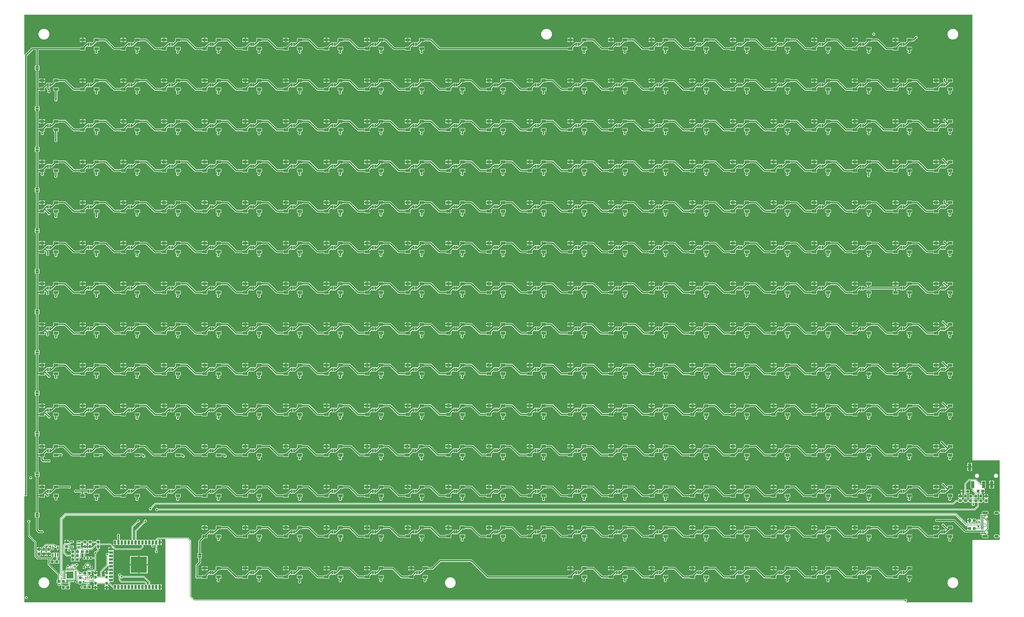
<source format=gtl>
G04 EAGLE Gerber RS-274X export*
G75*
%MOMM*%
%FSLAX34Y34*%
%LPD*%
%INTop Copper*%
%IPPOS*%
%AMOC8*
5,1,8,0,0,1.08239X$1,22.5*%
G01*
%ADD10R,1.000000X1.100000*%
%ADD11C,0.635000*%
%ADD12R,0.300000X0.660000*%
%ADD13R,1.100000X1.000000*%
%ADD14R,0.900000X1.000000*%
%ADD15R,0.900000X1.500000*%
%ADD16R,1.500000X0.900000*%
%ADD17R,6.000000X6.000000*%
%ADD18R,0.550000X1.200000*%
%ADD19R,0.300000X0.850000*%
%ADD20R,0.850000X0.300000*%
%ADD21R,2.550000X2.550000*%
%ADD22R,1.016000X0.300000*%
%ADD23R,1.016000X0.600000*%
%ADD24R,1.016000X0.550000*%
%ADD25C,1.000000*%
%ADD26R,1.200000X2.500000*%
%ADD27C,0.300000*%
%ADD28C,0.700000*%
%ADD29C,0.900000*%
%ADD30R,1.200000X0.550000*%
%ADD31R,1.651000X1.000000*%
%ADD32R,0.635000X1.270000*%
%ADD33R,1.270000X0.635000*%
%ADD34C,0.736600*%
%ADD35C,0.203200*%
%ADD36C,0.177800*%
%ADD37C,0.304800*%
%ADD38C,0.550000*%
%ADD39C,0.508000*%

G36*
X521878Y2803D02*
X521878Y2803D01*
X521936Y2801D01*
X522018Y2823D01*
X522102Y2835D01*
X522155Y2858D01*
X522211Y2873D01*
X522284Y2916D01*
X522361Y2951D01*
X522406Y2989D01*
X522456Y3018D01*
X522514Y3080D01*
X522578Y3134D01*
X522610Y3183D01*
X522650Y3226D01*
X522689Y3301D01*
X522736Y3371D01*
X522753Y3427D01*
X522780Y3479D01*
X522791Y3547D01*
X522821Y3642D01*
X522824Y3742D01*
X522835Y3810D01*
X522835Y234358D01*
X522950Y234472D01*
X522967Y234496D01*
X522990Y234515D01*
X523052Y234609D01*
X523121Y234699D01*
X523131Y234727D01*
X523147Y234751D01*
X523182Y234859D01*
X523222Y234965D01*
X523224Y234994D01*
X523233Y235022D01*
X523236Y235135D01*
X523245Y235248D01*
X523240Y235277D01*
X523240Y235306D01*
X523212Y235416D01*
X523190Y235527D01*
X523176Y235553D01*
X523169Y235581D01*
X523111Y235679D01*
X523059Y235779D01*
X523038Y235801D01*
X523023Y235826D01*
X522941Y235903D01*
X522863Y235985D01*
X522838Y236000D01*
X522816Y236020D01*
X522715Y236072D01*
X522618Y236129D01*
X522589Y236136D01*
X522563Y236150D01*
X522486Y236163D01*
X522342Y236199D01*
X522280Y236197D01*
X522232Y236205D01*
X496078Y236205D01*
X495992Y236193D01*
X495904Y236190D01*
X495851Y236173D01*
X495797Y236165D01*
X495717Y236130D01*
X495634Y236103D01*
X495594Y236075D01*
X495537Y236049D01*
X495424Y235953D01*
X495360Y235908D01*
X494444Y234992D01*
X494427Y234968D01*
X494404Y234949D01*
X494341Y234855D01*
X494273Y234765D01*
X494263Y234737D01*
X494247Y234713D01*
X494212Y234605D01*
X494172Y234499D01*
X494170Y234470D01*
X494161Y234442D01*
X494158Y234328D01*
X494149Y234216D01*
X494154Y234187D01*
X494154Y234158D01*
X494182Y234048D01*
X494204Y233937D01*
X494218Y233911D01*
X494225Y233883D01*
X494283Y233785D01*
X494335Y233685D01*
X494356Y233663D01*
X494371Y233638D01*
X494453Y233561D01*
X494531Y233479D01*
X494556Y233464D01*
X494578Y233444D01*
X494679Y233392D01*
X494763Y233343D01*
X494780Y233325D01*
X494853Y233282D01*
X494920Y233231D01*
X494975Y233210D01*
X495026Y233181D01*
X495107Y233160D01*
X495186Y233130D01*
X495244Y233125D01*
X495301Y233111D01*
X495385Y233113D01*
X495469Y233106D01*
X495527Y233118D01*
X495585Y233120D01*
X495666Y233146D01*
X495748Y233162D01*
X495800Y233189D01*
X495856Y233207D01*
X495912Y233247D01*
X496000Y233293D01*
X496073Y233362D01*
X496129Y233402D01*
X496240Y233513D01*
X496819Y233848D01*
X497466Y234021D01*
X500269Y234021D01*
X500269Y224996D01*
X500277Y224938D01*
X500275Y224880D01*
X500297Y224798D01*
X500309Y224715D01*
X500333Y224661D01*
X500347Y224605D01*
X500390Y224532D01*
X500425Y224455D01*
X500463Y224411D01*
X500493Y224360D01*
X500554Y224303D01*
X500609Y224238D01*
X500657Y224206D01*
X500700Y224166D01*
X500775Y224127D01*
X500845Y224081D01*
X500901Y224063D01*
X500953Y224036D01*
X501021Y224025D01*
X501116Y223995D01*
X501216Y223992D01*
X501284Y223981D01*
X502301Y223981D01*
X502301Y223979D01*
X501284Y223979D01*
X501226Y223971D01*
X501168Y223972D01*
X501086Y223951D01*
X501003Y223939D01*
X500949Y223915D01*
X500893Y223901D01*
X500820Y223858D01*
X500743Y223823D01*
X500698Y223785D01*
X500648Y223755D01*
X500590Y223694D01*
X500526Y223639D01*
X500494Y223591D01*
X500454Y223548D01*
X500415Y223473D01*
X500369Y223403D01*
X500351Y223347D01*
X500324Y223295D01*
X500313Y223227D01*
X500283Y223132D01*
X500280Y223032D01*
X500269Y222964D01*
X500269Y213939D01*
X497466Y213939D01*
X496819Y214112D01*
X496240Y214447D01*
X496129Y214558D01*
X496082Y214593D01*
X496042Y214635D01*
X495969Y214678D01*
X495902Y214729D01*
X495847Y214749D01*
X495797Y214779D01*
X495715Y214800D01*
X495636Y214830D01*
X495578Y214835D01*
X495521Y214849D01*
X495437Y214847D01*
X495353Y214854D01*
X495296Y214842D01*
X495237Y214840D01*
X495157Y214814D01*
X495074Y214798D01*
X495022Y214771D01*
X494967Y214753D01*
X494910Y214713D01*
X494889Y214701D01*
X493410Y214701D01*
X493352Y214693D01*
X493294Y214695D01*
X493212Y214673D01*
X493128Y214661D01*
X493075Y214638D01*
X493019Y214623D01*
X492946Y214580D01*
X492869Y214545D01*
X492824Y214507D01*
X492774Y214478D01*
X492716Y214416D01*
X492652Y214362D01*
X492620Y214313D01*
X492580Y214270D01*
X492541Y214195D01*
X492494Y214125D01*
X492477Y214069D01*
X492450Y214017D01*
X492439Y213949D01*
X492409Y213854D01*
X492406Y213754D01*
X492395Y213686D01*
X492395Y195598D01*
X492395Y195597D01*
X492395Y195595D01*
X492415Y195452D01*
X492435Y195317D01*
X492435Y195315D01*
X492435Y195314D01*
X492493Y195186D01*
X492551Y195057D01*
X492552Y195056D01*
X492553Y195055D01*
X492644Y194947D01*
X492734Y194840D01*
X492736Y194839D01*
X492737Y194838D01*
X492750Y194830D01*
X492971Y194683D01*
X493000Y194673D01*
X493021Y194660D01*
X493094Y194630D01*
X494630Y193094D01*
X495462Y191086D01*
X495462Y188914D01*
X494630Y186906D01*
X493094Y185370D01*
X491086Y184538D01*
X488914Y184538D01*
X486906Y185370D01*
X485370Y186906D01*
X484538Y188914D01*
X484538Y191086D01*
X485370Y193094D01*
X486508Y194232D01*
X486560Y194302D01*
X486620Y194366D01*
X486646Y194415D01*
X486679Y194459D01*
X486710Y194541D01*
X486750Y194619D01*
X486758Y194666D01*
X486780Y194725D01*
X486792Y194873D01*
X486805Y194950D01*
X486805Y213686D01*
X486797Y213744D01*
X486799Y213802D01*
X486777Y213884D01*
X486765Y213968D01*
X486742Y214021D01*
X486727Y214077D01*
X486684Y214150D01*
X486649Y214227D01*
X486611Y214272D01*
X486582Y214322D01*
X486520Y214380D01*
X486466Y214444D01*
X486417Y214476D01*
X486374Y214516D01*
X486299Y214555D01*
X486229Y214602D01*
X486173Y214619D01*
X486121Y214646D01*
X486053Y214657D01*
X485958Y214687D01*
X485858Y214690D01*
X485790Y214701D01*
X484363Y214701D01*
X483968Y215097D01*
X483921Y215132D01*
X483881Y215174D01*
X483808Y215217D01*
X483741Y215267D01*
X483686Y215288D01*
X483636Y215318D01*
X483554Y215339D01*
X483475Y215369D01*
X483417Y215374D01*
X483360Y215388D01*
X483276Y215385D01*
X483192Y215392D01*
X483134Y215381D01*
X483076Y215379D01*
X482996Y215353D01*
X482913Y215336D01*
X482861Y215309D01*
X482806Y215291D01*
X482749Y215251D01*
X482661Y215205D01*
X482588Y215137D01*
X482532Y215097D01*
X482136Y214701D01*
X482100Y214653D01*
X482057Y214612D01*
X482015Y214540D01*
X481965Y214474D01*
X481944Y214418D01*
X481914Y214366D01*
X481894Y214286D01*
X481864Y214208D01*
X481859Y214148D01*
X481845Y214091D01*
X481847Y214008D01*
X481840Y213925D01*
X481852Y213866D01*
X481854Y213806D01*
X481880Y213727D01*
X481896Y213646D01*
X481920Y213600D01*
X481923Y213587D01*
X481935Y213557D01*
X481942Y213536D01*
X481947Y213530D01*
X482832Y211393D01*
X482832Y209221D01*
X482000Y207213D01*
X480464Y205677D01*
X478456Y204845D01*
X476284Y204845D01*
X474276Y205677D01*
X472740Y207213D01*
X471908Y209221D01*
X471908Y211393D01*
X472697Y213297D01*
X472726Y213409D01*
X472760Y213518D01*
X472761Y213546D01*
X472768Y213573D01*
X472765Y213687D01*
X472768Y213802D01*
X472761Y213829D01*
X472760Y213857D01*
X472725Y213966D01*
X472696Y214077D01*
X472682Y214101D01*
X472673Y214128D01*
X472609Y214223D01*
X472551Y214322D01*
X472530Y214341D01*
X472515Y214364D01*
X472427Y214438D01*
X472343Y214516D01*
X472318Y214529D01*
X472297Y214547D01*
X472192Y214593D01*
X472090Y214646D01*
X472065Y214650D01*
X472037Y214662D01*
X471774Y214699D01*
X471759Y214701D01*
X471663Y214701D01*
X471268Y215097D01*
X471221Y215132D01*
X471181Y215174D01*
X471108Y215217D01*
X471041Y215267D01*
X470986Y215288D01*
X470936Y215318D01*
X470854Y215339D01*
X470775Y215369D01*
X470717Y215374D01*
X470660Y215388D01*
X470576Y215385D01*
X470492Y215392D01*
X470434Y215381D01*
X470376Y215379D01*
X470296Y215353D01*
X470213Y215336D01*
X470161Y215309D01*
X470105Y215291D01*
X470049Y215251D01*
X469961Y215205D01*
X469888Y215137D01*
X469832Y215097D01*
X469437Y214701D01*
X458963Y214701D01*
X458568Y215097D01*
X458521Y215132D01*
X458481Y215174D01*
X458408Y215217D01*
X458341Y215267D01*
X458286Y215288D01*
X458236Y215318D01*
X458154Y215339D01*
X458075Y215369D01*
X458017Y215374D01*
X457960Y215388D01*
X457876Y215385D01*
X457792Y215392D01*
X457734Y215381D01*
X457676Y215379D01*
X457596Y215353D01*
X457513Y215336D01*
X457461Y215309D01*
X457405Y215291D01*
X457349Y215251D01*
X457261Y215205D01*
X457188Y215137D01*
X457132Y215097D01*
X456737Y214701D01*
X446263Y214701D01*
X445868Y215097D01*
X445821Y215132D01*
X445781Y215174D01*
X445708Y215217D01*
X445641Y215267D01*
X445586Y215288D01*
X445536Y215318D01*
X445454Y215339D01*
X445375Y215369D01*
X445317Y215374D01*
X445260Y215388D01*
X445176Y215385D01*
X445092Y215392D01*
X445034Y215381D01*
X444976Y215379D01*
X444896Y215353D01*
X444813Y215336D01*
X444761Y215309D01*
X444705Y215291D01*
X444649Y215251D01*
X444561Y215205D01*
X444488Y215137D01*
X444432Y215097D01*
X444037Y214701D01*
X442610Y214701D01*
X442552Y214693D01*
X442494Y214695D01*
X442412Y214673D01*
X442328Y214661D01*
X442275Y214638D01*
X442219Y214623D01*
X442146Y214580D01*
X442069Y214545D01*
X442024Y214507D01*
X441974Y214478D01*
X441916Y214416D01*
X441852Y214362D01*
X441820Y214313D01*
X441780Y214270D01*
X441741Y214195D01*
X441694Y214125D01*
X441677Y214069D01*
X441650Y214017D01*
X441639Y213949D01*
X441609Y213854D01*
X441606Y213754D01*
X441595Y213686D01*
X441595Y205642D01*
X432158Y196205D01*
X338842Y196205D01*
X336908Y198140D01*
X334074Y200974D01*
X334050Y200991D01*
X334031Y201014D01*
X333937Y201077D01*
X333847Y201145D01*
X333819Y201155D01*
X333795Y201171D01*
X333687Y201206D01*
X333581Y201246D01*
X333552Y201248D01*
X333524Y201257D01*
X333410Y201260D01*
X333298Y201269D01*
X333269Y201264D01*
X333240Y201264D01*
X333130Y201236D01*
X333019Y201214D01*
X332993Y201200D01*
X332965Y201193D01*
X332867Y201135D01*
X332767Y201083D01*
X332745Y201062D01*
X332720Y201047D01*
X332643Y200965D01*
X332561Y200887D01*
X332546Y200861D01*
X332526Y200840D01*
X332496Y200781D01*
X324331Y200781D01*
X324331Y205791D01*
X326806Y205791D01*
X326835Y205795D01*
X326864Y205792D01*
X326975Y205815D01*
X327087Y205831D01*
X327114Y205843D01*
X327143Y205848D01*
X327243Y205900D01*
X327347Y205947D01*
X327369Y205966D01*
X327395Y205979D01*
X327477Y206057D01*
X327564Y206130D01*
X327580Y206155D01*
X327601Y206175D01*
X327659Y206273D01*
X327721Y206367D01*
X327730Y206395D01*
X327745Y206420D01*
X327773Y206530D01*
X327807Y206638D01*
X327808Y206668D01*
X327815Y206696D01*
X327812Y206809D01*
X327814Y206922D01*
X327807Y206951D01*
X327806Y206980D01*
X327771Y207088D01*
X327743Y207197D01*
X327728Y207223D01*
X327719Y207251D01*
X327673Y207314D01*
X327597Y207442D01*
X327552Y207485D01*
X327524Y207524D01*
X321346Y213702D01*
X321276Y213754D01*
X321212Y213814D01*
X321163Y213840D01*
X321119Y213873D01*
X321037Y213904D01*
X320959Y213944D01*
X320911Y213952D01*
X320853Y213974D01*
X320705Y213986D01*
X320628Y213999D01*
X282794Y213999D01*
X282736Y213991D01*
X282678Y213993D01*
X282596Y213971D01*
X282512Y213959D01*
X282459Y213936D01*
X282403Y213921D01*
X282330Y213878D01*
X282253Y213843D01*
X282208Y213805D01*
X282158Y213776D01*
X282100Y213714D01*
X282036Y213660D01*
X282004Y213611D01*
X281964Y213568D01*
X281925Y213493D01*
X281878Y213423D01*
X281861Y213367D01*
X281834Y213315D01*
X281823Y213247D01*
X281793Y213152D01*
X281790Y213052D01*
X281779Y212984D01*
X281779Y202263D01*
X280737Y201221D01*
X278810Y201221D01*
X278752Y201213D01*
X278694Y201215D01*
X278612Y201193D01*
X278528Y201181D01*
X278475Y201158D01*
X278419Y201143D01*
X278346Y201100D01*
X278269Y201065D01*
X278224Y201027D01*
X278174Y200998D01*
X278116Y200936D01*
X278052Y200882D01*
X278020Y200833D01*
X277980Y200790D01*
X277941Y200715D01*
X277894Y200645D01*
X277877Y200589D01*
X277850Y200537D01*
X277839Y200469D01*
X277809Y200374D01*
X277806Y200274D01*
X277795Y200206D01*
X277795Y193842D01*
X270759Y186807D01*
X270707Y186737D01*
X270647Y186673D01*
X270621Y186624D01*
X270588Y186580D01*
X270557Y186498D01*
X270517Y186420D01*
X270509Y186372D01*
X270487Y186314D01*
X270475Y186166D01*
X270462Y186089D01*
X270462Y183914D01*
X269630Y181906D01*
X268092Y180368D01*
X268040Y180298D01*
X267980Y180234D01*
X267954Y180185D01*
X267921Y180141D01*
X267890Y180059D01*
X267850Y179981D01*
X267842Y179934D01*
X267820Y179875D01*
X267808Y179727D01*
X267795Y179650D01*
X267795Y123842D01*
X263366Y119414D01*
X263314Y119344D01*
X263254Y119280D01*
X263228Y119231D01*
X263195Y119187D01*
X263164Y119105D01*
X263124Y119027D01*
X263116Y118979D01*
X263094Y118921D01*
X263082Y118773D01*
X263069Y118696D01*
X263069Y113531D01*
X258059Y113531D01*
X258059Y116690D01*
X258051Y116748D01*
X258053Y116806D01*
X258031Y116888D01*
X258019Y116972D01*
X257996Y117025D01*
X257981Y117081D01*
X257938Y117154D01*
X257903Y117231D01*
X257865Y117276D01*
X257836Y117326D01*
X257774Y117384D01*
X257720Y117448D01*
X257671Y117480D01*
X257628Y117520D01*
X257553Y117559D01*
X257483Y117606D01*
X257427Y117623D01*
X257375Y117650D01*
X257307Y117661D01*
X257212Y117691D01*
X257112Y117694D01*
X257044Y117705D01*
X250911Y117705D01*
X250882Y117701D01*
X250853Y117704D01*
X250742Y117681D01*
X250630Y117665D01*
X250603Y117653D01*
X250574Y117648D01*
X250474Y117595D01*
X250370Y117549D01*
X250348Y117530D01*
X250322Y117517D01*
X250240Y117439D01*
X250153Y117366D01*
X250137Y117341D01*
X250116Y117321D01*
X250059Y117223D01*
X249996Y117129D01*
X249987Y117101D01*
X249972Y117076D01*
X249944Y116966D01*
X249910Y116858D01*
X249909Y116828D01*
X249902Y116800D01*
X249906Y116687D01*
X249903Y116574D01*
X249910Y116545D01*
X249911Y116516D01*
X249946Y116408D01*
X249975Y116299D01*
X249989Y116273D01*
X249999Y116245D01*
X250044Y116181D01*
X250120Y116054D01*
X250165Y116011D01*
X250193Y115972D01*
X250579Y115587D01*
X250579Y104113D01*
X249537Y103071D01*
X245894Y103071D01*
X245808Y103059D01*
X245720Y103056D01*
X245667Y103039D01*
X245613Y103031D01*
X245533Y102996D01*
X245450Y102969D01*
X245410Y102941D01*
X245353Y102915D01*
X245240Y102819D01*
X245176Y102774D01*
X242864Y100462D01*
X242847Y100438D01*
X242824Y100419D01*
X242761Y100325D01*
X242693Y100235D01*
X242683Y100207D01*
X242667Y100183D01*
X242632Y100075D01*
X242592Y99969D01*
X242590Y99940D01*
X242581Y99912D01*
X242578Y99798D01*
X242569Y99686D01*
X242574Y99657D01*
X242574Y99628D01*
X242602Y99518D01*
X242624Y99407D01*
X242638Y99381D01*
X242645Y99353D01*
X242703Y99255D01*
X242755Y99155D01*
X242776Y99133D01*
X242791Y99108D01*
X242873Y99031D01*
X242951Y98949D01*
X242977Y98934D01*
X242998Y98914D01*
X243099Y98862D01*
X243196Y98805D01*
X243225Y98798D01*
X243251Y98784D01*
X243328Y98771D01*
X243472Y98735D01*
X243529Y98737D01*
X244579Y97687D01*
X244579Y97490D01*
X244583Y97461D01*
X244580Y97432D01*
X244603Y97321D01*
X244619Y97208D01*
X244631Y97182D01*
X244636Y97153D01*
X244689Y97052D01*
X244735Y96949D01*
X244754Y96927D01*
X244767Y96901D01*
X244845Y96818D01*
X244918Y96732D01*
X244943Y96716D01*
X244963Y96695D01*
X245061Y96637D01*
X245155Y96574D01*
X245183Y96566D01*
X245208Y96551D01*
X245318Y96523D01*
X245426Y96489D01*
X245456Y96488D01*
X245484Y96481D01*
X245597Y96484D01*
X245710Y96481D01*
X245739Y96489D01*
X245768Y96490D01*
X245876Y96525D01*
X245985Y96553D01*
X246011Y96568D01*
X246039Y96577D01*
X246103Y96623D01*
X246230Y96698D01*
X246273Y96744D01*
X246312Y96772D01*
X247228Y97688D01*
X249236Y98520D01*
X251408Y98520D01*
X253416Y97688D01*
X254952Y96152D01*
X255784Y94144D01*
X255784Y92587D01*
X255788Y92558D01*
X255785Y92529D01*
X255808Y92418D01*
X255823Y92306D01*
X255835Y92279D01*
X255841Y92250D01*
X255893Y92149D01*
X255940Y92046D01*
X255959Y92024D01*
X255972Y91998D01*
X256050Y91916D01*
X256123Y91829D01*
X256148Y91813D01*
X256168Y91792D01*
X256266Y91734D01*
X256360Y91672D01*
X256388Y91663D01*
X256413Y91648D01*
X256523Y91620D01*
X256631Y91586D01*
X256660Y91585D01*
X256689Y91578D01*
X256802Y91581D01*
X256915Y91578D01*
X256944Y91586D01*
X256973Y91587D01*
X257081Y91622D01*
X257190Y91650D01*
X257215Y91665D01*
X257243Y91674D01*
X257307Y91720D01*
X257435Y91796D01*
X257478Y91841D01*
X257517Y91869D01*
X258524Y92876D01*
X258576Y92946D01*
X258636Y93010D01*
X258662Y93059D01*
X258695Y93103D01*
X258726Y93185D01*
X258766Y93263D01*
X258774Y93311D01*
X258796Y93369D01*
X258808Y93517D01*
X258821Y93594D01*
X258821Y101237D01*
X260030Y102446D01*
X260054Y102477D01*
X260083Y102503D01*
X260139Y102590D01*
X260201Y102673D01*
X260215Y102710D01*
X260236Y102743D01*
X260266Y102842D01*
X260302Y102939D01*
X260306Y102978D01*
X260317Y103015D01*
X260317Y103119D01*
X260326Y103222D01*
X260318Y103260D01*
X260318Y103300D01*
X260290Y103399D01*
X260270Y103501D01*
X260252Y103535D01*
X260241Y103573D01*
X260187Y103661D01*
X260139Y103753D01*
X260112Y103781D01*
X260091Y103815D01*
X260015Y103884D01*
X259943Y103959D01*
X259909Y103979D01*
X259880Y104005D01*
X259810Y104037D01*
X259698Y104103D01*
X259649Y104115D01*
X259040Y104467D01*
X258567Y104940D01*
X258232Y105519D01*
X258059Y106166D01*
X258059Y109469D01*
X264084Y109469D01*
X264142Y109477D01*
X264200Y109475D01*
X264282Y109497D01*
X264365Y109509D01*
X264419Y109533D01*
X264475Y109547D01*
X264548Y109590D01*
X264625Y109625D01*
X264669Y109663D01*
X264720Y109693D01*
X264777Y109754D01*
X264842Y109809D01*
X264874Y109857D01*
X264914Y109900D01*
X264953Y109975D01*
X264999Y110045D01*
X265017Y110101D01*
X265044Y110153D01*
X265055Y110221D01*
X265085Y110316D01*
X265088Y110416D01*
X265099Y110484D01*
X265099Y111501D01*
X265101Y111501D01*
X265101Y110484D01*
X265109Y110426D01*
X265108Y110368D01*
X265129Y110286D01*
X265141Y110203D01*
X265165Y110149D01*
X265179Y110093D01*
X265222Y110020D01*
X265257Y109943D01*
X265295Y109898D01*
X265325Y109848D01*
X265386Y109790D01*
X265441Y109726D01*
X265489Y109694D01*
X265532Y109654D01*
X265607Y109615D01*
X265677Y109569D01*
X265733Y109551D01*
X265785Y109524D01*
X265853Y109513D01*
X265948Y109483D01*
X266048Y109480D01*
X266116Y109469D01*
X272141Y109469D01*
X272141Y106166D01*
X271968Y105519D01*
X271633Y104940D01*
X271160Y104467D01*
X270567Y104125D01*
X270551Y104121D01*
X270459Y104074D01*
X270364Y104033D01*
X270333Y104008D01*
X270298Y103990D01*
X270223Y103919D01*
X270143Y103854D01*
X270121Y103822D01*
X270092Y103795D01*
X270040Y103705D01*
X269981Y103620D01*
X269968Y103583D01*
X269949Y103549D01*
X269923Y103449D01*
X269890Y103351D01*
X269888Y103312D01*
X269878Y103274D01*
X269882Y103170D01*
X269877Y103067D01*
X269886Y103029D01*
X269887Y102990D01*
X269919Y102891D01*
X269943Y102791D01*
X269963Y102756D01*
X269975Y102719D01*
X270020Y102656D01*
X270084Y102543D01*
X270137Y102491D01*
X270170Y102446D01*
X271379Y101237D01*
X271379Y99310D01*
X271387Y99252D01*
X271385Y99194D01*
X271407Y99112D01*
X271419Y99028D01*
X271442Y98975D01*
X271457Y98919D01*
X271500Y98846D01*
X271535Y98769D01*
X271573Y98724D01*
X271602Y98674D01*
X271664Y98616D01*
X271718Y98552D01*
X271767Y98520D01*
X271810Y98480D01*
X271885Y98441D01*
X271955Y98394D01*
X272011Y98377D01*
X272063Y98350D01*
X272131Y98339D01*
X272226Y98309D01*
X272326Y98306D01*
X272394Y98295D01*
X281790Y98295D01*
X281848Y98303D01*
X281906Y98301D01*
X281988Y98323D01*
X282072Y98335D01*
X282125Y98358D01*
X282181Y98373D01*
X282254Y98416D01*
X282331Y98451D01*
X282376Y98489D01*
X282426Y98518D01*
X282484Y98580D01*
X282548Y98634D01*
X282580Y98683D01*
X282620Y98726D01*
X282659Y98801D01*
X282706Y98871D01*
X282723Y98927D01*
X282750Y98979D01*
X282761Y99047D01*
X282791Y99142D01*
X282794Y99242D01*
X282805Y99310D01*
X282805Y117358D01*
X305208Y139760D01*
X305260Y139830D01*
X305320Y139894D01*
X305346Y139943D01*
X305379Y139987D01*
X305410Y140069D01*
X305450Y140147D01*
X305458Y140195D01*
X305480Y140253D01*
X305492Y140401D01*
X305505Y140478D01*
X305505Y174223D01*
X305493Y174310D01*
X305490Y174397D01*
X305473Y174450D01*
X305465Y174505D01*
X305430Y174584D01*
X305403Y174668D01*
X305375Y174707D01*
X305349Y174764D01*
X305253Y174877D01*
X305208Y174941D01*
X303670Y176479D01*
X302838Y178487D01*
X302838Y180659D01*
X303670Y182667D01*
X305206Y184203D01*
X307214Y185035D01*
X309386Y185035D01*
X311471Y184171D01*
X311515Y184138D01*
X311543Y184128D01*
X311567Y184111D01*
X311675Y184077D01*
X311781Y184037D01*
X311810Y184034D01*
X311838Y184026D01*
X311951Y184023D01*
X312064Y184013D01*
X312093Y184019D01*
X312122Y184018D01*
X312232Y184047D01*
X312343Y184069D01*
X312369Y184083D01*
X312397Y184090D01*
X312495Y184148D01*
X312595Y184200D01*
X312616Y184220D01*
X312642Y184235D01*
X312719Y184318D01*
X312801Y184396D01*
X312816Y184421D01*
X312836Y184443D01*
X312888Y184543D01*
X312945Y184641D01*
X312952Y184669D01*
X312966Y184696D01*
X312979Y184773D01*
X313015Y184916D01*
X313013Y184979D01*
X313021Y185027D01*
X313021Y191334D01*
X313049Y191370D01*
X313070Y191425D01*
X313099Y191476D01*
X313120Y191557D01*
X313150Y191636D01*
X313155Y191694D01*
X313169Y191751D01*
X313167Y191835D01*
X313174Y191919D01*
X313162Y191977D01*
X313160Y192035D01*
X313134Y192116D01*
X313118Y192198D01*
X313091Y192250D01*
X313073Y192306D01*
X313033Y192362D01*
X312987Y192450D01*
X312918Y192523D01*
X312878Y192579D01*
X312767Y192690D01*
X312432Y193269D01*
X312259Y193916D01*
X312259Y196719D01*
X321284Y196719D01*
X321342Y196727D01*
X321400Y196725D01*
X321482Y196747D01*
X321565Y196759D01*
X321619Y196783D01*
X321675Y196797D01*
X321748Y196840D01*
X321825Y196875D01*
X321869Y196913D01*
X321920Y196943D01*
X321977Y197004D01*
X322042Y197059D01*
X322074Y197107D01*
X322114Y197150D01*
X322153Y197225D01*
X322199Y197295D01*
X322217Y197351D01*
X322244Y197403D01*
X322255Y197471D01*
X322285Y197566D01*
X322288Y197666D01*
X322299Y197734D01*
X322299Y198751D01*
X322301Y198751D01*
X322301Y197734D01*
X322309Y197676D01*
X322308Y197618D01*
X322329Y197536D01*
X322341Y197453D01*
X322365Y197399D01*
X322379Y197343D01*
X322422Y197270D01*
X322457Y197193D01*
X322495Y197148D01*
X322525Y197098D01*
X322586Y197040D01*
X322641Y196976D01*
X322689Y196944D01*
X322732Y196904D01*
X322807Y196865D01*
X322877Y196819D01*
X322933Y196801D01*
X322985Y196774D01*
X323053Y196763D01*
X323148Y196733D01*
X323248Y196730D01*
X323316Y196719D01*
X332341Y196719D01*
X332341Y193916D01*
X332168Y193269D01*
X331833Y192690D01*
X331722Y192579D01*
X331687Y192532D01*
X331645Y192492D01*
X331602Y192419D01*
X331551Y192352D01*
X331531Y192297D01*
X331501Y192247D01*
X331480Y192165D01*
X331450Y192086D01*
X331445Y192028D01*
X331431Y191971D01*
X331433Y191887D01*
X331426Y191803D01*
X331438Y191746D01*
X331440Y191687D01*
X331466Y191607D01*
X331482Y191524D01*
X331509Y191472D01*
X331527Y191417D01*
X331567Y191360D01*
X331579Y191339D01*
X331579Y180813D01*
X331183Y180418D01*
X331148Y180371D01*
X331106Y180331D01*
X331063Y180258D01*
X331013Y180191D01*
X330992Y180136D01*
X330962Y180086D01*
X330941Y180004D01*
X330911Y179925D01*
X330906Y179867D01*
X330892Y179810D01*
X330895Y179726D01*
X330888Y179642D01*
X330899Y179584D01*
X330901Y179526D01*
X330927Y179446D01*
X330944Y179363D01*
X330971Y179311D01*
X330989Y179255D01*
X331029Y179199D01*
X331075Y179111D01*
X331143Y179038D01*
X331183Y178982D01*
X331579Y178587D01*
X331579Y168113D01*
X331183Y167718D01*
X331148Y167671D01*
X331106Y167631D01*
X331063Y167558D01*
X331013Y167491D01*
X330992Y167436D01*
X330962Y167386D01*
X330941Y167304D01*
X330911Y167225D01*
X330906Y167167D01*
X330892Y167110D01*
X330895Y167026D01*
X330888Y166942D01*
X330899Y166884D01*
X330901Y166826D01*
X330927Y166746D01*
X330944Y166663D01*
X330971Y166611D01*
X330989Y166555D01*
X331029Y166499D01*
X331075Y166411D01*
X331143Y166338D01*
X331183Y166282D01*
X331579Y165887D01*
X331579Y155413D01*
X331183Y155018D01*
X331148Y154971D01*
X331106Y154931D01*
X331063Y154858D01*
X331013Y154791D01*
X330992Y154736D01*
X330962Y154686D01*
X330941Y154604D01*
X330911Y154525D01*
X330906Y154467D01*
X330892Y154410D01*
X330895Y154326D01*
X330888Y154242D01*
X330899Y154184D01*
X330901Y154126D01*
X330927Y154046D01*
X330944Y153963D01*
X330971Y153911D01*
X330989Y153855D01*
X331029Y153799D01*
X331075Y153711D01*
X331143Y153638D01*
X331183Y153582D01*
X331579Y153187D01*
X331579Y142713D01*
X331183Y142318D01*
X331148Y142271D01*
X331106Y142231D01*
X331063Y142158D01*
X331013Y142091D01*
X330992Y142036D01*
X330962Y141986D01*
X330941Y141904D01*
X330911Y141825D01*
X330906Y141767D01*
X330892Y141710D01*
X330895Y141626D01*
X330888Y141542D01*
X330899Y141484D01*
X330901Y141426D01*
X330927Y141346D01*
X330944Y141263D01*
X330971Y141211D01*
X330989Y141155D01*
X331029Y141099D01*
X331075Y141011D01*
X331143Y140938D01*
X331183Y140882D01*
X331579Y140487D01*
X331579Y130013D01*
X331183Y129618D01*
X331148Y129571D01*
X331106Y129531D01*
X331063Y129458D01*
X331013Y129391D01*
X330992Y129336D01*
X330962Y129286D01*
X330941Y129204D01*
X330911Y129125D01*
X330906Y129067D01*
X330892Y129010D01*
X330895Y128926D01*
X330888Y128842D01*
X330899Y128784D01*
X330901Y128726D01*
X330927Y128646D01*
X330944Y128563D01*
X330971Y128511D01*
X330989Y128455D01*
X331029Y128399D01*
X331075Y128311D01*
X331143Y128238D01*
X331183Y128182D01*
X331579Y127787D01*
X331579Y117313D01*
X331183Y116918D01*
X331148Y116871D01*
X331106Y116831D01*
X331063Y116758D01*
X331013Y116691D01*
X330992Y116636D01*
X330962Y116586D01*
X330941Y116504D01*
X330911Y116425D01*
X330906Y116367D01*
X330892Y116310D01*
X330895Y116226D01*
X330888Y116142D01*
X330899Y116084D01*
X330901Y116026D01*
X330927Y115946D01*
X330944Y115863D01*
X330971Y115811D01*
X330989Y115755D01*
X331029Y115699D01*
X331075Y115611D01*
X331143Y115538D01*
X331183Y115482D01*
X331579Y115087D01*
X331579Y104613D01*
X331183Y104218D01*
X331148Y104171D01*
X331106Y104131D01*
X331063Y104058D01*
X331013Y103991D01*
X330992Y103936D01*
X330962Y103886D01*
X330941Y103804D01*
X330911Y103725D01*
X330906Y103667D01*
X330892Y103610D01*
X330895Y103526D01*
X330888Y103442D01*
X330899Y103384D01*
X330901Y103326D01*
X330927Y103246D01*
X330944Y103163D01*
X330971Y103111D01*
X330989Y103055D01*
X331029Y102999D01*
X331075Y102911D01*
X331143Y102838D01*
X331183Y102782D01*
X331579Y102387D01*
X331579Y91913D01*
X331183Y91518D01*
X331148Y91471D01*
X331106Y91431D01*
X331063Y91358D01*
X331013Y91291D01*
X330992Y91236D01*
X330962Y91186D01*
X330941Y91104D01*
X330911Y91025D01*
X330906Y90967D01*
X330892Y90910D01*
X330895Y90826D01*
X330888Y90742D01*
X330899Y90684D01*
X330901Y90626D01*
X330927Y90546D01*
X330944Y90463D01*
X330971Y90411D01*
X330989Y90355D01*
X331029Y90299D01*
X331075Y90211D01*
X331143Y90138D01*
X331183Y90082D01*
X331579Y89687D01*
X331579Y79213D01*
X330537Y78171D01*
X317332Y78171D01*
X317303Y78167D01*
X317274Y78170D01*
X317163Y78147D01*
X317051Y78131D01*
X317024Y78119D01*
X316995Y78114D01*
X316895Y78062D01*
X316791Y78015D01*
X316769Y77996D01*
X316743Y77983D01*
X316661Y77905D01*
X316574Y77832D01*
X316558Y77807D01*
X316537Y77787D01*
X316479Y77689D01*
X316417Y77595D01*
X316408Y77567D01*
X316393Y77542D01*
X316365Y77432D01*
X316331Y77324D01*
X316330Y77294D01*
X316323Y77266D01*
X316326Y77153D01*
X316324Y77040D01*
X316331Y77011D01*
X316332Y76982D01*
X316367Y76874D01*
X316395Y76765D01*
X316410Y76739D01*
X316419Y76711D01*
X316465Y76648D01*
X316541Y76520D01*
X316586Y76477D01*
X316614Y76438D01*
X329188Y63864D01*
X329212Y63847D01*
X329231Y63824D01*
X329325Y63761D01*
X329415Y63693D01*
X329443Y63683D01*
X329467Y63667D01*
X329575Y63632D01*
X329681Y63592D01*
X329710Y63590D01*
X329738Y63581D01*
X329852Y63578D01*
X329964Y63569D01*
X329993Y63574D01*
X330022Y63574D01*
X330132Y63602D01*
X330243Y63624D01*
X330269Y63638D01*
X330297Y63645D01*
X330395Y63703D01*
X330495Y63755D01*
X330517Y63776D01*
X330542Y63791D01*
X330619Y63873D01*
X330701Y63951D01*
X330716Y63977D01*
X330736Y63998D01*
X330788Y64099D01*
X330845Y64196D01*
X330852Y64225D01*
X330866Y64251D01*
X330879Y64328D01*
X330915Y64472D01*
X330913Y64534D01*
X330921Y64582D01*
X330921Y67457D01*
X331963Y68499D01*
X342437Y68499D01*
X342832Y68103D01*
X342879Y68068D01*
X342919Y68026D01*
X342992Y67983D01*
X343059Y67933D01*
X343114Y67912D01*
X343164Y67882D01*
X343246Y67861D01*
X343325Y67831D01*
X343383Y67826D01*
X343440Y67812D01*
X343524Y67815D01*
X343608Y67808D01*
X343666Y67819D01*
X343724Y67821D01*
X343804Y67847D01*
X343887Y67864D01*
X343939Y67891D01*
X343995Y67909D01*
X344051Y67949D01*
X344139Y67995D01*
X344212Y68063D01*
X344268Y68103D01*
X344663Y68499D01*
X355137Y68499D01*
X355532Y68103D01*
X355579Y68068D01*
X355619Y68026D01*
X355692Y67983D01*
X355759Y67933D01*
X355814Y67912D01*
X355864Y67882D01*
X355946Y67861D01*
X356025Y67831D01*
X356083Y67826D01*
X356140Y67812D01*
X356224Y67815D01*
X356308Y67808D01*
X356366Y67819D01*
X356424Y67821D01*
X356504Y67847D01*
X356587Y67864D01*
X356639Y67891D01*
X356695Y67909D01*
X356751Y67949D01*
X356839Y67995D01*
X356912Y68063D01*
X356968Y68103D01*
X357363Y68499D01*
X367837Y68499D01*
X368232Y68103D01*
X368279Y68068D01*
X368319Y68026D01*
X368392Y67983D01*
X368459Y67933D01*
X368514Y67912D01*
X368564Y67882D01*
X368646Y67861D01*
X368725Y67831D01*
X368783Y67826D01*
X368840Y67812D01*
X368924Y67815D01*
X369008Y67808D01*
X369066Y67819D01*
X369124Y67821D01*
X369204Y67847D01*
X369287Y67864D01*
X369339Y67891D01*
X369395Y67909D01*
X369451Y67949D01*
X369539Y67995D01*
X369612Y68063D01*
X369668Y68103D01*
X370063Y68499D01*
X380537Y68499D01*
X380932Y68103D01*
X380979Y68068D01*
X381019Y68026D01*
X381092Y67983D01*
X381159Y67933D01*
X381214Y67912D01*
X381264Y67882D01*
X381346Y67861D01*
X381425Y67831D01*
X381483Y67826D01*
X381540Y67812D01*
X381624Y67815D01*
X381708Y67808D01*
X381766Y67819D01*
X381824Y67821D01*
X381904Y67847D01*
X381987Y67864D01*
X382039Y67891D01*
X382095Y67909D01*
X382151Y67949D01*
X382239Y67995D01*
X382312Y68063D01*
X382368Y68103D01*
X382763Y68499D01*
X393237Y68499D01*
X393632Y68103D01*
X393679Y68068D01*
X393719Y68026D01*
X393792Y67983D01*
X393859Y67933D01*
X393914Y67912D01*
X393964Y67882D01*
X394046Y67861D01*
X394125Y67831D01*
X394183Y67826D01*
X394240Y67812D01*
X394324Y67815D01*
X394408Y67808D01*
X394466Y67819D01*
X394524Y67821D01*
X394604Y67847D01*
X394687Y67864D01*
X394739Y67891D01*
X394795Y67909D01*
X394851Y67949D01*
X394939Y67995D01*
X395012Y68063D01*
X395068Y68103D01*
X395463Y68499D01*
X405937Y68499D01*
X406332Y68103D01*
X406379Y68068D01*
X406419Y68026D01*
X406492Y67983D01*
X406559Y67933D01*
X406614Y67912D01*
X406664Y67882D01*
X406746Y67861D01*
X406825Y67831D01*
X406883Y67826D01*
X406940Y67812D01*
X407024Y67815D01*
X407108Y67808D01*
X407166Y67819D01*
X407224Y67821D01*
X407304Y67847D01*
X407387Y67864D01*
X407439Y67891D01*
X407495Y67909D01*
X407551Y67949D01*
X407639Y67995D01*
X407712Y68063D01*
X407768Y68103D01*
X408163Y68499D01*
X418637Y68499D01*
X419032Y68103D01*
X419079Y68068D01*
X419119Y68026D01*
X419192Y67983D01*
X419259Y67933D01*
X419314Y67912D01*
X419364Y67882D01*
X419446Y67861D01*
X419525Y67831D01*
X419583Y67826D01*
X419640Y67812D01*
X419724Y67815D01*
X419808Y67808D01*
X419866Y67819D01*
X419924Y67821D01*
X420004Y67847D01*
X420087Y67864D01*
X420139Y67891D01*
X420195Y67909D01*
X420251Y67949D01*
X420339Y67995D01*
X420412Y68063D01*
X420468Y68103D01*
X420863Y68499D01*
X431337Y68499D01*
X431732Y68103D01*
X431779Y68068D01*
X431819Y68026D01*
X431892Y67983D01*
X431959Y67933D01*
X432014Y67912D01*
X432064Y67882D01*
X432146Y67861D01*
X432225Y67831D01*
X432283Y67826D01*
X432340Y67812D01*
X432424Y67815D01*
X432508Y67808D01*
X432566Y67819D01*
X432624Y67821D01*
X432704Y67847D01*
X432787Y67864D01*
X432839Y67891D01*
X432895Y67909D01*
X432951Y67949D01*
X433039Y67995D01*
X433112Y68063D01*
X433168Y68103D01*
X433563Y68499D01*
X444037Y68499D01*
X444432Y68103D01*
X444479Y68068D01*
X444519Y68026D01*
X444592Y67983D01*
X444659Y67933D01*
X444714Y67912D01*
X444764Y67882D01*
X444846Y67861D01*
X444925Y67831D01*
X444983Y67826D01*
X445040Y67812D01*
X445124Y67815D01*
X445208Y67808D01*
X445266Y67819D01*
X445324Y67821D01*
X445404Y67847D01*
X445487Y67864D01*
X445539Y67891D01*
X445595Y67909D01*
X445651Y67949D01*
X445739Y67995D01*
X445812Y68063D01*
X445868Y68103D01*
X446263Y68499D01*
X447690Y68499D01*
X447748Y68507D01*
X447806Y68505D01*
X447888Y68527D01*
X447972Y68539D01*
X448025Y68562D01*
X448081Y68577D01*
X448154Y68620D01*
X448231Y68655D01*
X448276Y68693D01*
X448326Y68722D01*
X448384Y68784D01*
X448448Y68838D01*
X448480Y68887D01*
X448520Y68930D01*
X448559Y69005D01*
X448606Y69075D01*
X448623Y69131D01*
X448650Y69183D01*
X448661Y69251D01*
X448691Y69346D01*
X448694Y69446D01*
X448705Y69514D01*
X448705Y71912D01*
X448693Y71998D01*
X448690Y72086D01*
X448673Y72139D01*
X448665Y72193D01*
X448630Y72273D01*
X448603Y72356D01*
X448575Y72396D01*
X448549Y72453D01*
X448453Y72566D01*
X448408Y72630D01*
X446030Y75008D01*
X445960Y75060D01*
X445896Y75120D01*
X445847Y75146D01*
X445803Y75179D01*
X445721Y75210D01*
X445643Y75250D01*
X445595Y75258D01*
X445537Y75280D01*
X445389Y75292D01*
X445312Y75305D01*
X360642Y75305D01*
X358708Y77240D01*
X353540Y82408D01*
X351605Y84342D01*
X351605Y98850D01*
X351593Y98937D01*
X351590Y99024D01*
X351573Y99077D01*
X351565Y99132D01*
X351530Y99211D01*
X351503Y99295D01*
X351475Y99334D01*
X351449Y99391D01*
X351353Y99504D01*
X351308Y99568D01*
X349770Y101106D01*
X348938Y103114D01*
X348938Y105286D01*
X349770Y107294D01*
X351306Y108830D01*
X353314Y109662D01*
X355486Y109662D01*
X357494Y108830D01*
X359030Y107294D01*
X359862Y105286D01*
X359862Y103627D01*
X359870Y103569D01*
X359868Y103511D01*
X359890Y103429D01*
X359902Y103345D01*
X359925Y103292D01*
X359940Y103236D01*
X359983Y103163D01*
X360018Y103086D01*
X360056Y103041D01*
X360085Y102991D01*
X360147Y102933D01*
X360201Y102869D01*
X360250Y102837D01*
X360293Y102797D01*
X360368Y102758D01*
X360438Y102711D01*
X360494Y102694D01*
X360546Y102667D01*
X360614Y102656D01*
X360709Y102626D01*
X360809Y102623D01*
X360877Y102612D01*
X362886Y102612D01*
X364894Y101780D01*
X366432Y100242D01*
X366502Y100190D01*
X366566Y100130D01*
X366615Y100104D01*
X366659Y100071D01*
X366741Y100040D01*
X366819Y100000D01*
X366866Y99992D01*
X366925Y99970D01*
X367073Y99958D01*
X367150Y99945D01*
X445508Y99945D01*
X466995Y78458D01*
X466995Y69514D01*
X467003Y69456D01*
X467001Y69398D01*
X467023Y69316D01*
X467035Y69232D01*
X467058Y69179D01*
X467073Y69123D01*
X467116Y69050D01*
X467151Y68973D01*
X467189Y68928D01*
X467218Y68878D01*
X467280Y68820D01*
X467334Y68756D01*
X467383Y68724D01*
X467426Y68684D01*
X467501Y68645D01*
X467571Y68598D01*
X467627Y68581D01*
X467679Y68554D01*
X467747Y68543D01*
X467842Y68513D01*
X467942Y68510D01*
X468010Y68499D01*
X469437Y68499D01*
X469832Y68103D01*
X469879Y68068D01*
X469919Y68026D01*
X469992Y67983D01*
X470059Y67933D01*
X470114Y67912D01*
X470164Y67882D01*
X470246Y67861D01*
X470325Y67831D01*
X470383Y67826D01*
X470440Y67812D01*
X470524Y67815D01*
X470608Y67808D01*
X470666Y67819D01*
X470724Y67821D01*
X470804Y67847D01*
X470887Y67864D01*
X470939Y67891D01*
X470995Y67909D01*
X471051Y67949D01*
X471139Y67995D01*
X471212Y68063D01*
X471268Y68103D01*
X471663Y68499D01*
X482137Y68499D01*
X482532Y68103D01*
X482579Y68068D01*
X482619Y68026D01*
X482692Y67983D01*
X482759Y67933D01*
X482814Y67912D01*
X482864Y67882D01*
X482946Y67861D01*
X483025Y67831D01*
X483083Y67826D01*
X483140Y67812D01*
X483224Y67815D01*
X483308Y67808D01*
X483366Y67819D01*
X483424Y67821D01*
X483504Y67847D01*
X483587Y67864D01*
X483639Y67891D01*
X483695Y67909D01*
X483751Y67949D01*
X483839Y67995D01*
X483912Y68063D01*
X483968Y68103D01*
X484363Y68499D01*
X494884Y68499D01*
X494920Y68471D01*
X494975Y68450D01*
X495026Y68421D01*
X495107Y68400D01*
X495186Y68370D01*
X495244Y68365D01*
X495301Y68351D01*
X495385Y68353D01*
X495469Y68346D01*
X495527Y68358D01*
X495585Y68360D01*
X495666Y68386D01*
X495748Y68402D01*
X495800Y68429D01*
X495856Y68447D01*
X495912Y68487D01*
X496000Y68533D01*
X496073Y68602D01*
X496129Y68642D01*
X496240Y68753D01*
X496819Y69088D01*
X497466Y69261D01*
X500269Y69261D01*
X500269Y60236D01*
X500277Y60178D01*
X500275Y60120D01*
X500297Y60038D01*
X500309Y59955D01*
X500333Y59901D01*
X500347Y59845D01*
X500390Y59772D01*
X500425Y59695D01*
X500463Y59651D01*
X500493Y59600D01*
X500554Y59543D01*
X500609Y59478D01*
X500657Y59446D01*
X500700Y59406D01*
X500775Y59367D01*
X500845Y59321D01*
X500901Y59303D01*
X500953Y59276D01*
X501021Y59265D01*
X501116Y59235D01*
X501216Y59232D01*
X501284Y59221D01*
X502301Y59221D01*
X502301Y59219D01*
X501284Y59219D01*
X501226Y59211D01*
X501168Y59212D01*
X501086Y59191D01*
X501003Y59179D01*
X500949Y59155D01*
X500893Y59141D01*
X500820Y59098D01*
X500743Y59063D01*
X500698Y59025D01*
X500648Y58995D01*
X500590Y58934D01*
X500526Y58879D01*
X500494Y58831D01*
X500454Y58788D01*
X500415Y58713D01*
X500369Y58643D01*
X500351Y58587D01*
X500324Y58535D01*
X500313Y58467D01*
X500283Y58372D01*
X500280Y58272D01*
X500269Y58204D01*
X500269Y49179D01*
X497466Y49179D01*
X496819Y49352D01*
X496240Y49687D01*
X496129Y49798D01*
X496082Y49833D01*
X496042Y49875D01*
X495969Y49918D01*
X495902Y49969D01*
X495847Y49989D01*
X495797Y50019D01*
X495715Y50040D01*
X495636Y50070D01*
X495578Y50075D01*
X495521Y50089D01*
X495437Y50087D01*
X495353Y50094D01*
X495296Y50082D01*
X495237Y50080D01*
X495157Y50054D01*
X495074Y50038D01*
X495022Y50011D01*
X494967Y49993D01*
X494910Y49953D01*
X494889Y49941D01*
X484363Y49941D01*
X483968Y50337D01*
X483921Y50372D01*
X483881Y50414D01*
X483808Y50457D01*
X483741Y50507D01*
X483686Y50528D01*
X483636Y50558D01*
X483554Y50579D01*
X483475Y50609D01*
X483417Y50614D01*
X483360Y50628D01*
X483276Y50625D01*
X483192Y50632D01*
X483134Y50621D01*
X483076Y50619D01*
X482996Y50593D01*
X482913Y50576D01*
X482861Y50549D01*
X482805Y50531D01*
X482749Y50491D01*
X482661Y50445D01*
X482588Y50377D01*
X482532Y50337D01*
X482137Y49941D01*
X471663Y49941D01*
X471268Y50337D01*
X471221Y50372D01*
X471181Y50414D01*
X471108Y50457D01*
X471041Y50507D01*
X470986Y50528D01*
X470936Y50558D01*
X470854Y50579D01*
X470775Y50609D01*
X470717Y50614D01*
X470660Y50628D01*
X470576Y50625D01*
X470492Y50632D01*
X470434Y50621D01*
X470376Y50619D01*
X470296Y50593D01*
X470213Y50576D01*
X470161Y50549D01*
X470105Y50531D01*
X470049Y50491D01*
X469961Y50445D01*
X469888Y50377D01*
X469832Y50337D01*
X469437Y49941D01*
X458963Y49941D01*
X458568Y50337D01*
X458521Y50372D01*
X458481Y50414D01*
X458408Y50457D01*
X458341Y50507D01*
X458286Y50528D01*
X458236Y50558D01*
X458154Y50579D01*
X458075Y50609D01*
X458017Y50614D01*
X457960Y50628D01*
X457876Y50625D01*
X457792Y50632D01*
X457734Y50621D01*
X457676Y50619D01*
X457596Y50593D01*
X457513Y50576D01*
X457461Y50549D01*
X457405Y50531D01*
X457349Y50491D01*
X457261Y50445D01*
X457188Y50377D01*
X457132Y50337D01*
X456737Y49941D01*
X446263Y49941D01*
X445868Y50337D01*
X445821Y50372D01*
X445781Y50414D01*
X445708Y50457D01*
X445641Y50507D01*
X445586Y50528D01*
X445536Y50558D01*
X445454Y50579D01*
X445375Y50609D01*
X445317Y50614D01*
X445260Y50628D01*
X445176Y50625D01*
X445092Y50632D01*
X445034Y50621D01*
X444976Y50619D01*
X444896Y50593D01*
X444813Y50576D01*
X444761Y50549D01*
X444705Y50531D01*
X444649Y50491D01*
X444561Y50445D01*
X444488Y50377D01*
X444432Y50337D01*
X444037Y49941D01*
X433563Y49941D01*
X433168Y50337D01*
X433121Y50372D01*
X433081Y50414D01*
X433008Y50457D01*
X432941Y50507D01*
X432886Y50528D01*
X432836Y50558D01*
X432754Y50579D01*
X432675Y50609D01*
X432617Y50614D01*
X432560Y50628D01*
X432476Y50625D01*
X432392Y50632D01*
X432334Y50621D01*
X432276Y50619D01*
X432196Y50593D01*
X432113Y50576D01*
X432061Y50549D01*
X432005Y50531D01*
X431949Y50491D01*
X431861Y50445D01*
X431788Y50377D01*
X431732Y50337D01*
X431337Y49941D01*
X420863Y49941D01*
X420468Y50337D01*
X420421Y50372D01*
X420381Y50414D01*
X420308Y50457D01*
X420241Y50507D01*
X420186Y50528D01*
X420136Y50558D01*
X420054Y50579D01*
X419975Y50609D01*
X419917Y50614D01*
X419860Y50628D01*
X419776Y50625D01*
X419692Y50632D01*
X419634Y50621D01*
X419576Y50619D01*
X419496Y50593D01*
X419413Y50576D01*
X419361Y50549D01*
X419305Y50531D01*
X419249Y50491D01*
X419161Y50445D01*
X419088Y50377D01*
X419032Y50337D01*
X418637Y49941D01*
X408163Y49941D01*
X407768Y50337D01*
X407721Y50372D01*
X407681Y50414D01*
X407608Y50457D01*
X407541Y50507D01*
X407486Y50528D01*
X407436Y50558D01*
X407354Y50579D01*
X407275Y50609D01*
X407217Y50614D01*
X407160Y50628D01*
X407076Y50625D01*
X406992Y50632D01*
X406934Y50621D01*
X406876Y50619D01*
X406796Y50593D01*
X406713Y50576D01*
X406661Y50549D01*
X406605Y50531D01*
X406549Y50491D01*
X406461Y50445D01*
X406388Y50377D01*
X406332Y50337D01*
X405937Y49941D01*
X395463Y49941D01*
X395068Y50337D01*
X395021Y50372D01*
X394981Y50414D01*
X394908Y50457D01*
X394841Y50507D01*
X394786Y50528D01*
X394736Y50558D01*
X394654Y50579D01*
X394575Y50609D01*
X394517Y50614D01*
X394460Y50628D01*
X394376Y50625D01*
X394292Y50632D01*
X394234Y50621D01*
X394176Y50619D01*
X394096Y50593D01*
X394013Y50576D01*
X393961Y50549D01*
X393905Y50531D01*
X393849Y50491D01*
X393761Y50445D01*
X393688Y50377D01*
X393632Y50337D01*
X393237Y49941D01*
X382763Y49941D01*
X382368Y50337D01*
X382321Y50372D01*
X382281Y50414D01*
X382208Y50457D01*
X382141Y50507D01*
X382086Y50528D01*
X382036Y50558D01*
X381954Y50579D01*
X381875Y50609D01*
X381817Y50614D01*
X381760Y50628D01*
X381676Y50625D01*
X381592Y50632D01*
X381534Y50621D01*
X381476Y50619D01*
X381396Y50593D01*
X381313Y50576D01*
X381261Y50549D01*
X381205Y50531D01*
X381149Y50491D01*
X381061Y50445D01*
X380988Y50377D01*
X380932Y50337D01*
X380537Y49941D01*
X370063Y49941D01*
X369668Y50337D01*
X369621Y50372D01*
X369581Y50414D01*
X369508Y50457D01*
X369441Y50507D01*
X369386Y50528D01*
X369336Y50558D01*
X369254Y50579D01*
X369175Y50609D01*
X369117Y50614D01*
X369060Y50628D01*
X368976Y50625D01*
X368892Y50632D01*
X368834Y50621D01*
X368776Y50619D01*
X368696Y50593D01*
X368613Y50576D01*
X368561Y50549D01*
X368505Y50531D01*
X368449Y50491D01*
X368361Y50445D01*
X368288Y50377D01*
X368232Y50337D01*
X367837Y49941D01*
X357363Y49941D01*
X356968Y50337D01*
X356921Y50372D01*
X356881Y50414D01*
X356808Y50457D01*
X356741Y50507D01*
X356686Y50528D01*
X356636Y50558D01*
X356554Y50579D01*
X356475Y50609D01*
X356417Y50614D01*
X356360Y50628D01*
X356276Y50625D01*
X356192Y50632D01*
X356134Y50621D01*
X356076Y50619D01*
X355996Y50593D01*
X355913Y50576D01*
X355861Y50549D01*
X355805Y50531D01*
X355749Y50491D01*
X355661Y50445D01*
X355588Y50377D01*
X355532Y50337D01*
X355137Y49941D01*
X344663Y49941D01*
X344268Y50337D01*
X344221Y50372D01*
X344181Y50414D01*
X344108Y50457D01*
X344041Y50507D01*
X343986Y50528D01*
X343936Y50558D01*
X343854Y50579D01*
X343775Y50609D01*
X343717Y50614D01*
X343660Y50628D01*
X343576Y50625D01*
X343492Y50632D01*
X343434Y50621D01*
X343376Y50619D01*
X343296Y50593D01*
X343213Y50576D01*
X343161Y50549D01*
X343105Y50531D01*
X343049Y50491D01*
X342961Y50445D01*
X342888Y50377D01*
X342832Y50337D01*
X342437Y49941D01*
X331963Y49941D01*
X330921Y50983D01*
X330921Y55410D01*
X330913Y55468D01*
X330915Y55526D01*
X330893Y55608D01*
X330881Y55692D01*
X330858Y55745D01*
X330843Y55801D01*
X330800Y55874D01*
X330765Y55951D01*
X330727Y55996D01*
X330698Y56046D01*
X330636Y56104D01*
X330582Y56168D01*
X330533Y56200D01*
X330490Y56240D01*
X330415Y56279D01*
X330345Y56326D01*
X330289Y56343D01*
X330237Y56370D01*
X330169Y56381D01*
X330074Y56411D01*
X329974Y56414D01*
X329906Y56425D01*
X328722Y56425D01*
X314840Y70308D01*
X314770Y70360D01*
X314706Y70420D01*
X314657Y70446D01*
X314613Y70479D01*
X314531Y70510D01*
X314453Y70550D01*
X314405Y70558D01*
X314347Y70580D01*
X314199Y70592D01*
X314122Y70605D01*
X313394Y70605D01*
X313336Y70597D01*
X313278Y70599D01*
X313196Y70577D01*
X313112Y70565D01*
X313059Y70542D01*
X313003Y70527D01*
X312930Y70484D01*
X312853Y70449D01*
X312808Y70411D01*
X312758Y70382D01*
X312700Y70320D01*
X312636Y70266D01*
X312604Y70217D01*
X312564Y70174D01*
X312525Y70099D01*
X312478Y70029D01*
X312461Y69973D01*
X312434Y69921D01*
X312423Y69853D01*
X312393Y69758D01*
X312390Y69658D01*
X312379Y69590D01*
X312379Y67663D01*
X311170Y66454D01*
X311153Y66432D01*
X311134Y66416D01*
X311127Y66407D01*
X311117Y66397D01*
X311061Y66310D01*
X310999Y66227D01*
X310987Y66195D01*
X310976Y66179D01*
X310974Y66174D01*
X310964Y66158D01*
X310935Y66058D01*
X310898Y65961D01*
X310894Y65923D01*
X310883Y65885D01*
X310883Y65781D01*
X310874Y65678D01*
X310882Y65640D01*
X310882Y65601D01*
X310910Y65501D01*
X310930Y65399D01*
X310948Y65365D01*
X310959Y65327D01*
X311013Y65239D01*
X311061Y65147D01*
X311088Y65119D01*
X311108Y65086D01*
X311185Y65016D01*
X311257Y64941D01*
X311291Y64921D01*
X311319Y64895D01*
X311390Y64863D01*
X311502Y64797D01*
X311551Y64785D01*
X312160Y64433D01*
X312633Y63960D01*
X312968Y63381D01*
X313141Y62734D01*
X313141Y59431D01*
X307116Y59431D01*
X307058Y59423D01*
X307000Y59424D01*
X306918Y59403D01*
X306835Y59391D01*
X306781Y59367D01*
X306725Y59353D01*
X306652Y59310D01*
X306575Y59275D01*
X306531Y59237D01*
X306480Y59207D01*
X306423Y59146D01*
X306358Y59091D01*
X306326Y59043D01*
X306286Y59000D01*
X306247Y58925D01*
X306201Y58855D01*
X306183Y58799D01*
X306156Y58747D01*
X306145Y58679D01*
X306115Y58584D01*
X306112Y58484D01*
X306101Y58416D01*
X306101Y57399D01*
X306099Y57399D01*
X306099Y58416D01*
X306091Y58474D01*
X306092Y58532D01*
X306071Y58614D01*
X306059Y58697D01*
X306035Y58751D01*
X306021Y58807D01*
X305978Y58880D01*
X305943Y58957D01*
X305905Y59001D01*
X305875Y59052D01*
X305814Y59109D01*
X305759Y59174D01*
X305711Y59206D01*
X305668Y59246D01*
X305593Y59285D01*
X305523Y59331D01*
X305467Y59349D01*
X305415Y59376D01*
X305347Y59387D01*
X305252Y59417D01*
X305152Y59420D01*
X305084Y59431D01*
X299059Y59431D01*
X299059Y62734D01*
X299232Y63381D01*
X299567Y63960D01*
X300040Y64433D01*
X300633Y64775D01*
X300649Y64779D01*
X300742Y64827D01*
X300837Y64867D01*
X300867Y64892D01*
X300902Y64910D01*
X300977Y64981D01*
X301057Y65046D01*
X301079Y65079D01*
X301108Y65106D01*
X301160Y65195D01*
X301219Y65280D01*
X301232Y65317D01*
X301251Y65351D01*
X301277Y65451D01*
X301310Y65549D01*
X301312Y65588D01*
X301322Y65626D01*
X301318Y65730D01*
X301323Y65833D01*
X301314Y65871D01*
X301313Y65910D01*
X301281Y66009D01*
X301256Y66110D01*
X301246Y66128D01*
X301245Y66132D01*
X301236Y66147D01*
X301225Y66181D01*
X301180Y66244D01*
X301116Y66357D01*
X301105Y66367D01*
X301100Y66376D01*
X301058Y66416D01*
X301030Y66454D01*
X299821Y67663D01*
X299821Y69590D01*
X299813Y69648D01*
X299815Y69706D01*
X299793Y69788D01*
X299781Y69872D01*
X299758Y69925D01*
X299743Y69981D01*
X299700Y70054D01*
X299665Y70131D01*
X299627Y70176D01*
X299598Y70226D01*
X299536Y70284D01*
X299482Y70348D01*
X299433Y70380D01*
X299390Y70420D01*
X299315Y70459D01*
X299245Y70506D01*
X299189Y70523D01*
X299137Y70550D01*
X299069Y70561D01*
X298974Y70591D01*
X298874Y70594D01*
X298806Y70605D01*
X272394Y70605D01*
X272336Y70597D01*
X272278Y70599D01*
X272196Y70577D01*
X272112Y70565D01*
X272059Y70542D01*
X272003Y70527D01*
X271930Y70484D01*
X271853Y70449D01*
X271808Y70411D01*
X271758Y70382D01*
X271700Y70320D01*
X271636Y70266D01*
X271604Y70217D01*
X271564Y70174D01*
X271525Y70099D01*
X271478Y70029D01*
X271461Y69973D01*
X271434Y69921D01*
X271423Y69853D01*
X271393Y69758D01*
X271390Y69658D01*
X271379Y69590D01*
X271379Y67663D01*
X270170Y66454D01*
X270153Y66432D01*
X270134Y66416D01*
X270127Y66407D01*
X270117Y66397D01*
X270061Y66310D01*
X269999Y66227D01*
X269987Y66195D01*
X269976Y66179D01*
X269974Y66174D01*
X269964Y66158D01*
X269935Y66058D01*
X269898Y65961D01*
X269894Y65923D01*
X269883Y65885D01*
X269883Y65781D01*
X269874Y65678D01*
X269882Y65640D01*
X269882Y65601D01*
X269910Y65501D01*
X269930Y65399D01*
X269948Y65365D01*
X269959Y65327D01*
X270013Y65239D01*
X270061Y65147D01*
X270088Y65119D01*
X270108Y65086D01*
X270185Y65016D01*
X270257Y64941D01*
X270291Y64921D01*
X270319Y64895D01*
X270390Y64863D01*
X270502Y64797D01*
X270551Y64785D01*
X271160Y64433D01*
X271633Y63960D01*
X271968Y63381D01*
X272141Y62734D01*
X272141Y59431D01*
X266116Y59431D01*
X266058Y59423D01*
X266000Y59424D01*
X265918Y59403D01*
X265835Y59391D01*
X265781Y59367D01*
X265725Y59353D01*
X265652Y59310D01*
X265575Y59275D01*
X265531Y59237D01*
X265480Y59207D01*
X265423Y59146D01*
X265358Y59091D01*
X265326Y59043D01*
X265286Y59000D01*
X265247Y58925D01*
X265201Y58855D01*
X265183Y58799D01*
X265156Y58747D01*
X265145Y58679D01*
X265115Y58584D01*
X265112Y58484D01*
X265101Y58416D01*
X265101Y57399D01*
X265099Y57399D01*
X265099Y58416D01*
X265091Y58474D01*
X265092Y58532D01*
X265071Y58614D01*
X265059Y58697D01*
X265035Y58751D01*
X265021Y58807D01*
X264978Y58880D01*
X264943Y58957D01*
X264905Y59001D01*
X264875Y59052D01*
X264814Y59109D01*
X264759Y59174D01*
X264711Y59206D01*
X264668Y59246D01*
X264593Y59285D01*
X264523Y59331D01*
X264467Y59349D01*
X264415Y59376D01*
X264347Y59387D01*
X264252Y59417D01*
X264152Y59420D01*
X264084Y59431D01*
X258059Y59431D01*
X258059Y62734D01*
X258232Y63381D01*
X258567Y63960D01*
X259040Y64433D01*
X259633Y64775D01*
X259649Y64779D01*
X259742Y64827D01*
X259837Y64867D01*
X259867Y64892D01*
X259902Y64910D01*
X259977Y64981D01*
X260057Y65046D01*
X260079Y65079D01*
X260108Y65106D01*
X260160Y65195D01*
X260219Y65280D01*
X260232Y65317D01*
X260251Y65351D01*
X260277Y65451D01*
X260310Y65549D01*
X260312Y65588D01*
X260322Y65626D01*
X260318Y65730D01*
X260323Y65833D01*
X260314Y65871D01*
X260313Y65910D01*
X260281Y66009D01*
X260256Y66110D01*
X260246Y66128D01*
X260245Y66132D01*
X260236Y66147D01*
X260225Y66181D01*
X260180Y66244D01*
X260116Y66357D01*
X260105Y66367D01*
X260100Y66376D01*
X260058Y66416D01*
X260030Y66454D01*
X258821Y67663D01*
X258821Y75306D01*
X258809Y75392D01*
X258806Y75480D01*
X258789Y75533D01*
X258781Y75587D01*
X258746Y75667D01*
X258719Y75750D01*
X258691Y75790D01*
X258665Y75847D01*
X258569Y75960D01*
X258524Y76024D01*
X255730Y78818D01*
X255660Y78870D01*
X255596Y78930D01*
X255547Y78956D01*
X255503Y78989D01*
X255421Y79020D01*
X255343Y79060D01*
X255295Y79068D01*
X255237Y79090D01*
X255089Y79102D01*
X255012Y79115D01*
X247808Y79115D01*
X247722Y79103D01*
X247634Y79100D01*
X247581Y79083D01*
X247527Y79075D01*
X247447Y79040D01*
X247364Y79013D01*
X247324Y78985D01*
X247267Y78959D01*
X247154Y78863D01*
X247090Y78818D01*
X244876Y76604D01*
X244861Y76583D01*
X244843Y76568D01*
X244812Y76521D01*
X244764Y76470D01*
X244738Y76421D01*
X244705Y76377D01*
X244692Y76341D01*
X244685Y76332D01*
X244673Y76293D01*
X244634Y76217D01*
X244626Y76169D01*
X244604Y76111D01*
X244600Y76061D01*
X244600Y76057D01*
X244592Y75963D01*
X244579Y75886D01*
X244579Y71213D01*
X243537Y70171D01*
X238855Y70171D01*
X238835Y70179D01*
X238806Y70181D01*
X238778Y70190D01*
X238665Y70193D01*
X238552Y70202D01*
X238523Y70197D01*
X238494Y70197D01*
X238384Y70169D01*
X238273Y70147D01*
X238247Y70133D01*
X238219Y70125D01*
X238122Y70068D01*
X238021Y70016D01*
X238000Y69995D01*
X237974Y69980D01*
X237897Y69898D01*
X237815Y69820D01*
X237800Y69795D01*
X237780Y69773D01*
X237728Y69672D01*
X237671Y69575D01*
X237664Y69546D01*
X237650Y69520D01*
X237637Y69442D01*
X237601Y69299D01*
X237602Y69245D01*
X237601Y69238D01*
X237601Y69227D01*
X237595Y69189D01*
X237595Y69128D01*
X237607Y69042D01*
X237610Y68954D01*
X237627Y68901D01*
X237635Y68847D01*
X237670Y68767D01*
X237697Y68684D01*
X237725Y68644D01*
X237751Y68587D01*
X237847Y68474D01*
X237892Y68410D01*
X240176Y66126D01*
X240246Y66074D01*
X240310Y66014D01*
X240359Y65988D01*
X240403Y65955D01*
X240485Y65924D01*
X240563Y65884D01*
X240611Y65876D01*
X240669Y65854D01*
X240817Y65842D01*
X240894Y65829D01*
X249537Y65829D01*
X250579Y64787D01*
X250579Y53313D01*
X249537Y52271D01*
X237063Y52271D01*
X236021Y53313D01*
X236021Y61956D01*
X236009Y62042D01*
X236006Y62130D01*
X235989Y62183D01*
X235981Y62237D01*
X235946Y62317D01*
X235919Y62400D01*
X235891Y62440D01*
X235865Y62497D01*
X235769Y62610D01*
X235724Y62674D01*
X235312Y63086D01*
X235288Y63103D01*
X235269Y63126D01*
X235175Y63189D01*
X235085Y63257D01*
X235057Y63267D01*
X235033Y63283D01*
X234925Y63318D01*
X234819Y63358D01*
X234790Y63360D01*
X234762Y63369D01*
X234648Y63372D01*
X234536Y63381D01*
X234507Y63376D01*
X234478Y63376D01*
X234368Y63348D01*
X234257Y63326D01*
X234231Y63312D01*
X234203Y63305D01*
X234105Y63247D01*
X234005Y63195D01*
X233983Y63174D01*
X233958Y63159D01*
X233881Y63077D01*
X233799Y62999D01*
X233784Y62973D01*
X233764Y62952D01*
X233712Y62851D01*
X233655Y62754D01*
X233648Y62725D01*
X233634Y62699D01*
X233621Y62622D01*
X233585Y62478D01*
X233587Y62416D01*
X233579Y62368D01*
X233579Y53313D01*
X232537Y52271D01*
X220063Y52271D01*
X219021Y53313D01*
X219021Y53500D01*
X219005Y53614D01*
X218995Y53728D01*
X218985Y53754D01*
X218981Y53781D01*
X218934Y53886D01*
X218893Y53993D01*
X218877Y54015D01*
X218865Y54041D01*
X218791Y54128D01*
X218722Y54220D01*
X218699Y54237D01*
X218682Y54258D01*
X218586Y54321D01*
X218494Y54390D01*
X218468Y54400D01*
X218445Y54415D01*
X218335Y54450D01*
X218228Y54491D01*
X218200Y54493D01*
X218174Y54501D01*
X218059Y54504D01*
X217945Y54513D01*
X217920Y54508D01*
X217890Y54508D01*
X217633Y54441D01*
X217617Y54438D01*
X215566Y53588D01*
X213394Y53588D01*
X211386Y54420D01*
X209850Y55956D01*
X209018Y57964D01*
X209018Y60136D01*
X209850Y62144D01*
X211386Y63680D01*
X213394Y64512D01*
X215566Y64512D01*
X217617Y63662D01*
X217729Y63634D01*
X217838Y63599D01*
X217866Y63598D01*
X217893Y63591D01*
X218007Y63594D01*
X218122Y63592D01*
X218149Y63599D01*
X218177Y63599D01*
X218286Y63634D01*
X218397Y63663D01*
X218421Y63678D01*
X218448Y63686D01*
X218543Y63750D01*
X218642Y63809D01*
X218661Y63829D01*
X218684Y63844D01*
X218758Y63932D01*
X218836Y64016D01*
X218849Y64041D01*
X218867Y64062D01*
X218913Y64167D01*
X218966Y64269D01*
X218970Y64294D01*
X218982Y64322D01*
X219019Y64585D01*
X219021Y64600D01*
X219021Y64787D01*
X220063Y65829D01*
X230990Y65829D01*
X231048Y65837D01*
X231106Y65835D01*
X231188Y65857D01*
X231272Y65869D01*
X231325Y65892D01*
X231381Y65907D01*
X231454Y65950D01*
X231531Y65985D01*
X231576Y66023D01*
X231626Y66052D01*
X231684Y66114D01*
X231748Y66168D01*
X231780Y66217D01*
X231820Y66260D01*
X231859Y66335D01*
X231906Y66405D01*
X231923Y66461D01*
X231950Y66513D01*
X231961Y66581D01*
X231991Y66676D01*
X231994Y66776D01*
X232005Y66844D01*
X232005Y69189D01*
X232001Y69218D01*
X232004Y69247D01*
X231981Y69359D01*
X231965Y69470D01*
X231953Y69497D01*
X231948Y69526D01*
X231895Y69627D01*
X231849Y69730D01*
X231830Y69752D01*
X231816Y69778D01*
X231739Y69860D01*
X231666Y69947D01*
X231641Y69963D01*
X231621Y69984D01*
X231523Y70041D01*
X231429Y70104D01*
X231401Y70113D01*
X231375Y70128D01*
X231266Y70156D01*
X231158Y70190D01*
X231128Y70191D01*
X231100Y70198D01*
X230987Y70194D01*
X230874Y70197D01*
X230845Y70190D01*
X230815Y70189D01*
X230761Y70171D01*
X226063Y70171D01*
X225021Y71213D01*
X225021Y71440D01*
X225013Y71498D01*
X225015Y71556D01*
X224993Y71638D01*
X224981Y71722D01*
X224958Y71775D01*
X224943Y71831D01*
X224900Y71904D01*
X224865Y71981D01*
X224827Y72026D01*
X224798Y72076D01*
X224736Y72134D01*
X224682Y72198D01*
X224633Y72230D01*
X224590Y72270D01*
X224515Y72309D01*
X224445Y72356D01*
X224389Y72373D01*
X224337Y72400D01*
X224269Y72411D01*
X224174Y72441D01*
X224074Y72444D01*
X224006Y72455D01*
X222499Y72455D01*
X222454Y72479D01*
X222410Y72512D01*
X222328Y72543D01*
X222250Y72583D01*
X222202Y72591D01*
X222144Y72613D01*
X221996Y72625D01*
X221919Y72638D01*
X219744Y72638D01*
X217583Y73533D01*
X217471Y73562D01*
X217362Y73597D01*
X217334Y73597D01*
X217307Y73604D01*
X217193Y73601D01*
X217078Y73604D01*
X217051Y73597D01*
X217023Y73596D01*
X216914Y73561D01*
X216803Y73532D01*
X216779Y73518D01*
X216752Y73510D01*
X216657Y73446D01*
X216558Y73387D01*
X216539Y73367D01*
X216516Y73351D01*
X216442Y73264D01*
X216364Y73180D01*
X216351Y73155D01*
X216333Y73134D01*
X216287Y73029D01*
X216234Y72927D01*
X216230Y72902D01*
X216218Y72874D01*
X216181Y72610D01*
X216179Y72595D01*
X216179Y69713D01*
X215137Y68671D01*
X203663Y68671D01*
X202621Y69713D01*
X202621Y72140D01*
X202613Y72198D01*
X202615Y72256D01*
X202593Y72338D01*
X202581Y72422D01*
X202558Y72475D01*
X202543Y72531D01*
X202500Y72604D01*
X202465Y72681D01*
X202427Y72726D01*
X202398Y72776D01*
X202336Y72834D01*
X202282Y72898D01*
X202233Y72930D01*
X202190Y72970D01*
X202115Y73009D01*
X202045Y73056D01*
X201989Y73073D01*
X201937Y73100D01*
X201869Y73111D01*
X201774Y73141D01*
X201674Y73144D01*
X201606Y73155D01*
X199236Y73155D01*
X199206Y73151D01*
X199175Y73153D01*
X199098Y73136D01*
X198955Y73115D01*
X198896Y73089D01*
X198848Y73078D01*
X197786Y72638D01*
X195614Y72638D01*
X193606Y73470D01*
X192070Y75006D01*
X191238Y77014D01*
X191238Y79186D01*
X192070Y81194D01*
X193606Y82730D01*
X193713Y82774D01*
X193739Y82790D01*
X193769Y82800D01*
X193833Y82845D01*
X193957Y82919D01*
X194002Y82966D01*
X194042Y82994D01*
X196908Y85860D01*
X196960Y85930D01*
X197020Y85994D01*
X197046Y86043D01*
X197079Y86087D01*
X197110Y86169D01*
X197150Y86247D01*
X197158Y86295D01*
X197180Y86353D01*
X197192Y86501D01*
X197205Y86578D01*
X197205Y86706D01*
X197197Y86764D01*
X197199Y86822D01*
X197177Y86904D01*
X197165Y86988D01*
X197142Y87041D01*
X197127Y87097D01*
X197084Y87170D01*
X197049Y87247D01*
X197011Y87292D01*
X196982Y87342D01*
X196920Y87400D01*
X196866Y87464D01*
X196817Y87496D01*
X196774Y87536D01*
X196699Y87575D01*
X196629Y87622D01*
X196573Y87639D01*
X196521Y87666D01*
X196453Y87677D01*
X196358Y87707D01*
X196258Y87710D01*
X196190Y87721D01*
X188094Y87721D01*
X188036Y87713D01*
X187978Y87715D01*
X187896Y87693D01*
X187812Y87681D01*
X187759Y87658D01*
X187703Y87643D01*
X187630Y87600D01*
X187553Y87565D01*
X187508Y87527D01*
X187458Y87498D01*
X187400Y87436D01*
X187336Y87382D01*
X187304Y87333D01*
X187264Y87290D01*
X187225Y87215D01*
X187178Y87145D01*
X187161Y87089D01*
X187134Y87037D01*
X187123Y86969D01*
X187093Y86874D01*
X187090Y86774D01*
X187079Y86706D01*
X187079Y78013D01*
X186037Y76971D01*
X172610Y76971D01*
X172552Y76963D01*
X172494Y76965D01*
X172412Y76943D01*
X172328Y76931D01*
X172275Y76908D01*
X172219Y76893D01*
X172146Y76850D01*
X172069Y76815D01*
X172024Y76777D01*
X171974Y76748D01*
X171916Y76686D01*
X171852Y76632D01*
X171820Y76583D01*
X171780Y76540D01*
X171741Y76465D01*
X171694Y76395D01*
X171677Y76339D01*
X171650Y76287D01*
X171639Y76219D01*
X171609Y76124D01*
X171606Y76024D01*
X171595Y75956D01*
X171595Y66942D01*
X170302Y65649D01*
X170267Y65603D01*
X170224Y65562D01*
X170182Y65490D01*
X170131Y65422D01*
X170110Y65368D01*
X170081Y65317D01*
X170060Y65235D01*
X170030Y65157D01*
X170025Y65098D01*
X170010Y65042D01*
X170013Y64957D01*
X170006Y64873D01*
X170018Y64816D01*
X170019Y64758D01*
X170045Y64677D01*
X170062Y64595D01*
X170089Y64543D01*
X170107Y64487D01*
X170147Y64431D01*
X170193Y64342D01*
X170262Y64270D01*
X170302Y64214D01*
X170879Y63637D01*
X170879Y52163D01*
X169837Y51121D01*
X157363Y51121D01*
X156321Y52163D01*
X156321Y63637D01*
X157363Y64679D01*
X161006Y64679D01*
X161092Y64691D01*
X161180Y64694D01*
X161233Y64711D01*
X161287Y64719D01*
X161367Y64754D01*
X161450Y64781D01*
X161490Y64809D01*
X161547Y64835D01*
X161660Y64931D01*
X161724Y64976D01*
X165708Y68960D01*
X165760Y69030D01*
X165820Y69094D01*
X165846Y69143D01*
X165879Y69187D01*
X165910Y69269D01*
X165950Y69347D01*
X165958Y69395D01*
X165980Y69453D01*
X165992Y69601D01*
X166005Y69678D01*
X166005Y71883D01*
X166001Y71913D01*
X166004Y71942D01*
X165981Y72053D01*
X165965Y72165D01*
X165953Y72192D01*
X165948Y72221D01*
X165895Y72321D01*
X165849Y72424D01*
X165830Y72447D01*
X165817Y72473D01*
X165739Y72555D01*
X165666Y72641D01*
X165641Y72658D01*
X165621Y72679D01*
X165523Y72736D01*
X165429Y72799D01*
X165401Y72808D01*
X165376Y72823D01*
X165266Y72850D01*
X165158Y72885D01*
X165128Y72886D01*
X165100Y72893D01*
X164987Y72889D01*
X164874Y72892D01*
X164845Y72885D01*
X164816Y72884D01*
X164708Y72849D01*
X164599Y72820D01*
X164573Y72805D01*
X164545Y72796D01*
X164481Y72751D01*
X164354Y72675D01*
X164311Y72629D01*
X164272Y72601D01*
X162868Y71197D01*
X150452Y71197D01*
X148695Y72954D01*
X148626Y73006D01*
X148562Y73066D01*
X148512Y73092D01*
X148468Y73125D01*
X148386Y73156D01*
X148308Y73196D01*
X148261Y73204D01*
X148202Y73226D01*
X148055Y73238D01*
X147977Y73251D01*
X141640Y73251D01*
X141582Y73243D01*
X141524Y73245D01*
X141442Y73223D01*
X141358Y73211D01*
X141305Y73188D01*
X141249Y73173D01*
X141176Y73130D01*
X141099Y73095D01*
X141054Y73057D01*
X141004Y73028D01*
X140946Y72966D01*
X140882Y72912D01*
X140850Y72863D01*
X140810Y72820D01*
X140771Y72745D01*
X140724Y72675D01*
X140707Y72619D01*
X140680Y72567D01*
X140669Y72499D01*
X140639Y72404D01*
X140636Y72304D01*
X140625Y72236D01*
X140625Y71238D01*
X140637Y71152D01*
X140640Y71064D01*
X140657Y71011D01*
X140665Y70957D01*
X140700Y70877D01*
X140727Y70794D01*
X140755Y70754D01*
X140781Y70697D01*
X140877Y70584D01*
X140922Y70520D01*
X142602Y68840D01*
X146466Y64976D01*
X146536Y64924D01*
X146600Y64864D01*
X146649Y64838D01*
X146693Y64805D01*
X146775Y64774D01*
X146853Y64734D01*
X146901Y64726D01*
X146959Y64704D01*
X147107Y64692D01*
X147184Y64679D01*
X152837Y64679D01*
X153879Y63637D01*
X153879Y52163D01*
X152837Y51121D01*
X140363Y51121D01*
X139321Y52163D01*
X139321Y63796D01*
X139309Y63882D01*
X139306Y63970D01*
X139289Y64023D01*
X139281Y64077D01*
X139246Y64157D01*
X139219Y64240D01*
X139191Y64280D01*
X139165Y64337D01*
X139069Y64450D01*
X139024Y64514D01*
X138650Y64888D01*
X138580Y64940D01*
X138516Y65000D01*
X138467Y65026D01*
X138423Y65059D01*
X138341Y65090D01*
X138263Y65130D01*
X138215Y65138D01*
X138157Y65160D01*
X138009Y65172D01*
X137932Y65185D01*
X136130Y65185D01*
X136043Y65173D01*
X135956Y65170D01*
X135903Y65153D01*
X135848Y65145D01*
X135769Y65110D01*
X135685Y65083D01*
X135646Y65055D01*
X135589Y65029D01*
X135476Y64933D01*
X135412Y64888D01*
X133874Y63350D01*
X131866Y62518D01*
X129694Y62518D01*
X127686Y63350D01*
X126150Y64886D01*
X125318Y66894D01*
X125318Y69066D01*
X126150Y71074D01*
X126594Y71518D01*
X126612Y71542D01*
X126634Y71561D01*
X126697Y71655D01*
X126765Y71745D01*
X126775Y71773D01*
X126792Y71797D01*
X126826Y71905D01*
X126866Y72011D01*
X126869Y72040D01*
X126877Y72068D01*
X126880Y72182D01*
X126890Y72294D01*
X126884Y72323D01*
X126885Y72352D01*
X126856Y72462D01*
X126834Y72573D01*
X126820Y72599D01*
X126813Y72627D01*
X126755Y72724D01*
X126703Y72825D01*
X126683Y72847D01*
X126668Y72872D01*
X126585Y72949D01*
X126507Y73031D01*
X126482Y73046D01*
X126460Y73066D01*
X126359Y73118D01*
X126262Y73175D01*
X126233Y73182D01*
X126207Y73196D01*
X126130Y73209D01*
X125986Y73245D01*
X125924Y73243D01*
X125876Y73251D01*
X123053Y73251D01*
X122011Y74293D01*
X122011Y85767D01*
X123053Y86809D01*
X124972Y86809D01*
X125030Y86817D01*
X125088Y86815D01*
X125170Y86837D01*
X125254Y86849D01*
X125307Y86872D01*
X125363Y86887D01*
X125436Y86930D01*
X125513Y86965D01*
X125558Y87003D01*
X125608Y87032D01*
X125666Y87094D01*
X125730Y87148D01*
X125762Y87197D01*
X125802Y87240D01*
X125841Y87315D01*
X125888Y87385D01*
X125905Y87441D01*
X125932Y87493D01*
X125943Y87561D01*
X125973Y87656D01*
X125976Y87756D01*
X125987Y87824D01*
X125987Y103921D01*
X125975Y104008D01*
X125972Y104095D01*
X125955Y104148D01*
X125947Y104203D01*
X125912Y104283D01*
X125885Y104366D01*
X125857Y104405D01*
X125831Y104462D01*
X125735Y104576D01*
X125690Y104639D01*
X88697Y141632D01*
X88697Y160682D01*
X88689Y160740D01*
X88691Y160798D01*
X88669Y160880D01*
X88657Y160964D01*
X88634Y161017D01*
X88619Y161073D01*
X88576Y161146D01*
X88541Y161223D01*
X88503Y161268D01*
X88474Y161318D01*
X88412Y161376D01*
X88358Y161440D01*
X88309Y161472D01*
X88266Y161512D01*
X88191Y161551D01*
X88121Y161598D01*
X88065Y161615D01*
X88013Y161642D01*
X87945Y161653D01*
X87850Y161683D01*
X87750Y161686D01*
X87682Y161697D01*
X50132Y161697D01*
X40197Y171632D01*
X40197Y222711D01*
X40185Y222798D01*
X40182Y222885D01*
X40165Y222938D01*
X40157Y222993D01*
X40122Y223073D01*
X40095Y223156D01*
X40067Y223195D01*
X40041Y223252D01*
X39945Y223365D01*
X39900Y223429D01*
X17929Y245400D01*
X15697Y247632D01*
X15697Y296658D01*
X15685Y296745D01*
X15682Y296832D01*
X15665Y296885D01*
X15657Y296940D01*
X15622Y297019D01*
X15595Y297103D01*
X15567Y297142D01*
X15541Y297199D01*
X15445Y297312D01*
X15400Y297376D01*
X14370Y298406D01*
X13538Y300414D01*
X13538Y302586D01*
X14370Y304594D01*
X15906Y306130D01*
X17914Y306962D01*
X20086Y306962D01*
X22094Y306130D01*
X23630Y304594D01*
X24462Y302586D01*
X24462Y300414D01*
X23630Y298406D01*
X22600Y297376D01*
X22548Y297306D01*
X22488Y297242D01*
X22462Y297193D01*
X22429Y297149D01*
X22398Y297067D01*
X22358Y296989D01*
X22350Y296942D01*
X22328Y296883D01*
X22316Y296735D01*
X22303Y296658D01*
X22303Y250789D01*
X22315Y250702D01*
X22318Y250615D01*
X22335Y250562D01*
X22343Y250507D01*
X22378Y250427D01*
X22405Y250344D01*
X22433Y250305D01*
X22459Y250248D01*
X22555Y250135D01*
X22600Y250071D01*
X44571Y228100D01*
X46803Y225868D01*
X46803Y174789D01*
X46815Y174702D01*
X46818Y174615D01*
X46835Y174562D01*
X46843Y174507D01*
X46878Y174427D01*
X46905Y174344D01*
X46933Y174305D01*
X46959Y174248D01*
X47055Y174135D01*
X47100Y174071D01*
X51964Y169207D01*
X51988Y169189D01*
X52007Y169167D01*
X52101Y169104D01*
X52191Y169036D01*
X52219Y169025D01*
X52243Y169009D01*
X52351Y168975D01*
X52457Y168935D01*
X52486Y168932D01*
X52514Y168923D01*
X52628Y168920D01*
X52740Y168911D01*
X52769Y168917D01*
X52798Y168916D01*
X52908Y168945D01*
X53019Y168967D01*
X53045Y168980D01*
X53073Y168988D01*
X53171Y169046D01*
X53271Y169098D01*
X53293Y169118D01*
X53318Y169133D01*
X53395Y169216D01*
X53477Y169294D01*
X53492Y169319D01*
X53512Y169340D01*
X53564Y169441D01*
X53621Y169539D01*
X53628Y169567D01*
X53642Y169593D01*
X53655Y169671D01*
X53691Y169814D01*
X53689Y169877D01*
X53697Y169925D01*
X53697Y173206D01*
X53689Y173264D01*
X53691Y173322D01*
X53669Y173404D01*
X53657Y173488D01*
X53634Y173541D01*
X53619Y173597D01*
X53576Y173670D01*
X53541Y173747D01*
X53503Y173792D01*
X53474Y173842D01*
X53412Y173900D01*
X53358Y173964D01*
X53309Y173996D01*
X53266Y174036D01*
X53191Y174075D01*
X53121Y174122D01*
X53065Y174139D01*
X53013Y174166D01*
X52945Y174177D01*
X52850Y174207D01*
X52750Y174210D01*
X52682Y174221D01*
X51263Y174221D01*
X50221Y175263D01*
X50221Y187737D01*
X51430Y188946D01*
X51454Y188977D01*
X51483Y189003D01*
X51539Y189090D01*
X51601Y189173D01*
X51615Y189209D01*
X51636Y189242D01*
X51665Y189342D01*
X51702Y189439D01*
X51706Y189477D01*
X51717Y189515D01*
X51717Y189618D01*
X51726Y189722D01*
X51718Y189760D01*
X51718Y189799D01*
X51690Y189899D01*
X51670Y190001D01*
X51652Y190035D01*
X51641Y190073D01*
X51587Y190161D01*
X51539Y190253D01*
X51512Y190281D01*
X51492Y190314D01*
X51415Y190384D01*
X51343Y190459D01*
X51309Y190479D01*
X51281Y190505D01*
X51210Y190537D01*
X51098Y190603D01*
X51049Y190615D01*
X50440Y190967D01*
X49967Y191440D01*
X49632Y192019D01*
X49459Y192666D01*
X49459Y196469D01*
X55984Y196469D01*
X56042Y196477D01*
X56100Y196475D01*
X56182Y196497D01*
X56265Y196509D01*
X56319Y196533D01*
X56375Y196547D01*
X56448Y196590D01*
X56525Y196625D01*
X56569Y196663D01*
X56620Y196693D01*
X56677Y196754D01*
X56742Y196809D01*
X56774Y196857D01*
X56814Y196900D01*
X56853Y196975D01*
X56899Y197045D01*
X56917Y197101D01*
X56944Y197153D01*
X56955Y197221D01*
X56985Y197316D01*
X56988Y197416D01*
X56999Y197484D01*
X56999Y198501D01*
X57001Y198501D01*
X57001Y197484D01*
X57009Y197426D01*
X57008Y197368D01*
X57029Y197286D01*
X57041Y197203D01*
X57065Y197149D01*
X57079Y197093D01*
X57122Y197020D01*
X57157Y196943D01*
X57195Y196898D01*
X57225Y196848D01*
X57286Y196790D01*
X57341Y196726D01*
X57389Y196694D01*
X57432Y196654D01*
X57507Y196615D01*
X57577Y196569D01*
X57633Y196551D01*
X57685Y196524D01*
X57753Y196513D01*
X57848Y196483D01*
X57948Y196480D01*
X58016Y196469D01*
X64541Y196469D01*
X64541Y192666D01*
X64368Y192019D01*
X64033Y191440D01*
X63560Y190967D01*
X62967Y190625D01*
X62951Y190621D01*
X62858Y190573D01*
X62763Y190533D01*
X62733Y190508D01*
X62698Y190490D01*
X62623Y190419D01*
X62543Y190354D01*
X62521Y190321D01*
X62492Y190294D01*
X62440Y190205D01*
X62381Y190120D01*
X62368Y190083D01*
X62349Y190049D01*
X62323Y189949D01*
X62290Y189851D01*
X62288Y189812D01*
X62278Y189774D01*
X62282Y189670D01*
X62277Y189567D01*
X62286Y189529D01*
X62287Y189490D01*
X62319Y189391D01*
X62344Y189290D01*
X62363Y189256D01*
X62375Y189219D01*
X62420Y189156D01*
X62484Y189043D01*
X62537Y188991D01*
X62570Y188946D01*
X63779Y187737D01*
X63779Y175263D01*
X62737Y174221D01*
X61318Y174221D01*
X61260Y174213D01*
X61202Y174215D01*
X61120Y174193D01*
X61036Y174181D01*
X60983Y174158D01*
X60927Y174143D01*
X60854Y174100D01*
X60777Y174065D01*
X60732Y174027D01*
X60682Y173998D01*
X60624Y173936D01*
X60560Y173882D01*
X60528Y173833D01*
X60488Y173790D01*
X60449Y173715D01*
X60402Y173645D01*
X60385Y173589D01*
X60358Y173537D01*
X60347Y173469D01*
X60317Y173374D01*
X60314Y173274D01*
X60303Y173206D01*
X60303Y169318D01*
X60311Y169260D01*
X60309Y169202D01*
X60331Y169120D01*
X60343Y169036D01*
X60366Y168983D01*
X60381Y168927D01*
X60424Y168854D01*
X60459Y168777D01*
X60497Y168732D01*
X60526Y168682D01*
X60588Y168624D01*
X60642Y168560D01*
X60691Y168528D01*
X60734Y168488D01*
X60809Y168449D01*
X60879Y168402D01*
X60935Y168385D01*
X60987Y168358D01*
X61055Y168347D01*
X61150Y168317D01*
X61250Y168314D01*
X61318Y168303D01*
X100211Y168303D01*
X100298Y168315D01*
X100385Y168318D01*
X100438Y168335D01*
X100493Y168343D01*
X100573Y168378D01*
X100656Y168405D01*
X100695Y168433D01*
X100752Y168459D01*
X100866Y168555D01*
X100929Y168600D01*
X102374Y170045D01*
X102426Y170114D01*
X102486Y170178D01*
X102512Y170228D01*
X102545Y170272D01*
X102576Y170354D01*
X102616Y170432D01*
X102624Y170479D01*
X102646Y170538D01*
X102658Y170685D01*
X102671Y170763D01*
X102671Y184536D01*
X103713Y185578D01*
X110687Y185578D01*
X110693Y185571D01*
X110740Y185536D01*
X110780Y185494D01*
X110853Y185451D01*
X110920Y185400D01*
X110975Y185380D01*
X111026Y185350D01*
X111107Y185329D01*
X111186Y185299D01*
X111244Y185294D01*
X111301Y185280D01*
X111385Y185282D01*
X111469Y185275D01*
X111527Y185287D01*
X111585Y185289D01*
X111666Y185315D01*
X111748Y185331D01*
X111800Y185358D01*
X111856Y185376D01*
X111912Y185416D01*
X112000Y185462D01*
X112073Y185531D01*
X112129Y185571D01*
X112390Y185832D01*
X112969Y186167D01*
X113616Y186340D01*
X115326Y186340D01*
X115326Y178158D01*
X115334Y178100D01*
X115332Y178042D01*
X115354Y177960D01*
X115366Y177877D01*
X115389Y177823D01*
X115396Y177799D01*
X115381Y177771D01*
X115370Y177703D01*
X115340Y177608D01*
X115337Y177508D01*
X115326Y177440D01*
X115326Y169258D01*
X113616Y169258D01*
X112969Y169431D01*
X112390Y169766D01*
X112236Y169920D01*
X112212Y169938D01*
X112193Y169960D01*
X112099Y170023D01*
X112009Y170091D01*
X111981Y170101D01*
X111957Y170118D01*
X111849Y170152D01*
X111743Y170192D01*
X111714Y170195D01*
X111686Y170203D01*
X111573Y170206D01*
X111460Y170216D01*
X111431Y170210D01*
X111402Y170211D01*
X111292Y170182D01*
X111181Y170160D01*
X111155Y170146D01*
X111127Y170139D01*
X111030Y170081D01*
X110929Y170029D01*
X110907Y170009D01*
X110882Y169994D01*
X110805Y169911D01*
X110723Y169833D01*
X110708Y169808D01*
X110688Y169786D01*
X110636Y169686D01*
X110579Y169588D01*
X110572Y169559D01*
X110558Y169533D01*
X110545Y169456D01*
X110509Y169312D01*
X110511Y169250D01*
X110503Y169202D01*
X110503Y168832D01*
X103368Y161697D01*
X96318Y161697D01*
X96260Y161689D01*
X96202Y161691D01*
X96120Y161669D01*
X96036Y161657D01*
X95983Y161634D01*
X95927Y161619D01*
X95854Y161576D01*
X95777Y161541D01*
X95732Y161503D01*
X95682Y161474D01*
X95624Y161412D01*
X95560Y161358D01*
X95528Y161309D01*
X95488Y161266D01*
X95449Y161191D01*
X95402Y161121D01*
X95385Y161065D01*
X95358Y161013D01*
X95347Y160945D01*
X95317Y160850D01*
X95314Y160750D01*
X95303Y160682D01*
X95303Y156818D01*
X95311Y156760D01*
X95309Y156702D01*
X95331Y156620D01*
X95343Y156536D01*
X95366Y156483D01*
X95381Y156427D01*
X95424Y156354D01*
X95459Y156277D01*
X95497Y156232D01*
X95526Y156182D01*
X95588Y156124D01*
X95642Y156060D01*
X95691Y156028D01*
X95734Y155988D01*
X95809Y155949D01*
X95879Y155902D01*
X95935Y155885D01*
X95987Y155858D01*
X96055Y155847D01*
X96150Y155817D01*
X96250Y155814D01*
X96318Y155803D01*
X97706Y155803D01*
X97764Y155811D01*
X97822Y155809D01*
X97904Y155831D01*
X97988Y155843D01*
X98041Y155866D01*
X98097Y155881D01*
X98170Y155924D01*
X98247Y155959D01*
X98292Y155997D01*
X98342Y156026D01*
X98400Y156088D01*
X98464Y156142D01*
X98496Y156191D01*
X98536Y156234D01*
X98575Y156309D01*
X98622Y156379D01*
X98639Y156435D01*
X98666Y156487D01*
X98677Y156555D01*
X98707Y156650D01*
X98710Y156750D01*
X98721Y156818D01*
X98721Y158237D01*
X99763Y159279D01*
X112237Y159279D01*
X113279Y158237D01*
X113279Y146763D01*
X112237Y145721D01*
X99763Y145721D01*
X98721Y146763D01*
X98721Y148182D01*
X98713Y148240D01*
X98715Y148298D01*
X98693Y148380D01*
X98681Y148464D01*
X98658Y148517D01*
X98643Y148573D01*
X98600Y148646D01*
X98565Y148723D01*
X98527Y148768D01*
X98498Y148818D01*
X98436Y148876D01*
X98382Y148940D01*
X98333Y148972D01*
X98290Y149012D01*
X98215Y149051D01*
X98145Y149098D01*
X98089Y149115D01*
X98037Y149142D01*
X97969Y149153D01*
X97874Y149183D01*
X97774Y149186D01*
X97706Y149197D01*
X96318Y149197D01*
X96260Y149189D01*
X96202Y149191D01*
X96120Y149169D01*
X96036Y149157D01*
X95983Y149134D01*
X95927Y149119D01*
X95854Y149076D01*
X95777Y149041D01*
X95732Y149003D01*
X95682Y148974D01*
X95624Y148912D01*
X95560Y148858D01*
X95528Y148809D01*
X95488Y148766D01*
X95449Y148691D01*
X95402Y148621D01*
X95385Y148565D01*
X95358Y148513D01*
X95347Y148445D01*
X95317Y148350D01*
X95314Y148250D01*
X95303Y148182D01*
X95303Y144789D01*
X95315Y144702D01*
X95318Y144615D01*
X95335Y144562D01*
X95343Y144507D01*
X95378Y144427D01*
X95405Y144344D01*
X95433Y144305D01*
X95459Y144248D01*
X95555Y144134D01*
X95600Y144071D01*
X130361Y109310D01*
X131662Y108009D01*
X131686Y107991D01*
X131705Y107969D01*
X131799Y107906D01*
X131889Y107838D01*
X131917Y107827D01*
X131941Y107811D01*
X132049Y107777D01*
X132155Y107737D01*
X132184Y107734D01*
X132212Y107725D01*
X132326Y107722D01*
X132438Y107713D01*
X132467Y107719D01*
X132496Y107718D01*
X132606Y107747D01*
X132717Y107769D01*
X132743Y107782D01*
X132771Y107790D01*
X132869Y107847D01*
X132969Y107900D01*
X132991Y107920D01*
X133016Y107935D01*
X133093Y108017D01*
X133175Y108096D01*
X133190Y108121D01*
X133210Y108142D01*
X133262Y108243D01*
X133319Y108341D01*
X133326Y108369D01*
X133340Y108395D01*
X133353Y108473D01*
X133389Y108616D01*
X133387Y108679D01*
X133395Y108727D01*
X133395Y312848D01*
X135330Y314782D01*
X150838Y330290D01*
X152772Y332225D01*
X3443518Y332225D01*
X3480150Y295592D01*
X3480220Y295540D01*
X3480284Y295480D01*
X3480333Y295454D01*
X3480377Y295421D01*
X3480459Y295390D01*
X3480537Y295350D01*
X3480585Y295342D01*
X3480643Y295320D01*
X3480791Y295308D01*
X3480868Y295295D01*
X3520860Y295295D01*
X3520974Y295311D01*
X3521088Y295321D01*
X3521114Y295331D01*
X3521142Y295335D01*
X3521247Y295382D01*
X3521354Y295423D01*
X3521376Y295439D01*
X3521401Y295451D01*
X3521489Y295525D01*
X3521580Y295594D01*
X3521597Y295617D01*
X3521618Y295634D01*
X3521682Y295730D01*
X3521751Y295822D01*
X3521760Y295848D01*
X3521776Y295871D01*
X3521810Y295981D01*
X3521851Y296088D01*
X3521853Y296116D01*
X3521862Y296142D01*
X3521864Y296257D01*
X3521874Y296371D01*
X3521868Y296396D01*
X3521869Y296426D01*
X3521802Y296683D01*
X3521798Y296699D01*
X3521107Y298367D01*
X3521107Y300539D01*
X3521216Y300801D01*
X3521244Y300913D01*
X3521279Y301022D01*
X3521280Y301050D01*
X3521287Y301077D01*
X3521283Y301191D01*
X3521286Y301306D01*
X3521279Y301333D01*
X3521279Y301361D01*
X3521244Y301470D01*
X3521215Y301581D01*
X3521200Y301605D01*
X3521192Y301632D01*
X3521128Y301727D01*
X3521069Y301826D01*
X3521049Y301845D01*
X3521034Y301868D01*
X3520946Y301942D01*
X3520862Y302020D01*
X3520837Y302033D01*
X3520816Y302051D01*
X3520711Y302097D01*
X3520609Y302150D01*
X3520584Y302154D01*
X3520556Y302166D01*
X3520293Y302203D01*
X3520278Y302205D01*
X3516794Y302205D01*
X3516736Y302197D01*
X3516678Y302199D01*
X3516596Y302177D01*
X3516512Y302165D01*
X3516459Y302142D01*
X3516403Y302127D01*
X3516330Y302084D01*
X3516253Y302049D01*
X3516208Y302011D01*
X3516158Y301982D01*
X3516100Y301920D01*
X3516036Y301866D01*
X3516004Y301817D01*
X3515964Y301774D01*
X3515925Y301699D01*
X3515878Y301629D01*
X3515861Y301573D01*
X3515834Y301521D01*
X3515823Y301453D01*
X3515793Y301358D01*
X3515790Y301258D01*
X3515779Y301190D01*
X3515779Y299263D01*
X3514737Y298221D01*
X3502263Y298221D01*
X3501054Y299430D01*
X3501023Y299454D01*
X3500997Y299483D01*
X3500910Y299539D01*
X3500827Y299601D01*
X3500791Y299615D01*
X3500758Y299636D01*
X3500658Y299665D01*
X3500561Y299702D01*
X3500523Y299706D01*
X3500485Y299717D01*
X3500381Y299717D01*
X3500278Y299726D01*
X3500240Y299718D01*
X3500201Y299718D01*
X3500101Y299690D01*
X3499999Y299670D01*
X3499965Y299652D01*
X3499927Y299641D01*
X3499839Y299587D01*
X3499747Y299539D01*
X3499719Y299512D01*
X3499686Y299492D01*
X3499616Y299415D01*
X3499541Y299343D01*
X3499521Y299309D01*
X3499495Y299281D01*
X3499463Y299210D01*
X3499397Y299098D01*
X3499385Y299049D01*
X3499033Y298440D01*
X3498560Y297967D01*
X3497981Y297632D01*
X3497334Y297459D01*
X3493531Y297459D01*
X3493531Y303984D01*
X3493523Y304042D01*
X3493524Y304100D01*
X3493503Y304182D01*
X3493491Y304265D01*
X3493467Y304319D01*
X3493453Y304375D01*
X3493410Y304448D01*
X3493375Y304525D01*
X3493337Y304569D01*
X3493307Y304620D01*
X3493246Y304677D01*
X3493191Y304742D01*
X3493143Y304774D01*
X3493100Y304814D01*
X3493025Y304853D01*
X3492955Y304899D01*
X3492899Y304917D01*
X3492847Y304944D01*
X3492779Y304955D01*
X3492684Y304985D01*
X3492584Y304988D01*
X3492516Y304999D01*
X3491499Y304999D01*
X3491499Y305001D01*
X3492516Y305001D01*
X3492574Y305009D01*
X3492632Y305008D01*
X3492714Y305029D01*
X3492797Y305041D01*
X3492851Y305065D01*
X3492907Y305079D01*
X3492980Y305122D01*
X3493057Y305157D01*
X3493101Y305195D01*
X3493152Y305225D01*
X3493209Y305286D01*
X3493274Y305341D01*
X3493306Y305389D01*
X3493346Y305432D01*
X3493385Y305507D01*
X3493431Y305577D01*
X3493449Y305633D01*
X3493476Y305685D01*
X3493487Y305753D01*
X3493517Y305848D01*
X3493520Y305948D01*
X3493531Y306016D01*
X3493531Y312541D01*
X3497334Y312541D01*
X3497981Y312368D01*
X3498560Y312033D01*
X3499033Y311560D01*
X3499375Y310967D01*
X3499379Y310951D01*
X3499427Y310858D01*
X3499467Y310763D01*
X3499492Y310733D01*
X3499510Y310698D01*
X3499581Y310623D01*
X3499646Y310543D01*
X3499679Y310521D01*
X3499706Y310492D01*
X3499795Y310440D01*
X3499880Y310381D01*
X3499917Y310368D01*
X3499951Y310349D01*
X3500051Y310323D01*
X3500149Y310290D01*
X3500188Y310288D01*
X3500226Y310278D01*
X3500330Y310282D01*
X3500433Y310277D01*
X3500471Y310286D01*
X3500510Y310287D01*
X3500609Y310319D01*
X3500710Y310344D01*
X3500744Y310363D01*
X3500781Y310375D01*
X3500844Y310420D01*
X3500957Y310484D01*
X3501009Y310537D01*
X3501054Y310570D01*
X3502263Y311779D01*
X3514737Y311779D01*
X3515779Y310737D01*
X3515779Y308810D01*
X3515787Y308752D01*
X3515785Y308694D01*
X3515807Y308612D01*
X3515819Y308528D01*
X3515842Y308475D01*
X3515857Y308419D01*
X3515900Y308346D01*
X3515935Y308269D01*
X3515973Y308224D01*
X3516002Y308174D01*
X3516064Y308116D01*
X3516118Y308052D01*
X3516167Y308020D01*
X3516210Y307980D01*
X3516285Y307941D01*
X3516355Y307894D01*
X3516411Y307877D01*
X3516463Y307850D01*
X3516531Y307839D01*
X3516626Y307809D01*
X3516726Y307806D01*
X3516794Y307795D01*
X3517878Y307795D01*
X3517965Y307807D01*
X3518052Y307810D01*
X3518105Y307827D01*
X3518159Y307835D01*
X3518239Y307870D01*
X3518323Y307897D01*
X3518362Y307925D01*
X3518419Y307951D01*
X3518532Y308047D01*
X3518596Y308092D01*
X3518864Y308360D01*
X3520798Y310295D01*
X3530586Y310295D01*
X3530644Y310303D01*
X3530702Y310301D01*
X3530784Y310323D01*
X3530868Y310335D01*
X3530921Y310358D01*
X3530977Y310373D01*
X3531050Y310416D01*
X3531127Y310451D01*
X3531172Y310489D01*
X3531222Y310518D01*
X3531280Y310580D01*
X3531344Y310634D01*
X3531376Y310683D01*
X3531416Y310726D01*
X3531455Y310801D01*
X3531502Y310871D01*
X3531519Y310927D01*
X3531546Y310979D01*
X3531557Y311047D01*
X3531587Y311142D01*
X3531590Y311242D01*
X3531601Y311310D01*
X3531601Y317015D01*
X3531589Y317102D01*
X3531586Y317189D01*
X3531569Y317242D01*
X3531561Y317297D01*
X3531526Y317376D01*
X3531499Y317460D01*
X3531471Y317499D01*
X3531445Y317556D01*
X3531379Y317634D01*
X3531012Y318269D01*
X3530839Y318916D01*
X3530839Y320751D01*
X3537976Y320751D01*
X3538034Y320759D01*
X3538092Y320757D01*
X3538174Y320779D01*
X3538257Y320791D01*
X3538311Y320814D01*
X3538367Y320829D01*
X3538440Y320872D01*
X3538459Y320881D01*
X3538505Y320850D01*
X3538561Y320833D01*
X3538613Y320806D01*
X3538681Y320795D01*
X3538776Y320765D01*
X3538876Y320762D01*
X3538944Y320751D01*
X3546081Y320751D01*
X3546081Y318818D01*
X3546089Y318760D01*
X3546087Y318702D01*
X3546109Y318620D01*
X3546121Y318536D01*
X3546144Y318483D01*
X3546159Y318427D01*
X3546202Y318354D01*
X3546237Y318277D01*
X3546275Y318232D01*
X3546304Y318182D01*
X3546366Y318124D01*
X3546420Y318060D01*
X3546469Y318028D01*
X3546512Y317988D01*
X3546587Y317949D01*
X3546657Y317902D01*
X3546713Y317885D01*
X3546765Y317858D01*
X3546833Y317847D01*
X3546928Y317817D01*
X3546955Y317816D01*
X3547688Y317083D01*
X3547712Y317065D01*
X3547731Y317043D01*
X3547825Y316980D01*
X3547915Y316912D01*
X3547943Y316901D01*
X3547967Y316885D01*
X3548075Y316851D01*
X3548181Y316811D01*
X3548210Y316808D01*
X3548238Y316799D01*
X3548352Y316796D01*
X3548464Y316787D01*
X3548493Y316793D01*
X3548522Y316792D01*
X3548632Y316821D01*
X3548743Y316843D01*
X3548769Y316856D01*
X3548797Y316864D01*
X3548895Y316921D01*
X3548995Y316974D01*
X3549017Y316994D01*
X3549042Y317009D01*
X3549119Y317092D01*
X3549201Y317170D01*
X3549216Y317195D01*
X3549236Y317216D01*
X3549288Y317317D01*
X3549345Y317415D01*
X3549352Y317443D01*
X3549366Y317469D01*
X3549379Y317547D01*
X3549415Y317690D01*
X3549413Y317753D01*
X3549421Y317801D01*
X3549421Y320983D01*
X3552367Y323929D01*
X3556533Y323929D01*
X3559479Y320983D01*
X3559479Y316817D01*
X3556533Y313871D01*
X3553351Y313871D01*
X3553321Y313867D01*
X3553292Y313870D01*
X3553181Y313847D01*
X3553069Y313831D01*
X3553042Y313819D01*
X3553014Y313814D01*
X3552913Y313762D01*
X3552810Y313715D01*
X3552787Y313696D01*
X3552761Y313683D01*
X3552679Y313605D01*
X3552593Y313532D01*
X3552576Y313507D01*
X3552555Y313487D01*
X3552498Y313389D01*
X3552435Y313295D01*
X3552426Y313267D01*
X3552411Y313242D01*
X3552383Y313132D01*
X3552349Y313024D01*
X3552348Y312994D01*
X3552341Y312966D01*
X3552345Y312853D01*
X3552342Y312740D01*
X3552349Y312711D01*
X3552350Y312682D01*
X3552385Y312574D01*
X3552414Y312465D01*
X3552429Y312439D01*
X3552438Y312411D01*
X3552483Y312348D01*
X3552559Y312220D01*
X3552605Y312177D01*
X3552633Y312138D01*
X3561193Y303578D01*
X3561193Y273522D01*
X3555533Y267862D01*
X3555515Y267838D01*
X3555493Y267819D01*
X3555430Y267725D01*
X3555362Y267635D01*
X3555351Y267607D01*
X3555335Y267583D01*
X3555301Y267475D01*
X3555261Y267369D01*
X3555258Y267340D01*
X3555249Y267312D01*
X3555246Y267198D01*
X3555237Y267086D01*
X3555243Y267057D01*
X3555242Y267028D01*
X3555271Y266918D01*
X3555293Y266807D01*
X3555306Y266781D01*
X3555314Y266753D01*
X3555372Y266655D01*
X3555424Y266555D01*
X3555444Y266533D01*
X3555459Y266508D01*
X3555542Y266431D01*
X3555620Y266349D01*
X3555645Y266334D01*
X3555666Y266314D01*
X3555767Y266262D01*
X3555865Y266205D01*
X3555893Y266198D01*
X3555919Y266184D01*
X3555997Y266171D01*
X3556140Y266135D01*
X3556203Y266137D01*
X3556251Y266129D01*
X3556533Y266129D01*
X3559479Y263183D01*
X3559479Y259017D01*
X3556533Y256071D01*
X3552367Y256071D01*
X3549421Y259017D01*
X3549421Y261182D01*
X3549413Y261240D01*
X3549415Y261298D01*
X3549393Y261380D01*
X3549381Y261464D01*
X3549358Y261517D01*
X3549343Y261573D01*
X3549300Y261646D01*
X3549265Y261723D01*
X3549227Y261768D01*
X3549198Y261818D01*
X3549136Y261876D01*
X3549082Y261940D01*
X3549033Y261972D01*
X3548990Y262012D01*
X3548915Y262051D01*
X3548845Y262098D01*
X3548789Y262115D01*
X3548737Y262142D01*
X3548669Y262153D01*
X3548574Y262183D01*
X3548474Y262186D01*
X3548406Y262197D01*
X3547096Y262197D01*
X3547038Y262189D01*
X3546980Y262191D01*
X3546898Y262169D01*
X3546814Y262157D01*
X3546761Y262134D01*
X3546705Y262119D01*
X3546632Y262076D01*
X3546555Y262041D01*
X3546510Y262003D01*
X3546460Y261974D01*
X3546402Y261912D01*
X3546338Y261858D01*
X3546306Y261809D01*
X3546266Y261766D01*
X3546227Y261691D01*
X3546180Y261621D01*
X3546163Y261565D01*
X3546136Y261513D01*
X3546125Y261445D01*
X3546095Y261350D01*
X3546092Y261250D01*
X3546081Y261182D01*
X3546081Y259249D01*
X3538944Y259249D01*
X3538886Y259241D01*
X3538828Y259243D01*
X3538746Y259221D01*
X3538663Y259209D01*
X3538609Y259186D01*
X3538553Y259171D01*
X3538480Y259128D01*
X3538461Y259119D01*
X3538415Y259150D01*
X3538359Y259167D01*
X3538307Y259194D01*
X3538239Y259205D01*
X3538144Y259235D01*
X3538044Y259238D01*
X3537976Y259249D01*
X3530839Y259249D01*
X3530839Y260166D01*
X3530831Y260224D01*
X3530833Y260282D01*
X3530811Y260364D01*
X3530799Y260448D01*
X3530776Y260501D01*
X3530761Y260557D01*
X3530718Y260630D01*
X3530683Y260707D01*
X3530645Y260752D01*
X3530616Y260802D01*
X3530554Y260860D01*
X3530500Y260924D01*
X3530451Y260956D01*
X3530408Y260996D01*
X3530333Y261035D01*
X3530263Y261082D01*
X3530207Y261099D01*
X3530155Y261126D01*
X3530087Y261137D01*
X3529992Y261167D01*
X3529892Y261170D01*
X3529824Y261181D01*
X3472711Y261181D01*
X3433508Y300384D01*
X3433439Y300436D01*
X3433375Y300496D01*
X3433325Y300522D01*
X3433281Y300555D01*
X3433200Y300586D01*
X3433122Y300626D01*
X3433074Y300634D01*
X3433016Y300656D01*
X3432868Y300668D01*
X3432791Y300681D01*
X3423826Y300681D01*
X3423739Y300669D01*
X3423652Y300666D01*
X3423599Y300649D01*
X3423544Y300641D01*
X3423465Y300606D01*
X3423381Y300579D01*
X3423342Y300551D01*
X3423285Y300525D01*
X3423172Y300429D01*
X3423108Y300384D01*
X3423094Y300370D01*
X3421086Y299538D01*
X3418914Y299538D01*
X3416906Y300370D01*
X3416892Y300384D01*
X3416822Y300436D01*
X3416758Y300496D01*
X3416709Y300522D01*
X3416665Y300555D01*
X3416583Y300586D01*
X3416505Y300626D01*
X3416458Y300634D01*
X3416399Y300656D01*
X3416251Y300668D01*
X3416174Y300681D01*
X3413826Y300681D01*
X3413739Y300669D01*
X3413652Y300666D01*
X3413599Y300649D01*
X3413544Y300641D01*
X3413465Y300606D01*
X3413381Y300579D01*
X3413342Y300551D01*
X3413285Y300525D01*
X3413172Y300429D01*
X3413108Y300384D01*
X3413094Y300370D01*
X3411086Y299538D01*
X3408914Y299538D01*
X3406906Y300370D01*
X3406892Y300384D01*
X3406822Y300436D01*
X3406758Y300496D01*
X3406709Y300522D01*
X3406665Y300555D01*
X3406583Y300586D01*
X3406505Y300626D01*
X3406458Y300634D01*
X3406399Y300656D01*
X3406251Y300668D01*
X3406174Y300681D01*
X3403826Y300681D01*
X3403739Y300669D01*
X3403652Y300666D01*
X3403599Y300649D01*
X3403544Y300641D01*
X3403465Y300606D01*
X3403381Y300579D01*
X3403342Y300551D01*
X3403285Y300525D01*
X3403172Y300429D01*
X3403108Y300384D01*
X3403094Y300370D01*
X3401086Y299538D01*
X3398914Y299538D01*
X3396906Y300370D01*
X3396892Y300384D01*
X3396822Y300436D01*
X3396758Y300496D01*
X3396709Y300522D01*
X3396665Y300555D01*
X3396583Y300586D01*
X3396505Y300626D01*
X3396458Y300634D01*
X3396399Y300656D01*
X3396251Y300668D01*
X3396174Y300681D01*
X3393826Y300681D01*
X3393739Y300669D01*
X3393652Y300666D01*
X3393599Y300649D01*
X3393544Y300641D01*
X3393465Y300606D01*
X3393381Y300579D01*
X3393342Y300551D01*
X3393285Y300525D01*
X3393172Y300429D01*
X3393108Y300384D01*
X3393094Y300370D01*
X3391086Y299538D01*
X3388914Y299538D01*
X3386906Y300370D01*
X3386892Y300384D01*
X3386822Y300436D01*
X3386758Y300496D01*
X3386709Y300522D01*
X3386665Y300555D01*
X3386583Y300586D01*
X3386505Y300626D01*
X3386458Y300634D01*
X3386399Y300656D01*
X3386251Y300668D01*
X3386174Y300681D01*
X3383826Y300681D01*
X3383739Y300669D01*
X3383652Y300666D01*
X3383599Y300649D01*
X3383544Y300641D01*
X3383465Y300606D01*
X3383381Y300579D01*
X3383342Y300551D01*
X3383285Y300525D01*
X3383172Y300429D01*
X3383108Y300384D01*
X3383094Y300370D01*
X3381086Y299538D01*
X3378914Y299538D01*
X3376906Y300370D01*
X3376892Y300384D01*
X3376822Y300436D01*
X3376758Y300496D01*
X3376709Y300522D01*
X3376665Y300555D01*
X3376583Y300586D01*
X3376505Y300626D01*
X3376458Y300634D01*
X3376399Y300656D01*
X3376251Y300668D01*
X3376174Y300681D01*
X3373826Y300681D01*
X3373739Y300669D01*
X3373652Y300666D01*
X3373599Y300649D01*
X3373544Y300641D01*
X3373465Y300606D01*
X3373381Y300579D01*
X3373342Y300551D01*
X3373285Y300525D01*
X3373172Y300429D01*
X3373108Y300384D01*
X3373094Y300370D01*
X3371086Y299538D01*
X3368914Y299538D01*
X3366906Y300370D01*
X3365370Y301906D01*
X3364538Y303914D01*
X3364538Y306086D01*
X3365370Y308094D01*
X3366906Y309630D01*
X3368914Y310462D01*
X3371086Y310462D01*
X3373094Y309630D01*
X3373108Y309616D01*
X3373178Y309564D01*
X3373242Y309504D01*
X3373291Y309478D01*
X3373335Y309445D01*
X3373417Y309414D01*
X3373495Y309374D01*
X3373542Y309366D01*
X3373601Y309344D01*
X3373749Y309332D01*
X3373826Y309319D01*
X3376174Y309319D01*
X3376261Y309331D01*
X3376348Y309334D01*
X3376401Y309351D01*
X3376456Y309359D01*
X3376535Y309394D01*
X3376619Y309421D01*
X3376658Y309449D01*
X3376715Y309475D01*
X3376828Y309571D01*
X3376892Y309616D01*
X3376906Y309630D01*
X3378914Y310462D01*
X3381086Y310462D01*
X3383094Y309630D01*
X3383108Y309616D01*
X3383178Y309564D01*
X3383242Y309504D01*
X3383291Y309478D01*
X3383335Y309445D01*
X3383417Y309414D01*
X3383495Y309374D01*
X3383542Y309366D01*
X3383601Y309344D01*
X3383749Y309332D01*
X3383826Y309319D01*
X3386174Y309319D01*
X3386261Y309331D01*
X3386348Y309334D01*
X3386401Y309351D01*
X3386456Y309359D01*
X3386535Y309394D01*
X3386619Y309421D01*
X3386658Y309449D01*
X3386715Y309475D01*
X3386828Y309571D01*
X3386892Y309616D01*
X3386906Y309630D01*
X3388914Y310462D01*
X3391086Y310462D01*
X3393094Y309630D01*
X3393108Y309616D01*
X3393178Y309564D01*
X3393242Y309504D01*
X3393291Y309478D01*
X3393335Y309445D01*
X3393417Y309414D01*
X3393495Y309374D01*
X3393542Y309366D01*
X3393601Y309344D01*
X3393749Y309332D01*
X3393826Y309319D01*
X3396174Y309319D01*
X3396261Y309331D01*
X3396348Y309334D01*
X3396401Y309351D01*
X3396456Y309359D01*
X3396535Y309394D01*
X3396619Y309421D01*
X3396658Y309449D01*
X3396715Y309475D01*
X3396828Y309571D01*
X3396892Y309616D01*
X3396906Y309630D01*
X3398914Y310462D01*
X3401086Y310462D01*
X3403094Y309630D01*
X3403108Y309616D01*
X3403178Y309564D01*
X3403242Y309504D01*
X3403291Y309478D01*
X3403335Y309445D01*
X3403417Y309414D01*
X3403495Y309374D01*
X3403542Y309366D01*
X3403601Y309344D01*
X3403749Y309332D01*
X3403826Y309319D01*
X3406174Y309319D01*
X3406261Y309331D01*
X3406348Y309334D01*
X3406401Y309351D01*
X3406456Y309359D01*
X3406535Y309394D01*
X3406619Y309421D01*
X3406658Y309449D01*
X3406715Y309475D01*
X3406828Y309571D01*
X3406892Y309616D01*
X3406906Y309630D01*
X3408914Y310462D01*
X3411086Y310462D01*
X3413094Y309630D01*
X3413108Y309616D01*
X3413178Y309564D01*
X3413242Y309504D01*
X3413291Y309478D01*
X3413335Y309445D01*
X3413417Y309414D01*
X3413495Y309374D01*
X3413542Y309366D01*
X3413601Y309344D01*
X3413749Y309332D01*
X3413826Y309319D01*
X3416174Y309319D01*
X3416261Y309331D01*
X3416348Y309334D01*
X3416401Y309351D01*
X3416456Y309359D01*
X3416535Y309394D01*
X3416619Y309421D01*
X3416658Y309449D01*
X3416715Y309475D01*
X3416828Y309571D01*
X3416892Y309616D01*
X3416906Y309630D01*
X3418914Y310462D01*
X3421086Y310462D01*
X3423094Y309630D01*
X3423108Y309616D01*
X3423178Y309564D01*
X3423242Y309504D01*
X3423291Y309478D01*
X3423335Y309445D01*
X3423417Y309414D01*
X3423495Y309374D01*
X3423542Y309366D01*
X3423601Y309344D01*
X3423749Y309332D01*
X3423826Y309319D01*
X3436789Y309319D01*
X3475992Y270116D01*
X3476061Y270064D01*
X3476125Y270004D01*
X3476175Y269978D01*
X3476219Y269945D01*
X3476300Y269914D01*
X3476378Y269874D01*
X3476426Y269866D01*
X3476484Y269844D01*
X3476632Y269832D01*
X3476709Y269819D01*
X3482444Y269819D01*
X3482502Y269827D01*
X3482560Y269825D01*
X3482642Y269847D01*
X3482726Y269859D01*
X3482779Y269882D01*
X3482835Y269897D01*
X3482908Y269940D01*
X3482985Y269975D01*
X3483030Y270013D01*
X3483080Y270042D01*
X3483138Y270104D01*
X3483202Y270158D01*
X3483234Y270207D01*
X3483274Y270250D01*
X3483313Y270325D01*
X3483360Y270395D01*
X3483377Y270451D01*
X3483404Y270503D01*
X3483415Y270571D01*
X3483445Y270666D01*
X3483448Y270766D01*
X3483459Y270834D01*
X3483459Y272969D01*
X3490484Y272969D01*
X3490542Y272977D01*
X3490600Y272975D01*
X3490682Y272997D01*
X3490765Y273009D01*
X3490819Y273033D01*
X3490875Y273047D01*
X3490948Y273090D01*
X3491025Y273125D01*
X3491069Y273163D01*
X3491120Y273193D01*
X3491177Y273254D01*
X3491242Y273309D01*
X3491274Y273357D01*
X3491314Y273400D01*
X3491353Y273475D01*
X3491399Y273545D01*
X3491417Y273601D01*
X3491444Y273653D01*
X3491455Y273721D01*
X3491485Y273816D01*
X3491488Y273916D01*
X3491499Y273984D01*
X3491499Y276016D01*
X3491491Y276074D01*
X3491492Y276132D01*
X3491471Y276214D01*
X3491459Y276297D01*
X3491435Y276351D01*
X3491421Y276407D01*
X3491378Y276480D01*
X3491343Y276557D01*
X3491305Y276601D01*
X3491275Y276652D01*
X3491214Y276709D01*
X3491159Y276774D01*
X3491111Y276806D01*
X3491068Y276846D01*
X3490993Y276885D01*
X3490923Y276931D01*
X3490867Y276949D01*
X3490815Y276976D01*
X3490747Y276987D01*
X3490652Y277017D01*
X3490552Y277020D01*
X3490484Y277031D01*
X3483459Y277031D01*
X3483459Y280334D01*
X3483632Y280981D01*
X3483967Y281560D01*
X3484440Y282033D01*
X3484800Y282241D01*
X3484815Y282253D01*
X3484833Y282261D01*
X3484927Y282340D01*
X3485024Y282416D01*
X3485035Y282432D01*
X3485050Y282445D01*
X3485118Y282547D01*
X3485190Y282646D01*
X3485197Y282665D01*
X3485208Y282681D01*
X3485245Y282798D01*
X3485286Y282914D01*
X3485287Y282934D01*
X3485293Y282952D01*
X3485297Y283075D01*
X3485304Y283198D01*
X3485300Y283217D01*
X3485301Y283236D01*
X3485270Y283355D01*
X3485243Y283475D01*
X3485234Y283493D01*
X3485229Y283511D01*
X3485166Y283617D01*
X3485107Y283725D01*
X3485094Y283739D01*
X3485084Y283756D01*
X3484994Y283840D01*
X3484908Y283927D01*
X3484891Y283937D01*
X3484876Y283950D01*
X3484767Y284006D01*
X3484660Y284066D01*
X3484641Y284071D01*
X3484623Y284080D01*
X3484551Y284092D01*
X3484383Y284131D01*
X3484332Y284129D01*
X3484292Y284135D01*
X3478292Y284135D01*
X3441090Y321338D01*
X3441020Y321390D01*
X3440956Y321450D01*
X3440907Y321476D01*
X3440863Y321509D01*
X3440781Y321540D01*
X3440703Y321580D01*
X3440655Y321588D01*
X3440597Y321610D01*
X3440449Y321622D01*
X3440372Y321635D01*
X158008Y321635D01*
X157922Y321623D01*
X157834Y321620D01*
X157781Y321603D01*
X157727Y321595D01*
X157647Y321560D01*
X157564Y321533D01*
X157524Y321505D01*
X157467Y321479D01*
X157354Y321383D01*
X157290Y321338D01*
X144092Y308140D01*
X144040Y308070D01*
X143980Y308006D01*
X143954Y307957D01*
X143921Y307913D01*
X143890Y307831D01*
X143850Y307753D01*
X143842Y307705D01*
X143820Y307647D01*
X143812Y307547D01*
X143809Y307538D01*
X143808Y307499D01*
X143795Y307422D01*
X143795Y119711D01*
X143799Y119682D01*
X143796Y119653D01*
X143819Y119542D01*
X143835Y119430D01*
X143847Y119403D01*
X143852Y119374D01*
X143905Y119274D01*
X143951Y119170D01*
X143970Y119148D01*
X143983Y119122D01*
X144061Y119040D01*
X144134Y118953D01*
X144159Y118937D01*
X144179Y118916D01*
X144277Y118859D01*
X144371Y118796D01*
X144399Y118787D01*
X144424Y118772D01*
X144534Y118744D01*
X144642Y118710D01*
X144672Y118709D01*
X144700Y118702D01*
X144813Y118706D01*
X144926Y118703D01*
X144955Y118710D01*
X144984Y118711D01*
X145092Y118746D01*
X145201Y118775D01*
X145227Y118789D01*
X145255Y118799D01*
X145319Y118844D01*
X145446Y118920D01*
X145489Y118965D01*
X145528Y118993D01*
X145813Y119279D01*
X154506Y119279D01*
X154564Y119287D01*
X154622Y119285D01*
X154704Y119307D01*
X154788Y119319D01*
X154841Y119342D01*
X154897Y119357D01*
X154970Y119400D01*
X155047Y119435D01*
X155092Y119473D01*
X155142Y119502D01*
X155200Y119564D01*
X155264Y119618D01*
X155296Y119667D01*
X155336Y119710D01*
X155375Y119785D01*
X155422Y119855D01*
X155439Y119911D01*
X155466Y119963D01*
X155477Y120031D01*
X155507Y120126D01*
X155510Y120226D01*
X155521Y120294D01*
X155521Y128987D01*
X156563Y130029D01*
X158726Y130029D01*
X158755Y130033D01*
X158785Y130030D01*
X158896Y130053D01*
X159008Y130069D01*
X159034Y130081D01*
X159063Y130086D01*
X159164Y130139D01*
X159267Y130185D01*
X159289Y130204D01*
X159316Y130217D01*
X159398Y130295D01*
X159484Y130368D01*
X159500Y130393D01*
X159522Y130413D01*
X159579Y130511D01*
X159642Y130605D01*
X159651Y130633D01*
X159665Y130658D01*
X159693Y130768D01*
X159727Y130876D01*
X159728Y130906D01*
X159735Y130934D01*
X159732Y131047D01*
X159735Y131160D01*
X159727Y131189D01*
X159726Y131218D01*
X159692Y131326D01*
X159663Y131435D01*
X159648Y131461D01*
X159639Y131489D01*
X159593Y131553D01*
X159518Y131680D01*
X159472Y131723D01*
X159444Y131762D01*
X159050Y132156D01*
X158218Y134164D01*
X158218Y136336D01*
X159050Y138344D01*
X160586Y139880D01*
X162594Y140712D01*
X164766Y140712D01*
X166774Y139880D01*
X168310Y138344D01*
X169097Y136445D01*
X169155Y136346D01*
X169208Y136244D01*
X169227Y136224D01*
X169241Y136200D01*
X169325Y136121D01*
X169404Y136038D01*
X169428Y136024D01*
X169448Y136005D01*
X169550Y135952D01*
X169649Y135894D01*
X169676Y135887D01*
X169701Y135874D01*
X169814Y135852D01*
X169925Y135824D01*
X169953Y135825D01*
X169980Y135819D01*
X170094Y135829D01*
X170209Y135833D01*
X170235Y135841D01*
X170263Y135844D01*
X170370Y135885D01*
X170479Y135920D01*
X170500Y135935D01*
X170528Y135946D01*
X170740Y136106D01*
X170753Y136115D01*
X172980Y138342D01*
X177098Y142460D01*
X179032Y144395D01*
X191228Y144395D01*
X191314Y144407D01*
X191402Y144410D01*
X191454Y144427D01*
X191509Y144435D01*
X191589Y144470D01*
X191672Y144497D01*
X191712Y144525D01*
X191769Y144551D01*
X191882Y144647D01*
X191946Y144692D01*
X193361Y146107D01*
X195368Y146939D01*
X197541Y146939D01*
X199549Y146107D01*
X201085Y144571D01*
X201916Y142563D01*
X201916Y140391D01*
X201085Y138383D01*
X199549Y136847D01*
X197541Y136015D01*
X196477Y136015D01*
X196419Y136007D01*
X196361Y136009D01*
X196279Y135987D01*
X196195Y135975D01*
X196142Y135952D01*
X196086Y135937D01*
X196013Y135894D01*
X195936Y135859D01*
X195891Y135821D01*
X195841Y135792D01*
X195783Y135730D01*
X195719Y135676D01*
X195687Y135627D01*
X195647Y135584D01*
X195608Y135509D01*
X195561Y135439D01*
X195544Y135383D01*
X195517Y135331D01*
X195506Y135263D01*
X195476Y135168D01*
X195473Y135068D01*
X195462Y135000D01*
X195462Y133914D01*
X194630Y131906D01*
X193094Y130370D01*
X191086Y129538D01*
X188914Y129538D01*
X188483Y129717D01*
X188372Y129745D01*
X188262Y129780D01*
X188234Y129781D01*
X188207Y129788D01*
X188093Y129785D01*
X187978Y129787D01*
X187951Y129780D01*
X187923Y129780D01*
X187814Y129745D01*
X187703Y129716D01*
X187679Y129702D01*
X187652Y129693D01*
X187557Y129629D01*
X187458Y129570D01*
X187439Y129550D01*
X187416Y129535D01*
X187342Y129447D01*
X187264Y129363D01*
X187251Y129338D01*
X187233Y129317D01*
X187186Y129212D01*
X187134Y129110D01*
X187130Y129085D01*
X187118Y129057D01*
X187081Y128793D01*
X187079Y128779D01*
X187079Y127810D01*
X187087Y127752D01*
X187085Y127694D01*
X187107Y127612D01*
X187119Y127528D01*
X187142Y127475D01*
X187157Y127419D01*
X187200Y127346D01*
X187235Y127269D01*
X187273Y127224D01*
X187302Y127174D01*
X187364Y127116D01*
X187418Y127052D01*
X187467Y127020D01*
X187510Y126980D01*
X187585Y126941D01*
X187655Y126894D01*
X187711Y126877D01*
X187763Y126850D01*
X187831Y126839D01*
X187926Y126809D01*
X188026Y126806D01*
X188094Y126795D01*
X194718Y126795D01*
X205903Y115609D01*
X205973Y115557D01*
X206037Y115497D01*
X206086Y115471D01*
X206130Y115438D01*
X206212Y115407D01*
X206290Y115367D01*
X206338Y115359D01*
X206396Y115337D01*
X206544Y115325D01*
X206621Y115312D01*
X208796Y115312D01*
X210804Y114480D01*
X212342Y112942D01*
X212412Y112890D01*
X212476Y112830D01*
X212525Y112804D01*
X212569Y112771D01*
X212651Y112740D01*
X212729Y112700D01*
X212776Y112692D01*
X212835Y112670D01*
X212983Y112658D01*
X213060Y112645D01*
X218006Y112645D01*
X218064Y112653D01*
X218122Y112651D01*
X218204Y112673D01*
X218288Y112685D01*
X218341Y112708D01*
X218397Y112723D01*
X218470Y112766D01*
X218547Y112801D01*
X218592Y112839D01*
X218642Y112868D01*
X218700Y112930D01*
X218764Y112984D01*
X218796Y113033D01*
X218836Y113076D01*
X218875Y113151D01*
X218922Y113221D01*
X218939Y113277D01*
X218966Y113329D01*
X218977Y113397D01*
X219007Y113492D01*
X219010Y113592D01*
X219021Y113660D01*
X219021Y115587D01*
X220063Y116629D01*
X231190Y116629D01*
X231248Y116637D01*
X231306Y116635D01*
X231388Y116657D01*
X231472Y116669D01*
X231525Y116692D01*
X231581Y116707D01*
X231654Y116750D01*
X231731Y116785D01*
X231776Y116823D01*
X231826Y116852D01*
X231884Y116914D01*
X231948Y116968D01*
X231980Y117017D01*
X232020Y117060D01*
X232059Y117135D01*
X232106Y117205D01*
X232123Y117261D01*
X232150Y117313D01*
X232161Y117381D01*
X232191Y117476D01*
X232194Y117576D01*
X232205Y117644D01*
X232205Y118158D01*
X234140Y120092D01*
X235408Y121360D01*
X237342Y123295D01*
X258922Y123295D01*
X259008Y123307D01*
X259096Y123310D01*
X259149Y123327D01*
X259203Y123335D01*
X259283Y123370D01*
X259366Y123397D01*
X259406Y123425D01*
X259463Y123451D01*
X259576Y123547D01*
X259640Y123592D01*
X261908Y125860D01*
X261960Y125930D01*
X262020Y125994D01*
X262046Y126043D01*
X262079Y126087D01*
X262110Y126169D01*
X262150Y126247D01*
X262158Y126295D01*
X262180Y126353D01*
X262191Y126487D01*
X262191Y126489D01*
X262192Y126501D01*
X262205Y126578D01*
X262205Y162390D01*
X262197Y162448D01*
X262199Y162506D01*
X262177Y162588D01*
X262165Y162672D01*
X262142Y162725D01*
X262127Y162781D01*
X262084Y162854D01*
X262049Y162931D01*
X262011Y162976D01*
X261982Y163026D01*
X261920Y163084D01*
X261866Y163148D01*
X261817Y163180D01*
X261774Y163220D01*
X261699Y163259D01*
X261629Y163306D01*
X261573Y163323D01*
X261521Y163350D01*
X261453Y163361D01*
X261358Y163391D01*
X261258Y163394D01*
X261190Y163405D01*
X254617Y163405D01*
X254615Y163405D01*
X254614Y163405D01*
X254473Y163385D01*
X254335Y163365D01*
X254334Y163365D01*
X254332Y163365D01*
X254202Y163306D01*
X254076Y163249D01*
X254075Y163248D01*
X254073Y163247D01*
X253966Y163157D01*
X253859Y163066D01*
X253858Y163064D01*
X253857Y163063D01*
X253849Y163051D01*
X253701Y162829D01*
X253692Y162800D01*
X253679Y162779D01*
X253623Y162643D01*
X251857Y160877D01*
X249549Y159921D01*
X247051Y159921D01*
X244743Y160877D01*
X243501Y162120D01*
X243488Y162129D01*
X243479Y162141D01*
X243375Y162214D01*
X243274Y162291D01*
X243259Y162296D01*
X243246Y162305D01*
X243127Y162347D01*
X243008Y162392D01*
X242992Y162393D01*
X242978Y162398D01*
X242851Y162405D01*
X242725Y162415D01*
X242709Y162412D01*
X242694Y162413D01*
X242570Y162385D01*
X242446Y162360D01*
X242432Y162352D01*
X242417Y162349D01*
X242307Y162287D01*
X242194Y162229D01*
X242182Y162218D01*
X242169Y162210D01*
X242122Y162160D01*
X241987Y162033D01*
X241964Y161993D01*
X241939Y161966D01*
X241769Y161712D01*
X240788Y160731D01*
X239635Y159961D01*
X238354Y159430D01*
X238331Y159425D01*
X238331Y165184D01*
X238323Y165242D01*
X238324Y165300D01*
X238303Y165382D01*
X238291Y165465D01*
X238267Y165519D01*
X238253Y165575D01*
X238210Y165648D01*
X238175Y165725D01*
X238137Y165769D01*
X238107Y165820D01*
X238046Y165877D01*
X237991Y165942D01*
X237943Y165974D01*
X237900Y166014D01*
X237825Y166053D01*
X237755Y166099D01*
X237699Y166117D01*
X237647Y166144D01*
X237579Y166155D01*
X237484Y166185D01*
X237384Y166188D01*
X237316Y166199D01*
X235284Y166199D01*
X235226Y166191D01*
X235168Y166192D01*
X235086Y166171D01*
X235003Y166159D01*
X234949Y166135D01*
X234893Y166121D01*
X234820Y166078D01*
X234743Y166043D01*
X234698Y166005D01*
X234648Y165975D01*
X234590Y165914D01*
X234526Y165859D01*
X234494Y165811D01*
X234454Y165768D01*
X234415Y165693D01*
X234369Y165623D01*
X234351Y165567D01*
X234324Y165515D01*
X234313Y165447D01*
X234283Y165352D01*
X234280Y165252D01*
X234269Y165184D01*
X234269Y159425D01*
X234246Y159430D01*
X232965Y159961D01*
X231812Y160731D01*
X230831Y161712D01*
X230661Y161966D01*
X230651Y161977D01*
X230644Y161991D01*
X230556Y162083D01*
X230472Y162178D01*
X230459Y162186D01*
X230448Y162197D01*
X230339Y162261D01*
X230231Y162329D01*
X230216Y162333D01*
X230203Y162341D01*
X230080Y162372D01*
X229958Y162407D01*
X229942Y162407D01*
X229927Y162411D01*
X229801Y162407D01*
X229673Y162407D01*
X229659Y162403D01*
X229643Y162402D01*
X229522Y162363D01*
X229400Y162328D01*
X229387Y162319D01*
X229373Y162315D01*
X229316Y162275D01*
X229160Y162176D01*
X229129Y162141D01*
X229099Y162120D01*
X227857Y160877D01*
X225549Y159921D01*
X223051Y159921D01*
X220743Y160877D01*
X218977Y162643D01*
X218021Y164951D01*
X218021Y167449D01*
X218977Y169757D01*
X220508Y171287D01*
X220560Y171357D01*
X220620Y171421D01*
X220646Y171470D01*
X220679Y171515D01*
X220710Y171596D01*
X220750Y171674D01*
X220758Y171722D01*
X220780Y171780D01*
X220792Y171928D01*
X220805Y172005D01*
X220805Y181258D01*
X221036Y181488D01*
X221053Y181512D01*
X221076Y181531D01*
X221139Y181625D01*
X221207Y181715D01*
X221217Y181743D01*
X221233Y181767D01*
X221268Y181875D01*
X221308Y181981D01*
X221310Y182010D01*
X221319Y182038D01*
X221322Y182151D01*
X221331Y182264D01*
X221326Y182293D01*
X221326Y182322D01*
X221298Y182432D01*
X221276Y182543D01*
X221262Y182569D01*
X221255Y182597D01*
X221197Y182695D01*
X221145Y182795D01*
X221124Y182817D01*
X221109Y182842D01*
X221027Y182919D01*
X220949Y183001D01*
X220924Y183016D01*
X220902Y183036D01*
X220801Y183088D01*
X220704Y183145D01*
X220675Y183152D01*
X220649Y183166D01*
X220572Y183179D01*
X220428Y183215D01*
X220366Y183213D01*
X220318Y183221D01*
X214094Y183221D01*
X214008Y183209D01*
X213920Y183206D01*
X213867Y183189D01*
X213813Y183181D01*
X213733Y183146D01*
X213650Y183119D01*
X213610Y183091D01*
X213553Y183065D01*
X213440Y182969D01*
X213376Y182924D01*
X213092Y182640D01*
X213039Y182570D01*
X212980Y182506D01*
X212954Y182457D01*
X212921Y182412D01*
X212890Y182331D01*
X212850Y182253D01*
X212842Y182205D01*
X212820Y182147D01*
X212808Y181999D01*
X212795Y181922D01*
X212795Y168842D01*
X206076Y162124D01*
X206024Y162054D01*
X205964Y161990D01*
X205938Y161941D01*
X205905Y161897D01*
X205874Y161815D01*
X205834Y161737D01*
X205826Y161689D01*
X205804Y161631D01*
X205792Y161483D01*
X205779Y161406D01*
X205779Y154263D01*
X204737Y153221D01*
X192263Y153221D01*
X191221Y154263D01*
X191221Y165737D01*
X192267Y166782D01*
X192302Y166829D01*
X192344Y166869D01*
X192387Y166942D01*
X192437Y167009D01*
X192458Y167064D01*
X192488Y167114D01*
X192509Y167196D01*
X192539Y167275D01*
X192544Y167333D01*
X192558Y167390D01*
X192555Y167474D01*
X192562Y167558D01*
X192551Y167616D01*
X192549Y167674D01*
X192523Y167754D01*
X192506Y167837D01*
X192479Y167889D01*
X192461Y167945D01*
X192421Y168001D01*
X192375Y168089D01*
X192307Y168162D01*
X192267Y168218D01*
X191221Y169263D01*
X191221Y180737D01*
X192267Y181782D01*
X192282Y181803D01*
X192301Y181818D01*
X192317Y181844D01*
X192344Y181869D01*
X192387Y181942D01*
X192437Y182009D01*
X192451Y182044D01*
X192458Y182055D01*
X192464Y182074D01*
X192488Y182114D01*
X192509Y182196D01*
X192539Y182275D01*
X192543Y182322D01*
X192544Y182326D01*
X192544Y182336D01*
X192558Y182390D01*
X192555Y182474D01*
X192562Y182558D01*
X192551Y182616D01*
X192549Y182674D01*
X192523Y182754D01*
X192506Y182837D01*
X192479Y182889D01*
X192461Y182945D01*
X192421Y183001D01*
X192375Y183089D01*
X192307Y183162D01*
X192267Y183218D01*
X191221Y184263D01*
X191221Y195737D01*
X192263Y196779D01*
X194690Y196779D01*
X194748Y196787D01*
X194806Y196785D01*
X194888Y196807D01*
X194972Y196819D01*
X195025Y196842D01*
X195081Y196857D01*
X195154Y196900D01*
X195231Y196935D01*
X195276Y196973D01*
X195326Y197002D01*
X195384Y197064D01*
X195448Y197118D01*
X195480Y197167D01*
X195520Y197210D01*
X195559Y197285D01*
X195606Y197355D01*
X195623Y197411D01*
X195650Y197463D01*
X195661Y197531D01*
X195691Y197626D01*
X195694Y197726D01*
X195705Y197794D01*
X195705Y198557D01*
X197640Y200491D01*
X198087Y200938D01*
X198104Y200962D01*
X198127Y200981D01*
X198190Y201075D01*
X198258Y201165D01*
X198268Y201193D01*
X198284Y201217D01*
X198319Y201325D01*
X198359Y201431D01*
X198361Y201460D01*
X198370Y201488D01*
X198373Y201601D01*
X198382Y201714D01*
X198377Y201743D01*
X198377Y201772D01*
X198349Y201882D01*
X198327Y201993D01*
X198313Y202019D01*
X198306Y202047D01*
X198248Y202145D01*
X198196Y202245D01*
X198175Y202267D01*
X198160Y202292D01*
X198078Y202369D01*
X198000Y202451D01*
X197975Y202466D01*
X197953Y202486D01*
X197852Y202538D01*
X197755Y202595D01*
X197726Y202602D01*
X197700Y202616D01*
X197623Y202629D01*
X197479Y202665D01*
X197417Y202663D01*
X197369Y202671D01*
X196564Y202671D01*
X195522Y203713D01*
X195522Y210687D01*
X195529Y210693D01*
X195564Y210740D01*
X195606Y210780D01*
X195649Y210853D01*
X195700Y210920D01*
X195720Y210975D01*
X195750Y211026D01*
X195771Y211107D01*
X195801Y211186D01*
X195806Y211244D01*
X195820Y211301D01*
X195818Y211385D01*
X195825Y211469D01*
X195813Y211527D01*
X195811Y211585D01*
X195785Y211666D01*
X195769Y211748D01*
X195742Y211800D01*
X195724Y211856D01*
X195684Y211912D01*
X195638Y212000D01*
X195569Y212073D01*
X195529Y212129D01*
X195268Y212390D01*
X194933Y212969D01*
X194760Y213616D01*
X194760Y215326D01*
X202942Y215326D01*
X203000Y215334D01*
X203058Y215332D01*
X203140Y215354D01*
X203223Y215366D01*
X203277Y215389D01*
X203301Y215396D01*
X203329Y215381D01*
X203397Y215370D01*
X203492Y215340D01*
X203592Y215337D01*
X203660Y215326D01*
X211842Y215326D01*
X211842Y213616D01*
X211669Y212969D01*
X211334Y212390D01*
X211073Y212129D01*
X211038Y212082D01*
X210996Y212042D01*
X210953Y211969D01*
X210902Y211902D01*
X210882Y211847D01*
X210852Y211797D01*
X210831Y211715D01*
X210801Y211636D01*
X210796Y211578D01*
X210782Y211521D01*
X210785Y211437D01*
X210778Y211353D01*
X210789Y211296D01*
X210791Y211237D01*
X210817Y211157D01*
X210833Y211074D01*
X210860Y211022D01*
X210878Y210967D01*
X210918Y210910D01*
X210964Y210822D01*
X211033Y210749D01*
X211073Y210693D01*
X211080Y210687D01*
X211080Y205759D01*
X211088Y205702D01*
X211086Y205643D01*
X211108Y205562D01*
X211120Y205478D01*
X211143Y205425D01*
X211158Y205368D01*
X211201Y205296D01*
X211236Y205219D01*
X211274Y205174D01*
X211303Y205124D01*
X211365Y205066D01*
X211419Y205002D01*
X211468Y204969D01*
X211511Y204929D01*
X211586Y204891D01*
X211656Y204844D01*
X211712Y204826D01*
X211764Y204800D01*
X211832Y204788D01*
X211927Y204758D01*
X212027Y204756D01*
X212095Y204744D01*
X214208Y204744D01*
X216826Y202126D01*
X216850Y202109D01*
X216869Y202086D01*
X216963Y202023D01*
X217053Y201955D01*
X217081Y201945D01*
X217105Y201929D01*
X217213Y201894D01*
X217319Y201854D01*
X217348Y201852D01*
X217376Y201843D01*
X217490Y201840D01*
X217602Y201831D01*
X217631Y201836D01*
X217660Y201836D01*
X217770Y201864D01*
X217881Y201886D01*
X217907Y201900D01*
X217935Y201907D01*
X218033Y201965D01*
X218133Y202017D01*
X218155Y202038D01*
X218180Y202053D01*
X218257Y202135D01*
X218339Y202213D01*
X218354Y202239D01*
X218374Y202260D01*
X218426Y202361D01*
X218483Y202458D01*
X218490Y202487D01*
X218504Y202513D01*
X218517Y202590D01*
X218553Y202734D01*
X218551Y202796D01*
X218559Y202844D01*
X218559Y206169D01*
X225084Y206169D01*
X225142Y206177D01*
X225200Y206175D01*
X225282Y206197D01*
X225365Y206209D01*
X225419Y206233D01*
X225475Y206247D01*
X225548Y206290D01*
X225625Y206325D01*
X225669Y206363D01*
X225720Y206393D01*
X225777Y206454D01*
X225842Y206509D01*
X225874Y206557D01*
X225914Y206600D01*
X225953Y206675D01*
X225999Y206745D01*
X226017Y206801D01*
X226044Y206853D01*
X226055Y206921D01*
X226085Y207016D01*
X226088Y207116D01*
X226099Y207184D01*
X226099Y209216D01*
X226091Y209274D01*
X226092Y209332D01*
X226071Y209414D01*
X226059Y209497D01*
X226035Y209551D01*
X226021Y209607D01*
X225978Y209680D01*
X225943Y209757D01*
X225905Y209801D01*
X225875Y209852D01*
X225814Y209909D01*
X225759Y209974D01*
X225711Y210006D01*
X225668Y210046D01*
X225593Y210085D01*
X225523Y210131D01*
X225467Y210149D01*
X225415Y210176D01*
X225347Y210187D01*
X225252Y210217D01*
X225152Y210220D01*
X225084Y210231D01*
X218559Y210231D01*
X218559Y214034D01*
X218732Y214681D01*
X219067Y215260D01*
X219540Y215733D01*
X220133Y216075D01*
X220149Y216079D01*
X220242Y216127D01*
X220337Y216167D01*
X220367Y216192D01*
X220402Y216210D01*
X220477Y216281D01*
X220557Y216346D01*
X220579Y216379D01*
X220608Y216406D01*
X220660Y216495D01*
X220719Y216580D01*
X220732Y216617D01*
X220751Y216651D01*
X220777Y216751D01*
X220810Y216849D01*
X220812Y216888D01*
X220822Y216926D01*
X220818Y217030D01*
X220823Y217133D01*
X220814Y217171D01*
X220813Y217210D01*
X220781Y217309D01*
X220756Y217410D01*
X220737Y217444D01*
X220725Y217481D01*
X220680Y217544D01*
X220616Y217657D01*
X220563Y217709D01*
X220530Y217754D01*
X219321Y218963D01*
X219321Y221190D01*
X219313Y221248D01*
X219315Y221306D01*
X219293Y221388D01*
X219281Y221472D01*
X219258Y221525D01*
X219243Y221581D01*
X219200Y221654D01*
X219165Y221731D01*
X219127Y221776D01*
X219098Y221826D01*
X219036Y221884D01*
X218982Y221948D01*
X218933Y221980D01*
X218890Y222020D01*
X218815Y222059D01*
X218745Y222106D01*
X218689Y222123D01*
X218637Y222150D01*
X218569Y222161D01*
X218474Y222191D01*
X218374Y222194D01*
X218306Y222205D01*
X213842Y222205D01*
X212940Y223108D01*
X212870Y223160D01*
X212806Y223220D01*
X212757Y223246D01*
X212713Y223279D01*
X212631Y223310D01*
X212553Y223350D01*
X212505Y223358D01*
X212447Y223380D01*
X212299Y223392D01*
X212222Y223405D01*
X212095Y223405D01*
X212037Y223397D01*
X211979Y223399D01*
X211897Y223377D01*
X211813Y223365D01*
X211760Y223342D01*
X211704Y223327D01*
X211631Y223284D01*
X211554Y223249D01*
X211509Y223211D01*
X211459Y223182D01*
X211401Y223120D01*
X211337Y223066D01*
X211305Y223017D01*
X211265Y222974D01*
X211226Y222899D01*
X211179Y222829D01*
X211172Y222806D01*
X211073Y222707D01*
X211038Y222660D01*
X210996Y222620D01*
X210953Y222547D01*
X210902Y222480D01*
X210882Y222425D01*
X210852Y222374D01*
X210831Y222293D01*
X210801Y222214D01*
X210796Y222156D01*
X210782Y222099D01*
X210784Y222015D01*
X210777Y221931D01*
X210789Y221873D01*
X210791Y221815D01*
X210817Y221734D01*
X210833Y221652D01*
X210860Y221600D01*
X210878Y221544D01*
X210918Y221488D01*
X210964Y221400D01*
X211033Y221327D01*
X211073Y221271D01*
X211334Y221010D01*
X211669Y220431D01*
X211842Y219784D01*
X211842Y218074D01*
X203660Y218074D01*
X203602Y218066D01*
X203544Y218068D01*
X203462Y218046D01*
X203379Y218034D01*
X203325Y218011D01*
X203301Y218004D01*
X203273Y218019D01*
X203205Y218030D01*
X203110Y218060D01*
X203010Y218063D01*
X202942Y218074D01*
X194760Y218074D01*
X194760Y219784D01*
X194933Y220431D01*
X195268Y221010D01*
X195529Y221271D01*
X195564Y221318D01*
X195606Y221358D01*
X195649Y221431D01*
X195700Y221498D01*
X195721Y221553D01*
X195750Y221603D01*
X195771Y221685D01*
X195801Y221764D01*
X195806Y221822D01*
X195820Y221879D01*
X195818Y221963D01*
X195825Y222047D01*
X195813Y222104D01*
X195811Y222163D01*
X195785Y222243D01*
X195769Y222326D01*
X195742Y222378D01*
X195724Y222433D01*
X195684Y222490D01*
X195638Y222578D01*
X195569Y222650D01*
X195529Y222707D01*
X195522Y222713D01*
X195522Y229687D01*
X196564Y230729D01*
X210038Y230729D01*
X211173Y229593D01*
X211201Y229546D01*
X211236Y229469D01*
X211274Y229424D01*
X211303Y229374D01*
X211365Y229316D01*
X211419Y229252D01*
X211468Y229220D01*
X211511Y229180D01*
X211586Y229141D01*
X211656Y229094D01*
X211712Y229077D01*
X211764Y229050D01*
X211832Y229039D01*
X211927Y229009D01*
X212027Y229006D01*
X212095Y228995D01*
X214958Y228995D01*
X215860Y228092D01*
X215930Y228040D01*
X215994Y227980D01*
X216043Y227954D01*
X216087Y227921D01*
X216169Y227890D01*
X216247Y227850D01*
X216295Y227842D01*
X216353Y227820D01*
X216501Y227808D01*
X216578Y227795D01*
X218306Y227795D01*
X218364Y227803D01*
X218422Y227801D01*
X218504Y227823D01*
X218588Y227835D01*
X218641Y227858D01*
X218697Y227873D01*
X218770Y227916D01*
X218847Y227951D01*
X218892Y227989D01*
X218942Y228018D01*
X219000Y228080D01*
X219064Y228134D01*
X219096Y228183D01*
X219136Y228226D01*
X219175Y228301D01*
X219222Y228371D01*
X219239Y228427D01*
X219266Y228479D01*
X219277Y228547D01*
X219307Y228642D01*
X219310Y228742D01*
X219321Y228810D01*
X219321Y231437D01*
X220363Y232479D01*
X231837Y232479D01*
X232879Y231437D01*
X232879Y229010D01*
X232887Y228952D01*
X232885Y228894D01*
X232907Y228812D01*
X232919Y228728D01*
X232942Y228675D01*
X232957Y228619D01*
X233000Y228546D01*
X233035Y228469D01*
X233073Y228424D01*
X233102Y228374D01*
X233164Y228316D01*
X233218Y228252D01*
X233267Y228220D01*
X233310Y228180D01*
X233385Y228141D01*
X233455Y228094D01*
X233511Y228077D01*
X233563Y228050D01*
X233631Y228039D01*
X233726Y228009D01*
X233826Y228006D01*
X233894Y227995D01*
X237356Y227995D01*
X237414Y228003D01*
X237472Y228001D01*
X237554Y228023D01*
X237638Y228035D01*
X237691Y228058D01*
X237747Y228073D01*
X237820Y228116D01*
X237897Y228151D01*
X237942Y228189D01*
X237992Y228218D01*
X238050Y228280D01*
X238114Y228334D01*
X238146Y228383D01*
X238186Y228426D01*
X238225Y228501D01*
X238272Y228571D01*
X238289Y228627D01*
X238316Y228679D01*
X238327Y228747D01*
X238357Y228842D01*
X238360Y228942D01*
X238371Y229010D01*
X238371Y231437D01*
X239413Y232479D01*
X250887Y232479D01*
X251929Y231437D01*
X251929Y229010D01*
X251937Y228952D01*
X251935Y228894D01*
X251957Y228812D01*
X251969Y228728D01*
X251992Y228675D01*
X252007Y228619D01*
X252050Y228546D01*
X252085Y228469D01*
X252123Y228424D01*
X252152Y228374D01*
X252214Y228316D01*
X252268Y228252D01*
X252317Y228220D01*
X252360Y228180D01*
X252435Y228141D01*
X252505Y228094D01*
X252561Y228077D01*
X252613Y228050D01*
X252681Y228039D01*
X252776Y228009D01*
X252876Y228006D01*
X252944Y227995D01*
X267206Y227995D01*
X267264Y228003D01*
X267322Y228001D01*
X267404Y228023D01*
X267488Y228035D01*
X267541Y228058D01*
X267597Y228073D01*
X267670Y228116D01*
X267747Y228151D01*
X267792Y228189D01*
X267842Y228218D01*
X267900Y228280D01*
X267964Y228334D01*
X267996Y228383D01*
X268036Y228426D01*
X268075Y228501D01*
X268122Y228571D01*
X268139Y228627D01*
X268166Y228679D01*
X268177Y228747D01*
X268207Y228842D01*
X268210Y228942D01*
X268221Y229010D01*
X268221Y231737D01*
X269263Y232779D01*
X280737Y232779D01*
X281779Y231737D01*
X281779Y220604D01*
X281787Y220546D01*
X281785Y220488D01*
X281807Y220406D01*
X281819Y220322D01*
X281842Y220269D01*
X281857Y220213D01*
X281900Y220140D01*
X281935Y220063D01*
X281973Y220018D01*
X282002Y219968D01*
X282064Y219910D01*
X282118Y219846D01*
X282167Y219814D01*
X282210Y219774D01*
X282285Y219735D01*
X282355Y219688D01*
X282411Y219671D01*
X282463Y219644D01*
X282531Y219633D01*
X282626Y219603D01*
X282726Y219600D01*
X282794Y219589D01*
X323364Y219589D01*
X340860Y202092D01*
X340930Y202040D01*
X340994Y201980D01*
X341043Y201954D01*
X341087Y201921D01*
X341169Y201890D01*
X341247Y201850D01*
X341295Y201842D01*
X341353Y201820D01*
X341501Y201808D01*
X341578Y201795D01*
X429422Y201795D01*
X429508Y201807D01*
X429596Y201810D01*
X429649Y201827D01*
X429703Y201835D01*
X429783Y201870D01*
X429866Y201897D01*
X429906Y201925D01*
X429963Y201951D01*
X430076Y202047D01*
X430140Y202092D01*
X435708Y207660D01*
X435760Y207730D01*
X435820Y207794D01*
X435846Y207843D01*
X435879Y207887D01*
X435910Y207969D01*
X435950Y208047D01*
X435958Y208095D01*
X435980Y208153D01*
X435992Y208301D01*
X436005Y208378D01*
X436005Y213686D01*
X435997Y213744D01*
X435999Y213802D01*
X435977Y213884D01*
X435965Y213968D01*
X435942Y214021D01*
X435927Y214077D01*
X435884Y214150D01*
X435849Y214227D01*
X435811Y214272D01*
X435782Y214322D01*
X435720Y214380D01*
X435666Y214444D01*
X435617Y214476D01*
X435574Y214516D01*
X435499Y214555D01*
X435429Y214602D01*
X435373Y214619D01*
X435321Y214646D01*
X435253Y214657D01*
X435158Y214687D01*
X435058Y214690D01*
X434990Y214701D01*
X433563Y214701D01*
X433168Y215097D01*
X433121Y215132D01*
X433081Y215174D01*
X433008Y215217D01*
X432941Y215267D01*
X432886Y215288D01*
X432836Y215318D01*
X432754Y215339D01*
X432675Y215369D01*
X432617Y215374D01*
X432560Y215388D01*
X432476Y215385D01*
X432392Y215392D01*
X432334Y215381D01*
X432276Y215379D01*
X432196Y215353D01*
X432113Y215336D01*
X432061Y215309D01*
X432005Y215291D01*
X431949Y215251D01*
X431861Y215205D01*
X431788Y215137D01*
X431732Y215097D01*
X431337Y214701D01*
X420863Y214701D01*
X420468Y215097D01*
X420421Y215132D01*
X420381Y215174D01*
X420308Y215217D01*
X420241Y215267D01*
X420186Y215288D01*
X420136Y215318D01*
X420054Y215339D01*
X419975Y215369D01*
X419917Y215374D01*
X419860Y215388D01*
X419776Y215385D01*
X419692Y215392D01*
X419634Y215381D01*
X419576Y215379D01*
X419496Y215353D01*
X419413Y215336D01*
X419361Y215309D01*
X419305Y215291D01*
X419249Y215251D01*
X419161Y215205D01*
X419088Y215137D01*
X419032Y215097D01*
X418637Y214701D01*
X408163Y214701D01*
X407768Y215097D01*
X407721Y215132D01*
X407681Y215174D01*
X407608Y215217D01*
X407541Y215267D01*
X407486Y215288D01*
X407436Y215318D01*
X407354Y215339D01*
X407275Y215369D01*
X407217Y215374D01*
X407160Y215388D01*
X407076Y215385D01*
X406992Y215392D01*
X406934Y215381D01*
X406876Y215379D01*
X406796Y215353D01*
X406713Y215336D01*
X406661Y215309D01*
X406605Y215291D01*
X406549Y215251D01*
X406461Y215205D01*
X406388Y215137D01*
X406332Y215097D01*
X405937Y214701D01*
X395463Y214701D01*
X395068Y215097D01*
X395021Y215132D01*
X394981Y215174D01*
X394908Y215217D01*
X394841Y215267D01*
X394786Y215288D01*
X394736Y215318D01*
X394654Y215339D01*
X394575Y215369D01*
X394517Y215374D01*
X394460Y215388D01*
X394376Y215385D01*
X394292Y215392D01*
X394234Y215381D01*
X394176Y215379D01*
X394096Y215353D01*
X394013Y215336D01*
X393961Y215309D01*
X393905Y215291D01*
X393849Y215251D01*
X393761Y215205D01*
X393688Y215137D01*
X393632Y215097D01*
X393237Y214701D01*
X382763Y214701D01*
X382368Y215097D01*
X382321Y215132D01*
X382281Y215174D01*
X382208Y215217D01*
X382141Y215267D01*
X382086Y215288D01*
X382036Y215318D01*
X381954Y215339D01*
X381875Y215369D01*
X381817Y215374D01*
X381760Y215388D01*
X381676Y215385D01*
X381592Y215392D01*
X381534Y215381D01*
X381476Y215379D01*
X381396Y215353D01*
X381313Y215336D01*
X381261Y215309D01*
X381205Y215291D01*
X381149Y215251D01*
X381061Y215205D01*
X380988Y215137D01*
X380932Y215097D01*
X380537Y214701D01*
X370063Y214701D01*
X369668Y215097D01*
X369621Y215132D01*
X369581Y215174D01*
X369508Y215217D01*
X369441Y215267D01*
X369386Y215288D01*
X369336Y215318D01*
X369254Y215339D01*
X369175Y215369D01*
X369117Y215374D01*
X369060Y215388D01*
X368976Y215385D01*
X368892Y215392D01*
X368834Y215381D01*
X368776Y215379D01*
X368696Y215353D01*
X368613Y215336D01*
X368561Y215309D01*
X368505Y215291D01*
X368449Y215251D01*
X368361Y215205D01*
X368288Y215137D01*
X368232Y215097D01*
X367837Y214701D01*
X357363Y214701D01*
X356968Y215097D01*
X356921Y215132D01*
X356881Y215174D01*
X356808Y215217D01*
X356741Y215267D01*
X356686Y215288D01*
X356636Y215318D01*
X356554Y215339D01*
X356475Y215369D01*
X356417Y215374D01*
X356360Y215388D01*
X356276Y215385D01*
X356192Y215392D01*
X356134Y215381D01*
X356076Y215379D01*
X355996Y215353D01*
X355913Y215336D01*
X355861Y215309D01*
X355805Y215291D01*
X355749Y215251D01*
X355661Y215205D01*
X355588Y215137D01*
X355532Y215097D01*
X355137Y214701D01*
X344663Y214701D01*
X344268Y215097D01*
X344221Y215132D01*
X344181Y215174D01*
X344108Y215217D01*
X344041Y215267D01*
X343986Y215288D01*
X343936Y215318D01*
X343854Y215339D01*
X343775Y215369D01*
X343717Y215374D01*
X343660Y215388D01*
X343576Y215385D01*
X343492Y215392D01*
X343434Y215381D01*
X343376Y215379D01*
X343296Y215353D01*
X343213Y215336D01*
X343161Y215309D01*
X343105Y215291D01*
X343049Y215251D01*
X342961Y215205D01*
X342888Y215137D01*
X342832Y215097D01*
X342437Y214701D01*
X331963Y214701D01*
X330921Y215743D01*
X330921Y232217D01*
X331963Y233259D01*
X342437Y233259D01*
X342832Y232863D01*
X342879Y232828D01*
X342919Y232786D01*
X342992Y232743D01*
X343059Y232693D01*
X343114Y232672D01*
X343164Y232642D01*
X343246Y232621D01*
X343325Y232591D01*
X343383Y232586D01*
X343440Y232572D01*
X343524Y232575D01*
X343608Y232568D01*
X343666Y232579D01*
X343724Y232581D01*
X343804Y232607D01*
X343887Y232624D01*
X343939Y232651D01*
X343995Y232669D01*
X344051Y232709D01*
X344139Y232755D01*
X344212Y232823D01*
X344268Y232863D01*
X344697Y233293D01*
X344738Y233299D01*
X344791Y233322D01*
X344847Y233337D01*
X344920Y233380D01*
X344997Y233415D01*
X345042Y233453D01*
X345092Y233482D01*
X345150Y233544D01*
X345214Y233598D01*
X345246Y233647D01*
X345286Y233690D01*
X345325Y233765D01*
X345372Y233835D01*
X345389Y233891D01*
X345416Y233943D01*
X345427Y234011D01*
X345457Y234106D01*
X345460Y234206D01*
X345471Y234274D01*
X345471Y246459D01*
X345467Y246490D01*
X345469Y246521D01*
X345464Y246545D01*
X345465Y246571D01*
X345445Y246647D01*
X345431Y246741D01*
X345405Y246799D01*
X345394Y246848D01*
X344538Y248914D01*
X344538Y251086D01*
X345370Y253094D01*
X346906Y254630D01*
X348914Y255462D01*
X351086Y255462D01*
X353094Y254630D01*
X354630Y253094D01*
X355462Y251086D01*
X355462Y248914D01*
X354606Y246848D01*
X354598Y246818D01*
X354584Y246790D01*
X354571Y246713D01*
X354543Y246623D01*
X354542Y246600D01*
X354535Y246572D01*
X354537Y246508D01*
X354529Y246459D01*
X354529Y234274D01*
X354537Y234216D01*
X354535Y234158D01*
X354557Y234076D01*
X354569Y233992D01*
X354592Y233939D01*
X354607Y233883D01*
X354650Y233810D01*
X354685Y233733D01*
X354723Y233688D01*
X354752Y233638D01*
X354814Y233580D01*
X354868Y233516D01*
X354901Y233494D01*
X355532Y232863D01*
X355579Y232828D01*
X355619Y232786D01*
X355692Y232743D01*
X355759Y232693D01*
X355814Y232672D01*
X355864Y232642D01*
X355946Y232621D01*
X356025Y232591D01*
X356083Y232586D01*
X356140Y232572D01*
X356224Y232575D01*
X356308Y232568D01*
X356366Y232579D01*
X356424Y232581D01*
X356504Y232607D01*
X356587Y232624D01*
X356639Y232651D01*
X356695Y232669D01*
X356751Y232709D01*
X356839Y232755D01*
X356912Y232823D01*
X356968Y232863D01*
X357363Y233259D01*
X367837Y233259D01*
X368232Y232863D01*
X368279Y232828D01*
X368319Y232786D01*
X368392Y232743D01*
X368459Y232693D01*
X368514Y232672D01*
X368564Y232642D01*
X368646Y232621D01*
X368725Y232591D01*
X368783Y232586D01*
X368840Y232572D01*
X368924Y232575D01*
X369008Y232568D01*
X369066Y232579D01*
X369124Y232581D01*
X369204Y232607D01*
X369287Y232624D01*
X369339Y232651D01*
X369395Y232669D01*
X369451Y232709D01*
X369539Y232755D01*
X369612Y232823D01*
X369668Y232863D01*
X370063Y233259D01*
X380537Y233259D01*
X380932Y232863D01*
X380979Y232828D01*
X381019Y232786D01*
X381092Y232743D01*
X381159Y232693D01*
X381214Y232672D01*
X381264Y232642D01*
X381346Y232621D01*
X381425Y232591D01*
X381483Y232586D01*
X381540Y232572D01*
X381624Y232575D01*
X381708Y232568D01*
X381766Y232579D01*
X381824Y232581D01*
X381904Y232607D01*
X381987Y232624D01*
X382039Y232651D01*
X382095Y232669D01*
X382151Y232709D01*
X382239Y232755D01*
X382312Y232823D01*
X382368Y232863D01*
X382763Y233259D01*
X393237Y233259D01*
X393632Y232863D01*
X393679Y232828D01*
X393719Y232786D01*
X393792Y232743D01*
X393859Y232693D01*
X393914Y232672D01*
X393964Y232642D01*
X394046Y232621D01*
X394125Y232591D01*
X394183Y232586D01*
X394240Y232572D01*
X394324Y232575D01*
X394408Y232568D01*
X394466Y232579D01*
X394524Y232581D01*
X394604Y232607D01*
X394687Y232624D01*
X394739Y232651D01*
X394795Y232669D01*
X394851Y232709D01*
X394939Y232755D01*
X395012Y232823D01*
X395068Y232863D01*
X395463Y233259D01*
X396890Y233259D01*
X396948Y233267D01*
X397006Y233265D01*
X397088Y233287D01*
X397172Y233299D01*
X397225Y233322D01*
X397281Y233337D01*
X397354Y233380D01*
X397431Y233415D01*
X397476Y233453D01*
X397526Y233482D01*
X397584Y233544D01*
X397648Y233598D01*
X397680Y233647D01*
X397720Y233690D01*
X397759Y233765D01*
X397806Y233835D01*
X397823Y233891D01*
X397850Y233943D01*
X397861Y234011D01*
X397891Y234106D01*
X397894Y234206D01*
X397905Y234274D01*
X397905Y281358D01*
X417741Y301193D01*
X417793Y301263D01*
X417853Y301327D01*
X417879Y301376D01*
X417912Y301420D01*
X417943Y301502D01*
X417983Y301580D01*
X417991Y301628D01*
X418013Y301686D01*
X418025Y301834D01*
X418038Y301911D01*
X418038Y304086D01*
X418870Y306094D01*
X420406Y307630D01*
X422414Y308462D01*
X424586Y308462D01*
X426594Y307630D01*
X428130Y306094D01*
X428962Y304086D01*
X428962Y301914D01*
X428130Y299906D01*
X426594Y298370D01*
X424586Y297538D01*
X422411Y297538D01*
X422325Y297526D01*
X422237Y297523D01*
X422184Y297506D01*
X422130Y297498D01*
X422050Y297463D01*
X421967Y297436D01*
X421927Y297408D01*
X421870Y297382D01*
X421757Y297286D01*
X421693Y297241D01*
X403792Y279340D01*
X403740Y279270D01*
X403680Y279206D01*
X403654Y279157D01*
X403621Y279113D01*
X403590Y279031D01*
X403550Y278953D01*
X403542Y278905D01*
X403520Y278847D01*
X403508Y278699D01*
X403495Y278622D01*
X403495Y234274D01*
X403503Y234216D01*
X403501Y234158D01*
X403523Y234076D01*
X403535Y233992D01*
X403558Y233939D01*
X403573Y233883D01*
X403616Y233810D01*
X403651Y233733D01*
X403689Y233688D01*
X403718Y233638D01*
X403780Y233580D01*
X403834Y233516D01*
X403883Y233484D01*
X403926Y233444D01*
X404001Y233405D01*
X404071Y233358D01*
X404127Y233341D01*
X404179Y233314D01*
X404247Y233303D01*
X404342Y233273D01*
X404442Y233270D01*
X404510Y233259D01*
X405937Y233259D01*
X406332Y232863D01*
X406379Y232828D01*
X406419Y232786D01*
X406492Y232743D01*
X406559Y232693D01*
X406614Y232672D01*
X406664Y232642D01*
X406746Y232621D01*
X406825Y232591D01*
X406883Y232586D01*
X406940Y232572D01*
X407024Y232575D01*
X407108Y232568D01*
X407166Y232579D01*
X407224Y232581D01*
X407304Y232607D01*
X407387Y232624D01*
X407439Y232651D01*
X407495Y232669D01*
X407551Y232709D01*
X407639Y232755D01*
X407712Y232823D01*
X407768Y232863D01*
X408163Y233259D01*
X409590Y233259D01*
X409648Y233267D01*
X409706Y233265D01*
X409788Y233287D01*
X409872Y233299D01*
X409925Y233322D01*
X409981Y233337D01*
X410054Y233380D01*
X410131Y233415D01*
X410176Y233453D01*
X410226Y233482D01*
X410284Y233544D01*
X410348Y233598D01*
X410380Y233647D01*
X410420Y233690D01*
X410459Y233765D01*
X410506Y233835D01*
X410523Y233891D01*
X410550Y233943D01*
X410561Y234011D01*
X410591Y234106D01*
X410594Y234206D01*
X410605Y234274D01*
X410605Y267808D01*
X443641Y300843D01*
X443693Y300913D01*
X443753Y300977D01*
X443779Y301026D01*
X443812Y301070D01*
X443843Y301152D01*
X443883Y301230D01*
X443891Y301278D01*
X443913Y301336D01*
X443925Y301484D01*
X443938Y301561D01*
X443938Y303736D01*
X444770Y305744D01*
X446306Y307280D01*
X448314Y308112D01*
X450486Y308112D01*
X452494Y307280D01*
X454030Y305744D01*
X454862Y303736D01*
X454862Y301564D01*
X454030Y299556D01*
X452494Y298020D01*
X450486Y297188D01*
X448311Y297188D01*
X448225Y297176D01*
X448137Y297173D01*
X448084Y297156D01*
X448030Y297148D01*
X447950Y297113D01*
X447867Y297086D01*
X447827Y297058D01*
X447770Y297032D01*
X447657Y296936D01*
X447593Y296891D01*
X416492Y265790D01*
X416440Y265720D01*
X416380Y265656D01*
X416354Y265607D01*
X416321Y265563D01*
X416290Y265481D01*
X416250Y265403D01*
X416242Y265355D01*
X416220Y265297D01*
X416208Y265149D01*
X416195Y265072D01*
X416195Y234274D01*
X416203Y234216D01*
X416201Y234158D01*
X416223Y234076D01*
X416235Y233992D01*
X416258Y233939D01*
X416273Y233883D01*
X416316Y233810D01*
X416351Y233733D01*
X416389Y233688D01*
X416418Y233638D01*
X416480Y233580D01*
X416534Y233516D01*
X416583Y233484D01*
X416626Y233444D01*
X416701Y233405D01*
X416771Y233358D01*
X416827Y233341D01*
X416879Y233314D01*
X416947Y233303D01*
X417042Y233273D01*
X417142Y233270D01*
X417210Y233259D01*
X418637Y233259D01*
X419032Y232863D01*
X419079Y232828D01*
X419119Y232786D01*
X419192Y232743D01*
X419259Y232693D01*
X419314Y232672D01*
X419364Y232642D01*
X419446Y232621D01*
X419525Y232591D01*
X419583Y232586D01*
X419640Y232572D01*
X419724Y232575D01*
X419808Y232568D01*
X419866Y232579D01*
X419924Y232581D01*
X420004Y232607D01*
X420087Y232624D01*
X420139Y232651D01*
X420195Y232669D01*
X420251Y232709D01*
X420339Y232755D01*
X420412Y232823D01*
X420468Y232863D01*
X420863Y233259D01*
X431337Y233259D01*
X431732Y232863D01*
X431779Y232828D01*
X431819Y232786D01*
X431892Y232743D01*
X431959Y232693D01*
X432014Y232672D01*
X432064Y232642D01*
X432146Y232621D01*
X432225Y232591D01*
X432283Y232586D01*
X432340Y232572D01*
X432424Y232575D01*
X432508Y232568D01*
X432566Y232579D01*
X432624Y232581D01*
X432704Y232607D01*
X432787Y232624D01*
X432839Y232651D01*
X432895Y232669D01*
X432951Y232709D01*
X433039Y232755D01*
X433112Y232823D01*
X433168Y232863D01*
X433563Y233259D01*
X444037Y233259D01*
X444432Y232863D01*
X444479Y232828D01*
X444519Y232786D01*
X444592Y232743D01*
X444659Y232693D01*
X444714Y232672D01*
X444764Y232642D01*
X444846Y232621D01*
X444925Y232591D01*
X444983Y232586D01*
X445040Y232572D01*
X445124Y232575D01*
X445208Y232568D01*
X445266Y232579D01*
X445324Y232581D01*
X445404Y232607D01*
X445487Y232624D01*
X445539Y232651D01*
X445595Y232669D01*
X445651Y232709D01*
X445739Y232755D01*
X445812Y232823D01*
X445868Y232863D01*
X446263Y233259D01*
X456737Y233259D01*
X457132Y232863D01*
X457179Y232828D01*
X457219Y232786D01*
X457292Y232743D01*
X457359Y232693D01*
X457414Y232672D01*
X457464Y232642D01*
X457546Y232621D01*
X457625Y232591D01*
X457683Y232586D01*
X457740Y232572D01*
X457824Y232575D01*
X457908Y232568D01*
X457966Y232579D01*
X458024Y232581D01*
X458104Y232607D01*
X458187Y232624D01*
X458239Y232651D01*
X458295Y232669D01*
X458351Y232709D01*
X458439Y232755D01*
X458512Y232823D01*
X458568Y232863D01*
X458963Y233259D01*
X469437Y233259D01*
X469832Y232863D01*
X469879Y232828D01*
X469919Y232786D01*
X469992Y232743D01*
X470059Y232693D01*
X470114Y232672D01*
X470164Y232642D01*
X470246Y232621D01*
X470325Y232591D01*
X470383Y232586D01*
X470440Y232572D01*
X470524Y232575D01*
X470608Y232568D01*
X470666Y232579D01*
X470724Y232581D01*
X470804Y232607D01*
X470887Y232624D01*
X470939Y232651D01*
X470995Y232669D01*
X471051Y232709D01*
X471139Y232755D01*
X471212Y232823D01*
X471268Y232863D01*
X471663Y233259D01*
X482137Y233259D01*
X482532Y232863D01*
X482579Y232828D01*
X482619Y232786D01*
X482692Y232743D01*
X482759Y232693D01*
X482814Y232672D01*
X482864Y232642D01*
X482946Y232621D01*
X483025Y232591D01*
X483083Y232586D01*
X483140Y232572D01*
X483224Y232575D01*
X483308Y232568D01*
X483366Y232579D01*
X483424Y232581D01*
X483504Y232607D01*
X483587Y232624D01*
X483639Y232651D01*
X483695Y232669D01*
X483751Y232709D01*
X483839Y232755D01*
X483912Y232823D01*
X483968Y232863D01*
X484363Y233259D01*
X485790Y233259D01*
X485848Y233267D01*
X485906Y233265D01*
X485988Y233287D01*
X486072Y233299D01*
X486125Y233322D01*
X486181Y233337D01*
X486254Y233380D01*
X486331Y233415D01*
X486376Y233453D01*
X486426Y233482D01*
X486484Y233544D01*
X486548Y233598D01*
X486580Y233647D01*
X486620Y233690D01*
X486659Y233765D01*
X486706Y233835D01*
X486723Y233891D01*
X486750Y233943D01*
X486761Y234011D01*
X486791Y234106D01*
X486794Y234206D01*
X486805Y234274D01*
X486805Y235258D01*
X493342Y241795D01*
X607158Y241795D01*
X617795Y231158D01*
X617795Y26578D01*
X617807Y26492D01*
X617810Y26404D01*
X617827Y26351D01*
X617835Y26297D01*
X617870Y26217D01*
X617897Y26134D01*
X617925Y26094D01*
X617951Y26037D01*
X618047Y25924D01*
X618092Y25860D01*
X630860Y13092D01*
X630930Y13040D01*
X630994Y12980D01*
X631043Y12954D01*
X631087Y12921D01*
X631169Y12890D01*
X631247Y12850D01*
X631295Y12842D01*
X631353Y12820D01*
X631501Y12808D01*
X631578Y12795D01*
X3249650Y12795D01*
X3249737Y12807D01*
X3249824Y12810D01*
X3249877Y12827D01*
X3249932Y12835D01*
X3250011Y12870D01*
X3250095Y12897D01*
X3250134Y12925D01*
X3250191Y12951D01*
X3250304Y13047D01*
X3250368Y13092D01*
X3251906Y14630D01*
X3253914Y15462D01*
X3256086Y15462D01*
X3258094Y14630D01*
X3259630Y13094D01*
X3260462Y11086D01*
X3260462Y8914D01*
X3259630Y6906D01*
X3258094Y5370D01*
X3256593Y4748D01*
X3256519Y4704D01*
X3256440Y4669D01*
X3256397Y4632D01*
X3256348Y4603D01*
X3256289Y4541D01*
X3256223Y4485D01*
X3256192Y4438D01*
X3256153Y4397D01*
X3256113Y4320D01*
X3256066Y4249D01*
X3256048Y4195D01*
X3256022Y4144D01*
X3256006Y4060D01*
X3255980Y3978D01*
X3255978Y3921D01*
X3255967Y3865D01*
X3255975Y3780D01*
X3255973Y3694D01*
X3255987Y3639D01*
X3255992Y3582D01*
X3256023Y3502D01*
X3256044Y3419D01*
X3256073Y3370D01*
X3256094Y3317D01*
X3256146Y3248D01*
X3256190Y3174D01*
X3256231Y3135D01*
X3256265Y3090D01*
X3256334Y3038D01*
X3256397Y2980D01*
X3256448Y2954D01*
X3256493Y2920D01*
X3256574Y2889D01*
X3256650Y2850D01*
X3256699Y2842D01*
X3256759Y2819D01*
X3256904Y2808D01*
X3256981Y2795D01*
X3501190Y2795D01*
X3501248Y2803D01*
X3501306Y2801D01*
X3501388Y2823D01*
X3501472Y2835D01*
X3501525Y2858D01*
X3501581Y2873D01*
X3501654Y2916D01*
X3501731Y2951D01*
X3501776Y2989D01*
X3501826Y3018D01*
X3501884Y3080D01*
X3501948Y3134D01*
X3501980Y3183D01*
X3502020Y3226D01*
X3502059Y3301D01*
X3502106Y3371D01*
X3502123Y3427D01*
X3502150Y3479D01*
X3502161Y3547D01*
X3502191Y3642D01*
X3502194Y3742D01*
X3502205Y3810D01*
X3502205Y231158D01*
X3503842Y232795D01*
X3601190Y232795D01*
X3601248Y232803D01*
X3601306Y232801D01*
X3601388Y232823D01*
X3601472Y232835D01*
X3601525Y232858D01*
X3601581Y232873D01*
X3601654Y232916D01*
X3601731Y232951D01*
X3601776Y232989D01*
X3601826Y233018D01*
X3601884Y233080D01*
X3601948Y233134D01*
X3601980Y233183D01*
X3602020Y233226D01*
X3602059Y233301D01*
X3602106Y233371D01*
X3602123Y233427D01*
X3602150Y233479D01*
X3602161Y233547D01*
X3602191Y233642D01*
X3602194Y233742D01*
X3602205Y233810D01*
X3602205Y243912D01*
X3602193Y243997D01*
X3602191Y244083D01*
X3602173Y244138D01*
X3602165Y244194D01*
X3602130Y244272D01*
X3602104Y244354D01*
X3602072Y244401D01*
X3602049Y244453D01*
X3601994Y244519D01*
X3601946Y244590D01*
X3601902Y244627D01*
X3601866Y244670D01*
X3601794Y244718D01*
X3601728Y244773D01*
X3601676Y244796D01*
X3601629Y244828D01*
X3601547Y244854D01*
X3601468Y244889D01*
X3601412Y244896D01*
X3601358Y244914D01*
X3601272Y244916D01*
X3601187Y244928D01*
X3601131Y244919D01*
X3601074Y244921D01*
X3600991Y244899D01*
X3600905Y244887D01*
X3600854Y244863D01*
X3600799Y244849D01*
X3600725Y244805D01*
X3600646Y244770D01*
X3600603Y244733D01*
X3600554Y244704D01*
X3600495Y244641D01*
X3600430Y244585D01*
X3600404Y244544D01*
X3600360Y244497D01*
X3600294Y244367D01*
X3600252Y244301D01*
X3599697Y242960D01*
X3597790Y241053D01*
X3595298Y240021D01*
X3586602Y240021D01*
X3584110Y241053D01*
X3582203Y242960D01*
X3581171Y245452D01*
X3581171Y248148D01*
X3582203Y250640D01*
X3584110Y252547D01*
X3586602Y253579D01*
X3595298Y253579D01*
X3597790Y252547D01*
X3599697Y250640D01*
X3600252Y249299D01*
X3600296Y249225D01*
X3600331Y249147D01*
X3600368Y249103D01*
X3600397Y249054D01*
X3600459Y248995D01*
X3600515Y248930D01*
X3600562Y248898D01*
X3600603Y248859D01*
X3600680Y248820D01*
X3600751Y248772D01*
X3600805Y248755D01*
X3600856Y248729D01*
X3600940Y248712D01*
X3601022Y248686D01*
X3601079Y248685D01*
X3601135Y248674D01*
X3601220Y248681D01*
X3601306Y248679D01*
X3601361Y248693D01*
X3601418Y248698D01*
X3601499Y248729D01*
X3601581Y248751D01*
X3601630Y248780D01*
X3601683Y248800D01*
X3601752Y248852D01*
X3601826Y248896D01*
X3601865Y248938D01*
X3601910Y248972D01*
X3601962Y249041D01*
X3602020Y249103D01*
X3602046Y249154D01*
X3602080Y249200D01*
X3602111Y249280D01*
X3602150Y249357D01*
X3602158Y249405D01*
X3602181Y249466D01*
X3602192Y249610D01*
X3602205Y249688D01*
X3602205Y330312D01*
X3602193Y330397D01*
X3602191Y330483D01*
X3602173Y330538D01*
X3602165Y330594D01*
X3602130Y330672D01*
X3602104Y330754D01*
X3602072Y330801D01*
X3602049Y330853D01*
X3601994Y330919D01*
X3601946Y330990D01*
X3601902Y331027D01*
X3601866Y331070D01*
X3601794Y331118D01*
X3601728Y331173D01*
X3601676Y331196D01*
X3601629Y331228D01*
X3601547Y331254D01*
X3601468Y331289D01*
X3601412Y331296D01*
X3601358Y331314D01*
X3601272Y331316D01*
X3601187Y331328D01*
X3601131Y331319D01*
X3601074Y331321D01*
X3600991Y331299D01*
X3600905Y331287D01*
X3600854Y331263D01*
X3600799Y331249D01*
X3600725Y331205D01*
X3600646Y331170D01*
X3600603Y331133D01*
X3600554Y331104D01*
X3600495Y331041D01*
X3600430Y330985D01*
X3600404Y330944D01*
X3600360Y330897D01*
X3600294Y330767D01*
X3600252Y330701D01*
X3599697Y329360D01*
X3597790Y327453D01*
X3595298Y326421D01*
X3586602Y326421D01*
X3584110Y327453D01*
X3582203Y329360D01*
X3581171Y331852D01*
X3581171Y334548D01*
X3582203Y337040D01*
X3584110Y338947D01*
X3586602Y339979D01*
X3595298Y339979D01*
X3597790Y338947D01*
X3599697Y337040D01*
X3600252Y335699D01*
X3600296Y335625D01*
X3600331Y335547D01*
X3600368Y335503D01*
X3600397Y335454D01*
X3600459Y335395D01*
X3600515Y335330D01*
X3600562Y335298D01*
X3600603Y335259D01*
X3600680Y335220D01*
X3600751Y335172D01*
X3600805Y335155D01*
X3600856Y335129D01*
X3600940Y335112D01*
X3601022Y335086D01*
X3601079Y335085D01*
X3601135Y335074D01*
X3601220Y335081D01*
X3601306Y335079D01*
X3601361Y335093D01*
X3601418Y335098D01*
X3601499Y335129D01*
X3601581Y335151D01*
X3601630Y335180D01*
X3601683Y335200D01*
X3601752Y335252D01*
X3601826Y335296D01*
X3601865Y335338D01*
X3601910Y335372D01*
X3601962Y335441D01*
X3602020Y335503D01*
X3602046Y335554D01*
X3602080Y335600D01*
X3602111Y335680D01*
X3602150Y335757D01*
X3602158Y335805D01*
X3602181Y335866D01*
X3602192Y336010D01*
X3602205Y336088D01*
X3602205Y526190D01*
X3602197Y526248D01*
X3602199Y526306D01*
X3602177Y526388D01*
X3602165Y526472D01*
X3602142Y526525D01*
X3602127Y526581D01*
X3602084Y526654D01*
X3602049Y526731D01*
X3602011Y526776D01*
X3601982Y526826D01*
X3601920Y526884D01*
X3601866Y526948D01*
X3601817Y526980D01*
X3601774Y527020D01*
X3601699Y527059D01*
X3601629Y527106D01*
X3601573Y527123D01*
X3601521Y527150D01*
X3601453Y527161D01*
X3601358Y527191D01*
X3601258Y527194D01*
X3601190Y527205D01*
X3503842Y527205D01*
X3502205Y528842D01*
X3502205Y2171190D01*
X3502197Y2171248D01*
X3502199Y2171306D01*
X3502177Y2171388D01*
X3502165Y2171472D01*
X3502142Y2171525D01*
X3502127Y2171581D01*
X3502084Y2171654D01*
X3502049Y2171731D01*
X3502011Y2171776D01*
X3501982Y2171826D01*
X3501920Y2171884D01*
X3501866Y2171948D01*
X3501817Y2171980D01*
X3501774Y2172020D01*
X3501699Y2172059D01*
X3501629Y2172106D01*
X3501573Y2172123D01*
X3501521Y2172150D01*
X3501453Y2172161D01*
X3501358Y2172191D01*
X3501258Y2172194D01*
X3501190Y2172205D01*
X3810Y2172205D01*
X3752Y2172197D01*
X3694Y2172199D01*
X3612Y2172177D01*
X3528Y2172165D01*
X3475Y2172142D01*
X3419Y2172127D01*
X3346Y2172084D01*
X3269Y2172049D01*
X3224Y2172011D01*
X3174Y2171982D01*
X3116Y2171920D01*
X3052Y2171866D01*
X3020Y2171817D01*
X2980Y2171774D01*
X2941Y2171699D01*
X2894Y2171629D01*
X2877Y2171573D01*
X2850Y2171521D01*
X2839Y2171453D01*
X2809Y2171358D01*
X2806Y2171258D01*
X2795Y2171190D01*
X2795Y2025150D01*
X2799Y2025121D01*
X2796Y2025092D01*
X2802Y2025066D01*
X2801Y2025056D01*
X2811Y2025021D01*
X2819Y2024981D01*
X2835Y2024869D01*
X2847Y2024842D01*
X2852Y2024813D01*
X2904Y2024713D01*
X2951Y2024609D01*
X2970Y2024587D01*
X2983Y2024561D01*
X3061Y2024479D01*
X3134Y2024392D01*
X3159Y2024376D01*
X3179Y2024355D01*
X3277Y2024298D01*
X3371Y2024235D01*
X3399Y2024226D01*
X3424Y2024211D01*
X3534Y2024183D01*
X3642Y2024149D01*
X3672Y2024148D01*
X3700Y2024141D01*
X3813Y2024145D01*
X3926Y2024142D01*
X3955Y2024149D01*
X3984Y2024150D01*
X4092Y2024185D01*
X4201Y2024214D01*
X4227Y2024229D01*
X4255Y2024238D01*
X4318Y2024283D01*
X4358Y2024307D01*
X4373Y2024314D01*
X4382Y2024321D01*
X4446Y2024359D01*
X4489Y2024405D01*
X4528Y2024432D01*
X28174Y2048078D01*
X28174Y2048079D01*
X31124Y2051029D01*
X206931Y2051029D01*
X206989Y2051037D01*
X207047Y2051035D01*
X207129Y2051057D01*
X207213Y2051069D01*
X207266Y2051092D01*
X207322Y2051107D01*
X207395Y2051150D01*
X207472Y2051185D01*
X207517Y2051223D01*
X207567Y2051252D01*
X207625Y2051314D01*
X207689Y2051368D01*
X207721Y2051417D01*
X207761Y2051460D01*
X207800Y2051535D01*
X207847Y2051605D01*
X207864Y2051661D01*
X207891Y2051713D01*
X207902Y2051781D01*
X207932Y2051876D01*
X207935Y2051976D01*
X207946Y2052044D01*
X207946Y2052237D01*
X208988Y2053279D01*
X217934Y2053279D01*
X218020Y2053291D01*
X218108Y2053294D01*
X218160Y2053311D01*
X218215Y2053319D01*
X218295Y2053354D01*
X218378Y2053381D01*
X218417Y2053409D01*
X218475Y2053435D01*
X218588Y2053531D01*
X218652Y2053576D01*
X229154Y2064079D01*
X232104Y2067029D01*
X233717Y2067029D01*
X233775Y2067037D01*
X233833Y2067035D01*
X233915Y2067057D01*
X233999Y2067069D01*
X234052Y2067092D01*
X234108Y2067107D01*
X234181Y2067150D01*
X234258Y2067185D01*
X234303Y2067223D01*
X234353Y2067252D01*
X234411Y2067314D01*
X234475Y2067368D01*
X234507Y2067417D01*
X234547Y2067460D01*
X234586Y2067535D01*
X234633Y2067605D01*
X234650Y2067661D01*
X234677Y2067713D01*
X234688Y2067781D01*
X234718Y2067876D01*
X234721Y2067976D01*
X234732Y2068044D01*
X234732Y2069587D01*
X235774Y2070629D01*
X251726Y2070629D01*
X252767Y2069587D01*
X252814Y2069552D01*
X252854Y2069510D01*
X252927Y2069467D01*
X252994Y2069417D01*
X253049Y2069396D01*
X253099Y2069366D01*
X253181Y2069345D01*
X253260Y2069315D01*
X253318Y2069310D01*
X253375Y2069296D01*
X253459Y2069299D01*
X253543Y2069292D01*
X253600Y2069303D01*
X253659Y2069305D01*
X253739Y2069331D01*
X253822Y2069348D01*
X253874Y2069375D01*
X253929Y2069393D01*
X253986Y2069433D01*
X254074Y2069479D01*
X254147Y2069547D01*
X254203Y2069587D01*
X259189Y2074574D01*
X259241Y2074643D01*
X259301Y2074707D01*
X259327Y2074757D01*
X259360Y2074801D01*
X259391Y2074882D01*
X259431Y2074960D01*
X259439Y2075008D01*
X259461Y2075066D01*
X259473Y2075214D01*
X259486Y2075291D01*
X259486Y2084237D01*
X260528Y2085279D01*
X278512Y2085279D01*
X279554Y2084237D01*
X279554Y2084044D01*
X279562Y2083988D01*
X279560Y2083941D01*
X279561Y2083940D01*
X279560Y2083928D01*
X279582Y2083846D01*
X279594Y2083762D01*
X279617Y2083709D01*
X279632Y2083653D01*
X279675Y2083580D01*
X279710Y2083503D01*
X279748Y2083458D01*
X279777Y2083408D01*
X279839Y2083350D01*
X279893Y2083286D01*
X279942Y2083254D01*
X279985Y2083214D01*
X280060Y2083175D01*
X280130Y2083128D01*
X280186Y2083111D01*
X280238Y2083084D01*
X280306Y2083073D01*
X280401Y2083043D01*
X280501Y2083040D01*
X280569Y2083029D01*
X304626Y2083029D01*
X336329Y2051326D01*
X336398Y2051274D01*
X336462Y2051214D01*
X336512Y2051188D01*
X336556Y2051155D01*
X336637Y2051124D01*
X336715Y2051084D01*
X336763Y2051076D01*
X336821Y2051054D01*
X336969Y2051042D01*
X337046Y2051029D01*
X356931Y2051029D01*
X356989Y2051037D01*
X357047Y2051035D01*
X357129Y2051057D01*
X357213Y2051069D01*
X357266Y2051092D01*
X357322Y2051107D01*
X357395Y2051150D01*
X357472Y2051185D01*
X357517Y2051223D01*
X357567Y2051252D01*
X357625Y2051314D01*
X357689Y2051368D01*
X357721Y2051417D01*
X357761Y2051460D01*
X357800Y2051535D01*
X357847Y2051605D01*
X357864Y2051661D01*
X357891Y2051713D01*
X357902Y2051781D01*
X357932Y2051876D01*
X357935Y2051976D01*
X357946Y2052044D01*
X357946Y2052237D01*
X358988Y2053279D01*
X367934Y2053279D01*
X368020Y2053291D01*
X368108Y2053294D01*
X368160Y2053311D01*
X368215Y2053319D01*
X368295Y2053354D01*
X368378Y2053381D01*
X368417Y2053409D01*
X368475Y2053435D01*
X368588Y2053531D01*
X368651Y2053576D01*
X382104Y2067029D01*
X383717Y2067029D01*
X383775Y2067037D01*
X383833Y2067035D01*
X383915Y2067057D01*
X383999Y2067069D01*
X384052Y2067092D01*
X384108Y2067107D01*
X384181Y2067150D01*
X384258Y2067185D01*
X384303Y2067223D01*
X384353Y2067252D01*
X384411Y2067314D01*
X384475Y2067368D01*
X384507Y2067417D01*
X384547Y2067460D01*
X384586Y2067535D01*
X384633Y2067605D01*
X384650Y2067661D01*
X384677Y2067713D01*
X384688Y2067781D01*
X384718Y2067876D01*
X384721Y2067976D01*
X384732Y2068044D01*
X384732Y2069587D01*
X385774Y2070629D01*
X401726Y2070629D01*
X402767Y2069587D01*
X402814Y2069552D01*
X402854Y2069510D01*
X402927Y2069467D01*
X402994Y2069417D01*
X403049Y2069396D01*
X403099Y2069366D01*
X403181Y2069345D01*
X403260Y2069315D01*
X403318Y2069310D01*
X403375Y2069296D01*
X403459Y2069299D01*
X403543Y2069292D01*
X403601Y2069303D01*
X403659Y2069305D01*
X403739Y2069331D01*
X403822Y2069348D01*
X403874Y2069375D01*
X403930Y2069393D01*
X403986Y2069433D01*
X404074Y2069479D01*
X404147Y2069547D01*
X404203Y2069587D01*
X409189Y2074574D01*
X409241Y2074643D01*
X409301Y2074707D01*
X409327Y2074757D01*
X409360Y2074801D01*
X409391Y2074882D01*
X409431Y2074960D01*
X409439Y2075008D01*
X409461Y2075066D01*
X409473Y2075214D01*
X409486Y2075291D01*
X409486Y2084237D01*
X410528Y2085279D01*
X428512Y2085279D01*
X429554Y2084237D01*
X429554Y2084044D01*
X429562Y2083988D01*
X429560Y2083941D01*
X429561Y2083940D01*
X429560Y2083928D01*
X429582Y2083846D01*
X429594Y2083762D01*
X429617Y2083709D01*
X429632Y2083653D01*
X429675Y2083580D01*
X429710Y2083503D01*
X429748Y2083458D01*
X429777Y2083408D01*
X429839Y2083350D01*
X429893Y2083286D01*
X429942Y2083254D01*
X429985Y2083214D01*
X430060Y2083175D01*
X430130Y2083128D01*
X430186Y2083111D01*
X430238Y2083084D01*
X430306Y2083073D01*
X430401Y2083043D01*
X430501Y2083040D01*
X430569Y2083029D01*
X454626Y2083029D01*
X486329Y2051326D01*
X486398Y2051274D01*
X486462Y2051214D01*
X486512Y2051188D01*
X486556Y2051155D01*
X486637Y2051124D01*
X486715Y2051084D01*
X486763Y2051076D01*
X486821Y2051054D01*
X486969Y2051042D01*
X487046Y2051029D01*
X506931Y2051029D01*
X506989Y2051037D01*
X507047Y2051035D01*
X507129Y2051057D01*
X507213Y2051069D01*
X507266Y2051092D01*
X507322Y2051107D01*
X507395Y2051150D01*
X507472Y2051185D01*
X507517Y2051223D01*
X507567Y2051252D01*
X507625Y2051314D01*
X507689Y2051368D01*
X507721Y2051417D01*
X507761Y2051460D01*
X507800Y2051535D01*
X507847Y2051605D01*
X507864Y2051661D01*
X507891Y2051713D01*
X507902Y2051781D01*
X507932Y2051876D01*
X507935Y2051976D01*
X507946Y2052044D01*
X507946Y2052237D01*
X508988Y2053279D01*
X517934Y2053279D01*
X518020Y2053291D01*
X518108Y2053294D01*
X518160Y2053311D01*
X518215Y2053319D01*
X518295Y2053354D01*
X518378Y2053381D01*
X518417Y2053409D01*
X518475Y2053435D01*
X518588Y2053531D01*
X518651Y2053576D01*
X532104Y2067029D01*
X533717Y2067029D01*
X533775Y2067037D01*
X533833Y2067035D01*
X533915Y2067057D01*
X533999Y2067069D01*
X534052Y2067092D01*
X534108Y2067107D01*
X534181Y2067150D01*
X534258Y2067185D01*
X534303Y2067223D01*
X534353Y2067252D01*
X534411Y2067314D01*
X534475Y2067368D01*
X534507Y2067417D01*
X534547Y2067460D01*
X534586Y2067535D01*
X534633Y2067605D01*
X534650Y2067661D01*
X534677Y2067713D01*
X534688Y2067781D01*
X534718Y2067876D01*
X534721Y2067976D01*
X534732Y2068044D01*
X534732Y2069587D01*
X535774Y2070629D01*
X551726Y2070629D01*
X552767Y2069587D01*
X552814Y2069552D01*
X552854Y2069510D01*
X552927Y2069467D01*
X552994Y2069417D01*
X553049Y2069396D01*
X553099Y2069366D01*
X553181Y2069345D01*
X553260Y2069315D01*
X553318Y2069310D01*
X553375Y2069296D01*
X553459Y2069299D01*
X553543Y2069292D01*
X553601Y2069303D01*
X553659Y2069305D01*
X553739Y2069331D01*
X553822Y2069348D01*
X553874Y2069375D01*
X553930Y2069393D01*
X553986Y2069433D01*
X554074Y2069479D01*
X554147Y2069547D01*
X554203Y2069587D01*
X559189Y2074573D01*
X559241Y2074643D01*
X559301Y2074707D01*
X559327Y2074757D01*
X559360Y2074801D01*
X559391Y2074882D01*
X559431Y2074960D01*
X559439Y2075008D01*
X559461Y2075066D01*
X559473Y2075214D01*
X559486Y2075291D01*
X559486Y2084237D01*
X560528Y2085279D01*
X578512Y2085279D01*
X579554Y2084237D01*
X579554Y2084044D01*
X579562Y2083988D01*
X579560Y2083941D01*
X579561Y2083940D01*
X579560Y2083928D01*
X579582Y2083846D01*
X579594Y2083762D01*
X579617Y2083709D01*
X579632Y2083653D01*
X579675Y2083580D01*
X579710Y2083503D01*
X579748Y2083458D01*
X579777Y2083408D01*
X579839Y2083350D01*
X579893Y2083286D01*
X579942Y2083254D01*
X579985Y2083214D01*
X580060Y2083175D01*
X580130Y2083128D01*
X580186Y2083111D01*
X580238Y2083084D01*
X580306Y2083073D01*
X580401Y2083043D01*
X580501Y2083040D01*
X580569Y2083029D01*
X604626Y2083029D01*
X636329Y2051326D01*
X636398Y2051274D01*
X636462Y2051214D01*
X636512Y2051188D01*
X636556Y2051155D01*
X636637Y2051124D01*
X636715Y2051084D01*
X636763Y2051076D01*
X636821Y2051054D01*
X636969Y2051042D01*
X637046Y2051029D01*
X656931Y2051029D01*
X656989Y2051037D01*
X657047Y2051035D01*
X657129Y2051057D01*
X657213Y2051069D01*
X657266Y2051092D01*
X657322Y2051107D01*
X657395Y2051150D01*
X657472Y2051185D01*
X657517Y2051223D01*
X657567Y2051252D01*
X657625Y2051314D01*
X657689Y2051368D01*
X657721Y2051417D01*
X657761Y2051460D01*
X657800Y2051535D01*
X657847Y2051605D01*
X657864Y2051661D01*
X657891Y2051713D01*
X657902Y2051781D01*
X657932Y2051876D01*
X657935Y2051976D01*
X657946Y2052044D01*
X657946Y2052237D01*
X658988Y2053279D01*
X667934Y2053279D01*
X668020Y2053291D01*
X668108Y2053294D01*
X668160Y2053311D01*
X668215Y2053319D01*
X668295Y2053354D01*
X668378Y2053381D01*
X668417Y2053409D01*
X668475Y2053435D01*
X668588Y2053531D01*
X668652Y2053576D01*
X679154Y2064079D01*
X682104Y2067029D01*
X683717Y2067029D01*
X683775Y2067037D01*
X683833Y2067035D01*
X683915Y2067057D01*
X683999Y2067069D01*
X684052Y2067092D01*
X684108Y2067107D01*
X684181Y2067150D01*
X684258Y2067185D01*
X684303Y2067223D01*
X684353Y2067252D01*
X684411Y2067314D01*
X684475Y2067368D01*
X684507Y2067417D01*
X684547Y2067460D01*
X684586Y2067535D01*
X684633Y2067605D01*
X684650Y2067661D01*
X684677Y2067713D01*
X684688Y2067781D01*
X684718Y2067876D01*
X684721Y2067976D01*
X684732Y2068044D01*
X684732Y2069587D01*
X685774Y2070629D01*
X701726Y2070629D01*
X702767Y2069587D01*
X702814Y2069552D01*
X702854Y2069510D01*
X702927Y2069467D01*
X702994Y2069417D01*
X703049Y2069396D01*
X703099Y2069366D01*
X703181Y2069345D01*
X703260Y2069315D01*
X703318Y2069310D01*
X703375Y2069296D01*
X703459Y2069299D01*
X703543Y2069292D01*
X703600Y2069303D01*
X703659Y2069305D01*
X703739Y2069331D01*
X703822Y2069348D01*
X703874Y2069375D01*
X703929Y2069393D01*
X703986Y2069433D01*
X704074Y2069479D01*
X704147Y2069547D01*
X704203Y2069587D01*
X709189Y2074574D01*
X709241Y2074643D01*
X709301Y2074707D01*
X709327Y2074757D01*
X709360Y2074801D01*
X709391Y2074882D01*
X709431Y2074960D01*
X709439Y2075008D01*
X709461Y2075066D01*
X709473Y2075214D01*
X709486Y2075291D01*
X709486Y2084237D01*
X710528Y2085279D01*
X728512Y2085279D01*
X729554Y2084237D01*
X729554Y2084044D01*
X729562Y2083988D01*
X729560Y2083941D01*
X729561Y2083940D01*
X729560Y2083928D01*
X729582Y2083846D01*
X729594Y2083762D01*
X729617Y2083709D01*
X729632Y2083653D01*
X729675Y2083580D01*
X729710Y2083503D01*
X729748Y2083458D01*
X729777Y2083408D01*
X729839Y2083350D01*
X729893Y2083286D01*
X729942Y2083254D01*
X729985Y2083214D01*
X730060Y2083175D01*
X730130Y2083128D01*
X730186Y2083111D01*
X730238Y2083084D01*
X730306Y2083073D01*
X730401Y2083043D01*
X730501Y2083040D01*
X730569Y2083029D01*
X754626Y2083029D01*
X786329Y2051326D01*
X786398Y2051274D01*
X786462Y2051214D01*
X786512Y2051188D01*
X786556Y2051155D01*
X786637Y2051124D01*
X786715Y2051084D01*
X786763Y2051076D01*
X786821Y2051054D01*
X786969Y2051042D01*
X787046Y2051029D01*
X806931Y2051029D01*
X806989Y2051037D01*
X807047Y2051035D01*
X807129Y2051057D01*
X807213Y2051069D01*
X807266Y2051092D01*
X807322Y2051107D01*
X807395Y2051150D01*
X807472Y2051185D01*
X807517Y2051223D01*
X807567Y2051252D01*
X807625Y2051314D01*
X807689Y2051368D01*
X807721Y2051417D01*
X807761Y2051460D01*
X807800Y2051535D01*
X807847Y2051605D01*
X807864Y2051661D01*
X807891Y2051713D01*
X807902Y2051781D01*
X807932Y2051876D01*
X807935Y2051976D01*
X807946Y2052044D01*
X807946Y2052237D01*
X808988Y2053279D01*
X817934Y2053279D01*
X818020Y2053291D01*
X818108Y2053294D01*
X818160Y2053311D01*
X818215Y2053319D01*
X818295Y2053354D01*
X818378Y2053381D01*
X818417Y2053409D01*
X818475Y2053435D01*
X818588Y2053531D01*
X818652Y2053576D01*
X829154Y2064079D01*
X832104Y2067029D01*
X833717Y2067029D01*
X833775Y2067037D01*
X833833Y2067035D01*
X833915Y2067057D01*
X833999Y2067069D01*
X834052Y2067092D01*
X834108Y2067107D01*
X834181Y2067150D01*
X834258Y2067185D01*
X834303Y2067223D01*
X834353Y2067252D01*
X834411Y2067314D01*
X834475Y2067368D01*
X834507Y2067417D01*
X834547Y2067460D01*
X834586Y2067535D01*
X834633Y2067605D01*
X834650Y2067661D01*
X834677Y2067713D01*
X834688Y2067781D01*
X834718Y2067876D01*
X834721Y2067976D01*
X834732Y2068044D01*
X834732Y2069587D01*
X835774Y2070629D01*
X851726Y2070629D01*
X852767Y2069587D01*
X852814Y2069552D01*
X852854Y2069510D01*
X852927Y2069467D01*
X852994Y2069417D01*
X853049Y2069396D01*
X853099Y2069366D01*
X853181Y2069345D01*
X853260Y2069315D01*
X853318Y2069310D01*
X853375Y2069296D01*
X853459Y2069299D01*
X853543Y2069292D01*
X853601Y2069303D01*
X853659Y2069305D01*
X853739Y2069331D01*
X853822Y2069348D01*
X853874Y2069375D01*
X853930Y2069393D01*
X853986Y2069433D01*
X854074Y2069479D01*
X854147Y2069547D01*
X854203Y2069587D01*
X859189Y2074574D01*
X859241Y2074643D01*
X859301Y2074707D01*
X859327Y2074757D01*
X859360Y2074801D01*
X859391Y2074882D01*
X859431Y2074960D01*
X859439Y2075008D01*
X859461Y2075066D01*
X859473Y2075214D01*
X859486Y2075291D01*
X859486Y2084237D01*
X860528Y2085279D01*
X878512Y2085279D01*
X879554Y2084237D01*
X879554Y2084044D01*
X879562Y2083988D01*
X879560Y2083941D01*
X879561Y2083940D01*
X879560Y2083928D01*
X879582Y2083846D01*
X879594Y2083762D01*
X879617Y2083709D01*
X879632Y2083653D01*
X879675Y2083580D01*
X879710Y2083503D01*
X879748Y2083458D01*
X879777Y2083408D01*
X879839Y2083350D01*
X879893Y2083286D01*
X879942Y2083254D01*
X879985Y2083214D01*
X880060Y2083175D01*
X880130Y2083128D01*
X880186Y2083111D01*
X880238Y2083084D01*
X880306Y2083073D01*
X880401Y2083043D01*
X880501Y2083040D01*
X880569Y2083029D01*
X904626Y2083029D01*
X936329Y2051326D01*
X936398Y2051274D01*
X936462Y2051214D01*
X936512Y2051188D01*
X936556Y2051155D01*
X936637Y2051124D01*
X936715Y2051084D01*
X936763Y2051076D01*
X936821Y2051054D01*
X936969Y2051042D01*
X937046Y2051029D01*
X956931Y2051029D01*
X956989Y2051037D01*
X957047Y2051035D01*
X957129Y2051057D01*
X957213Y2051069D01*
X957266Y2051092D01*
X957322Y2051107D01*
X957395Y2051150D01*
X957472Y2051185D01*
X957517Y2051223D01*
X957567Y2051252D01*
X957625Y2051314D01*
X957689Y2051368D01*
X957721Y2051417D01*
X957761Y2051460D01*
X957800Y2051535D01*
X957847Y2051605D01*
X957864Y2051661D01*
X957891Y2051713D01*
X957902Y2051781D01*
X957932Y2051876D01*
X957935Y2051976D01*
X957946Y2052044D01*
X957946Y2052237D01*
X958988Y2053279D01*
X967934Y2053279D01*
X968020Y2053291D01*
X968108Y2053294D01*
X968160Y2053311D01*
X968215Y2053319D01*
X968295Y2053354D01*
X968378Y2053381D01*
X968417Y2053409D01*
X968475Y2053435D01*
X968588Y2053531D01*
X968651Y2053576D01*
X982104Y2067029D01*
X983717Y2067029D01*
X983775Y2067037D01*
X983833Y2067035D01*
X983915Y2067057D01*
X983999Y2067069D01*
X984052Y2067092D01*
X984108Y2067107D01*
X984181Y2067150D01*
X984258Y2067185D01*
X984303Y2067223D01*
X984353Y2067252D01*
X984411Y2067314D01*
X984475Y2067368D01*
X984507Y2067417D01*
X984547Y2067460D01*
X984586Y2067535D01*
X984633Y2067605D01*
X984650Y2067661D01*
X984677Y2067713D01*
X984688Y2067781D01*
X984718Y2067876D01*
X984721Y2067976D01*
X984732Y2068044D01*
X984732Y2069587D01*
X985774Y2070629D01*
X1001726Y2070629D01*
X1002767Y2069587D01*
X1002814Y2069552D01*
X1002854Y2069510D01*
X1002927Y2069467D01*
X1002994Y2069417D01*
X1003049Y2069396D01*
X1003099Y2069366D01*
X1003181Y2069345D01*
X1003260Y2069315D01*
X1003318Y2069310D01*
X1003375Y2069296D01*
X1003459Y2069299D01*
X1003543Y2069292D01*
X1003600Y2069303D01*
X1003659Y2069305D01*
X1003739Y2069331D01*
X1003822Y2069348D01*
X1003874Y2069375D01*
X1003929Y2069393D01*
X1003986Y2069433D01*
X1004074Y2069479D01*
X1004147Y2069547D01*
X1004203Y2069587D01*
X1009189Y2074574D01*
X1009241Y2074643D01*
X1009301Y2074707D01*
X1009327Y2074757D01*
X1009360Y2074801D01*
X1009391Y2074882D01*
X1009431Y2074960D01*
X1009439Y2075008D01*
X1009461Y2075066D01*
X1009473Y2075214D01*
X1009486Y2075291D01*
X1009486Y2084237D01*
X1010528Y2085279D01*
X1028512Y2085279D01*
X1029554Y2084237D01*
X1029554Y2084044D01*
X1029562Y2083988D01*
X1029560Y2083941D01*
X1029561Y2083940D01*
X1029560Y2083928D01*
X1029582Y2083846D01*
X1029594Y2083762D01*
X1029617Y2083709D01*
X1029632Y2083653D01*
X1029675Y2083580D01*
X1029710Y2083503D01*
X1029748Y2083458D01*
X1029777Y2083408D01*
X1029839Y2083350D01*
X1029893Y2083286D01*
X1029942Y2083254D01*
X1029985Y2083214D01*
X1030060Y2083175D01*
X1030130Y2083128D01*
X1030186Y2083111D01*
X1030238Y2083084D01*
X1030306Y2083073D01*
X1030401Y2083043D01*
X1030501Y2083040D01*
X1030569Y2083029D01*
X1054626Y2083029D01*
X1057576Y2080079D01*
X1057576Y2080078D01*
X1086329Y2051326D01*
X1086398Y2051274D01*
X1086462Y2051214D01*
X1086512Y2051188D01*
X1086556Y2051155D01*
X1086637Y2051124D01*
X1086715Y2051084D01*
X1086763Y2051076D01*
X1086821Y2051054D01*
X1086969Y2051042D01*
X1087046Y2051029D01*
X1106931Y2051029D01*
X1106989Y2051037D01*
X1107047Y2051035D01*
X1107129Y2051057D01*
X1107213Y2051069D01*
X1107266Y2051092D01*
X1107322Y2051107D01*
X1107395Y2051150D01*
X1107472Y2051185D01*
X1107517Y2051223D01*
X1107567Y2051252D01*
X1107625Y2051314D01*
X1107689Y2051368D01*
X1107721Y2051417D01*
X1107761Y2051460D01*
X1107800Y2051535D01*
X1107847Y2051605D01*
X1107864Y2051661D01*
X1107891Y2051713D01*
X1107902Y2051781D01*
X1107932Y2051876D01*
X1107935Y2051976D01*
X1107946Y2052044D01*
X1107946Y2052237D01*
X1108988Y2053279D01*
X1117934Y2053279D01*
X1118020Y2053291D01*
X1118108Y2053294D01*
X1118160Y2053311D01*
X1118215Y2053319D01*
X1118295Y2053354D01*
X1118378Y2053381D01*
X1118417Y2053409D01*
X1118475Y2053435D01*
X1118588Y2053531D01*
X1118652Y2053576D01*
X1129154Y2064079D01*
X1132104Y2067029D01*
X1133717Y2067029D01*
X1133775Y2067037D01*
X1133833Y2067035D01*
X1133915Y2067057D01*
X1133999Y2067069D01*
X1134052Y2067092D01*
X1134108Y2067107D01*
X1134181Y2067150D01*
X1134258Y2067185D01*
X1134303Y2067223D01*
X1134353Y2067252D01*
X1134411Y2067314D01*
X1134475Y2067368D01*
X1134507Y2067417D01*
X1134547Y2067460D01*
X1134586Y2067535D01*
X1134633Y2067605D01*
X1134650Y2067661D01*
X1134677Y2067713D01*
X1134688Y2067781D01*
X1134718Y2067876D01*
X1134721Y2067976D01*
X1134732Y2068044D01*
X1134732Y2069587D01*
X1135774Y2070629D01*
X1151726Y2070629D01*
X1152767Y2069587D01*
X1152814Y2069552D01*
X1152854Y2069510D01*
X1152927Y2069467D01*
X1152994Y2069417D01*
X1153049Y2069396D01*
X1153099Y2069366D01*
X1153181Y2069345D01*
X1153260Y2069315D01*
X1153318Y2069310D01*
X1153375Y2069296D01*
X1153459Y2069299D01*
X1153543Y2069292D01*
X1153601Y2069303D01*
X1153659Y2069305D01*
X1153739Y2069331D01*
X1153822Y2069348D01*
X1153874Y2069375D01*
X1153930Y2069393D01*
X1153986Y2069433D01*
X1154074Y2069479D01*
X1154147Y2069547D01*
X1154203Y2069587D01*
X1159189Y2074574D01*
X1159241Y2074643D01*
X1159301Y2074707D01*
X1159327Y2074757D01*
X1159360Y2074801D01*
X1159391Y2074882D01*
X1159431Y2074960D01*
X1159439Y2075008D01*
X1159461Y2075066D01*
X1159473Y2075214D01*
X1159486Y2075291D01*
X1159486Y2084237D01*
X1160528Y2085279D01*
X1178512Y2085279D01*
X1179554Y2084237D01*
X1179554Y2084044D01*
X1179562Y2083988D01*
X1179560Y2083941D01*
X1179561Y2083940D01*
X1179560Y2083928D01*
X1179582Y2083846D01*
X1179594Y2083762D01*
X1179617Y2083709D01*
X1179632Y2083653D01*
X1179675Y2083580D01*
X1179710Y2083503D01*
X1179748Y2083458D01*
X1179777Y2083408D01*
X1179839Y2083350D01*
X1179893Y2083286D01*
X1179942Y2083254D01*
X1179985Y2083214D01*
X1180060Y2083175D01*
X1180130Y2083128D01*
X1180186Y2083111D01*
X1180238Y2083084D01*
X1180306Y2083073D01*
X1180401Y2083043D01*
X1180501Y2083040D01*
X1180569Y2083029D01*
X1204626Y2083029D01*
X1236329Y2051326D01*
X1236398Y2051274D01*
X1236462Y2051214D01*
X1236512Y2051188D01*
X1236556Y2051155D01*
X1236637Y2051124D01*
X1236715Y2051084D01*
X1236763Y2051076D01*
X1236821Y2051054D01*
X1236969Y2051042D01*
X1237046Y2051029D01*
X1256931Y2051029D01*
X1256989Y2051037D01*
X1257047Y2051035D01*
X1257129Y2051057D01*
X1257213Y2051069D01*
X1257266Y2051092D01*
X1257322Y2051107D01*
X1257395Y2051150D01*
X1257472Y2051185D01*
X1257517Y2051223D01*
X1257567Y2051252D01*
X1257625Y2051314D01*
X1257689Y2051368D01*
X1257721Y2051417D01*
X1257761Y2051460D01*
X1257800Y2051535D01*
X1257847Y2051605D01*
X1257864Y2051661D01*
X1257891Y2051713D01*
X1257902Y2051781D01*
X1257932Y2051876D01*
X1257935Y2051976D01*
X1257946Y2052044D01*
X1257946Y2052237D01*
X1258988Y2053279D01*
X1267934Y2053279D01*
X1268020Y2053291D01*
X1268108Y2053294D01*
X1268160Y2053311D01*
X1268215Y2053319D01*
X1268295Y2053354D01*
X1268378Y2053381D01*
X1268417Y2053409D01*
X1268475Y2053435D01*
X1268588Y2053531D01*
X1268651Y2053576D01*
X1282104Y2067029D01*
X1283717Y2067029D01*
X1283775Y2067037D01*
X1283833Y2067035D01*
X1283915Y2067057D01*
X1283999Y2067069D01*
X1284052Y2067092D01*
X1284108Y2067107D01*
X1284181Y2067150D01*
X1284258Y2067185D01*
X1284303Y2067223D01*
X1284353Y2067252D01*
X1284411Y2067314D01*
X1284475Y2067368D01*
X1284507Y2067417D01*
X1284547Y2067460D01*
X1284586Y2067535D01*
X1284633Y2067605D01*
X1284650Y2067661D01*
X1284677Y2067713D01*
X1284688Y2067781D01*
X1284718Y2067876D01*
X1284721Y2067976D01*
X1284732Y2068044D01*
X1284732Y2069587D01*
X1285774Y2070629D01*
X1301726Y2070629D01*
X1302767Y2069587D01*
X1302814Y2069552D01*
X1302854Y2069510D01*
X1302927Y2069467D01*
X1302994Y2069417D01*
X1303049Y2069396D01*
X1303099Y2069366D01*
X1303181Y2069345D01*
X1303260Y2069315D01*
X1303318Y2069310D01*
X1303375Y2069296D01*
X1303459Y2069299D01*
X1303543Y2069292D01*
X1303601Y2069303D01*
X1303659Y2069305D01*
X1303739Y2069331D01*
X1303822Y2069348D01*
X1303874Y2069375D01*
X1303930Y2069393D01*
X1303986Y2069433D01*
X1304074Y2069479D01*
X1304147Y2069547D01*
X1304203Y2069587D01*
X1309189Y2074574D01*
X1309241Y2074643D01*
X1309301Y2074707D01*
X1309327Y2074757D01*
X1309360Y2074801D01*
X1309391Y2074882D01*
X1309431Y2074960D01*
X1309439Y2075008D01*
X1309461Y2075066D01*
X1309473Y2075214D01*
X1309486Y2075291D01*
X1309486Y2084237D01*
X1310528Y2085279D01*
X1328512Y2085279D01*
X1329554Y2084237D01*
X1329554Y2084044D01*
X1329562Y2083988D01*
X1329560Y2083941D01*
X1329561Y2083940D01*
X1329560Y2083928D01*
X1329582Y2083846D01*
X1329594Y2083762D01*
X1329617Y2083709D01*
X1329632Y2083653D01*
X1329675Y2083580D01*
X1329710Y2083503D01*
X1329748Y2083458D01*
X1329777Y2083408D01*
X1329839Y2083350D01*
X1329893Y2083286D01*
X1329942Y2083254D01*
X1329985Y2083214D01*
X1330060Y2083175D01*
X1330130Y2083128D01*
X1330186Y2083111D01*
X1330238Y2083084D01*
X1330306Y2083073D01*
X1330401Y2083043D01*
X1330501Y2083040D01*
X1330569Y2083029D01*
X1337126Y2083029D01*
X1368829Y2051326D01*
X1368898Y2051274D01*
X1368962Y2051214D01*
X1369012Y2051188D01*
X1369056Y2051155D01*
X1369137Y2051124D01*
X1369215Y2051084D01*
X1369263Y2051076D01*
X1369321Y2051054D01*
X1369469Y2051042D01*
X1369546Y2051029D01*
X1406931Y2051029D01*
X1406989Y2051037D01*
X1407047Y2051035D01*
X1407129Y2051057D01*
X1407213Y2051069D01*
X1407266Y2051092D01*
X1407322Y2051107D01*
X1407395Y2051150D01*
X1407472Y2051185D01*
X1407517Y2051223D01*
X1407567Y2051252D01*
X1407625Y2051314D01*
X1407689Y2051368D01*
X1407721Y2051417D01*
X1407761Y2051460D01*
X1407800Y2051535D01*
X1407847Y2051605D01*
X1407864Y2051661D01*
X1407891Y2051713D01*
X1407902Y2051781D01*
X1407932Y2051876D01*
X1407935Y2051976D01*
X1407946Y2052044D01*
X1407946Y2052237D01*
X1408988Y2053279D01*
X1417934Y2053279D01*
X1418020Y2053291D01*
X1418108Y2053294D01*
X1418160Y2053311D01*
X1418215Y2053319D01*
X1418295Y2053354D01*
X1418378Y2053381D01*
X1418417Y2053409D01*
X1418475Y2053435D01*
X1418588Y2053531D01*
X1418651Y2053576D01*
X1432104Y2067029D01*
X1433717Y2067029D01*
X1433775Y2067037D01*
X1433833Y2067035D01*
X1433915Y2067057D01*
X1433999Y2067069D01*
X1434052Y2067092D01*
X1434108Y2067107D01*
X1434181Y2067150D01*
X1434258Y2067185D01*
X1434303Y2067223D01*
X1434353Y2067252D01*
X1434411Y2067314D01*
X1434475Y2067368D01*
X1434507Y2067417D01*
X1434547Y2067460D01*
X1434586Y2067535D01*
X1434633Y2067605D01*
X1434650Y2067661D01*
X1434677Y2067713D01*
X1434688Y2067781D01*
X1434718Y2067876D01*
X1434721Y2067976D01*
X1434732Y2068044D01*
X1434732Y2069587D01*
X1435774Y2070629D01*
X1451726Y2070629D01*
X1452767Y2069587D01*
X1452814Y2069552D01*
X1452854Y2069510D01*
X1452927Y2069467D01*
X1452994Y2069417D01*
X1453049Y2069396D01*
X1453099Y2069366D01*
X1453181Y2069345D01*
X1453260Y2069315D01*
X1453318Y2069310D01*
X1453375Y2069296D01*
X1453459Y2069299D01*
X1453543Y2069292D01*
X1453600Y2069303D01*
X1453659Y2069305D01*
X1453739Y2069331D01*
X1453822Y2069348D01*
X1453874Y2069375D01*
X1453929Y2069393D01*
X1453986Y2069433D01*
X1454074Y2069479D01*
X1454147Y2069547D01*
X1454203Y2069587D01*
X1459189Y2074574D01*
X1459241Y2074643D01*
X1459301Y2074707D01*
X1459327Y2074757D01*
X1459360Y2074801D01*
X1459391Y2074882D01*
X1459431Y2074960D01*
X1459439Y2075008D01*
X1459461Y2075066D01*
X1459473Y2075214D01*
X1459486Y2075291D01*
X1459486Y2084237D01*
X1460528Y2085279D01*
X1478512Y2085279D01*
X1479554Y2084237D01*
X1479554Y2084044D01*
X1479562Y2083988D01*
X1479560Y2083941D01*
X1479561Y2083940D01*
X1479560Y2083928D01*
X1479582Y2083846D01*
X1479594Y2083762D01*
X1479617Y2083709D01*
X1479632Y2083653D01*
X1479675Y2083580D01*
X1479710Y2083503D01*
X1479748Y2083458D01*
X1479777Y2083408D01*
X1479839Y2083350D01*
X1479893Y2083286D01*
X1479942Y2083254D01*
X1479985Y2083214D01*
X1480060Y2083175D01*
X1480130Y2083128D01*
X1480186Y2083111D01*
X1480238Y2083084D01*
X1480306Y2083073D01*
X1480401Y2083043D01*
X1480501Y2083040D01*
X1480569Y2083029D01*
X1504626Y2083029D01*
X1536329Y2051326D01*
X1536398Y2051274D01*
X1536462Y2051214D01*
X1536512Y2051188D01*
X1536556Y2051155D01*
X1536637Y2051124D01*
X1536715Y2051084D01*
X1536763Y2051076D01*
X1536821Y2051054D01*
X1536969Y2051042D01*
X1537046Y2051029D01*
X2006931Y2051029D01*
X2006989Y2051037D01*
X2007047Y2051035D01*
X2007129Y2051057D01*
X2007213Y2051069D01*
X2007266Y2051092D01*
X2007322Y2051107D01*
X2007395Y2051150D01*
X2007472Y2051185D01*
X2007517Y2051223D01*
X2007567Y2051252D01*
X2007625Y2051314D01*
X2007689Y2051368D01*
X2007721Y2051417D01*
X2007761Y2051460D01*
X2007800Y2051535D01*
X2007847Y2051605D01*
X2007864Y2051661D01*
X2007891Y2051713D01*
X2007902Y2051781D01*
X2007932Y2051876D01*
X2007935Y2051976D01*
X2007946Y2052044D01*
X2007946Y2052237D01*
X2008988Y2053279D01*
X2017934Y2053279D01*
X2018020Y2053291D01*
X2018108Y2053294D01*
X2018160Y2053311D01*
X2018215Y2053319D01*
X2018295Y2053354D01*
X2018378Y2053381D01*
X2018417Y2053409D01*
X2018475Y2053435D01*
X2018588Y2053531D01*
X2018651Y2053576D01*
X2032104Y2067029D01*
X2033717Y2067029D01*
X2033775Y2067037D01*
X2033833Y2067035D01*
X2033915Y2067057D01*
X2033999Y2067069D01*
X2034052Y2067092D01*
X2034108Y2067107D01*
X2034181Y2067150D01*
X2034258Y2067185D01*
X2034303Y2067223D01*
X2034353Y2067252D01*
X2034411Y2067314D01*
X2034475Y2067368D01*
X2034507Y2067417D01*
X2034547Y2067460D01*
X2034586Y2067535D01*
X2034633Y2067605D01*
X2034650Y2067661D01*
X2034677Y2067713D01*
X2034688Y2067781D01*
X2034718Y2067876D01*
X2034721Y2067976D01*
X2034732Y2068044D01*
X2034732Y2069587D01*
X2035774Y2070629D01*
X2051726Y2070629D01*
X2052767Y2069587D01*
X2052814Y2069552D01*
X2052854Y2069510D01*
X2052927Y2069467D01*
X2052994Y2069417D01*
X2053049Y2069396D01*
X2053099Y2069366D01*
X2053181Y2069345D01*
X2053260Y2069315D01*
X2053318Y2069310D01*
X2053375Y2069296D01*
X2053459Y2069299D01*
X2053543Y2069292D01*
X2053601Y2069303D01*
X2053659Y2069305D01*
X2053739Y2069331D01*
X2053822Y2069348D01*
X2053874Y2069375D01*
X2053930Y2069393D01*
X2053986Y2069433D01*
X2054074Y2069479D01*
X2054147Y2069547D01*
X2054203Y2069587D01*
X2059189Y2074574D01*
X2059241Y2074643D01*
X2059301Y2074707D01*
X2059327Y2074757D01*
X2059360Y2074801D01*
X2059391Y2074882D01*
X2059431Y2074960D01*
X2059439Y2075008D01*
X2059461Y2075066D01*
X2059473Y2075214D01*
X2059486Y2075291D01*
X2059486Y2084237D01*
X2060528Y2085279D01*
X2078512Y2085279D01*
X2079554Y2084237D01*
X2079554Y2084044D01*
X2079562Y2083988D01*
X2079560Y2083941D01*
X2079561Y2083940D01*
X2079560Y2083928D01*
X2079582Y2083846D01*
X2079594Y2083762D01*
X2079617Y2083709D01*
X2079632Y2083653D01*
X2079675Y2083580D01*
X2079710Y2083503D01*
X2079748Y2083458D01*
X2079777Y2083408D01*
X2079839Y2083350D01*
X2079893Y2083286D01*
X2079942Y2083254D01*
X2079985Y2083214D01*
X2080060Y2083175D01*
X2080130Y2083128D01*
X2080186Y2083111D01*
X2080238Y2083084D01*
X2080306Y2083073D01*
X2080401Y2083043D01*
X2080501Y2083040D01*
X2080569Y2083029D01*
X2104626Y2083029D01*
X2136329Y2051326D01*
X2136398Y2051274D01*
X2136462Y2051214D01*
X2136512Y2051188D01*
X2136556Y2051155D01*
X2136637Y2051124D01*
X2136715Y2051084D01*
X2136763Y2051076D01*
X2136821Y2051054D01*
X2136969Y2051042D01*
X2137046Y2051029D01*
X2156931Y2051029D01*
X2156989Y2051037D01*
X2157047Y2051035D01*
X2157129Y2051057D01*
X2157213Y2051069D01*
X2157266Y2051092D01*
X2157322Y2051107D01*
X2157395Y2051150D01*
X2157472Y2051185D01*
X2157517Y2051223D01*
X2157567Y2051252D01*
X2157625Y2051314D01*
X2157689Y2051368D01*
X2157721Y2051417D01*
X2157761Y2051460D01*
X2157800Y2051535D01*
X2157847Y2051605D01*
X2157864Y2051661D01*
X2157891Y2051713D01*
X2157902Y2051781D01*
X2157932Y2051876D01*
X2157935Y2051976D01*
X2157946Y2052044D01*
X2157946Y2052237D01*
X2158988Y2053279D01*
X2167934Y2053279D01*
X2168020Y2053291D01*
X2168108Y2053294D01*
X2168160Y2053311D01*
X2168215Y2053319D01*
X2168295Y2053354D01*
X2168378Y2053381D01*
X2168417Y2053409D01*
X2168475Y2053435D01*
X2168588Y2053531D01*
X2168651Y2053576D01*
X2182104Y2067029D01*
X2183717Y2067029D01*
X2183775Y2067037D01*
X2183833Y2067035D01*
X2183915Y2067057D01*
X2183999Y2067069D01*
X2184052Y2067092D01*
X2184108Y2067107D01*
X2184181Y2067150D01*
X2184258Y2067185D01*
X2184303Y2067223D01*
X2184353Y2067252D01*
X2184411Y2067314D01*
X2184475Y2067368D01*
X2184507Y2067417D01*
X2184547Y2067460D01*
X2184586Y2067535D01*
X2184633Y2067605D01*
X2184650Y2067661D01*
X2184677Y2067713D01*
X2184688Y2067781D01*
X2184718Y2067876D01*
X2184721Y2067976D01*
X2184732Y2068044D01*
X2184732Y2069587D01*
X2185774Y2070629D01*
X2201726Y2070629D01*
X2202767Y2069587D01*
X2202814Y2069552D01*
X2202854Y2069510D01*
X2202927Y2069467D01*
X2202994Y2069417D01*
X2203049Y2069396D01*
X2203099Y2069366D01*
X2203181Y2069345D01*
X2203260Y2069315D01*
X2203318Y2069310D01*
X2203375Y2069296D01*
X2203459Y2069299D01*
X2203543Y2069292D01*
X2203600Y2069303D01*
X2203659Y2069305D01*
X2203739Y2069331D01*
X2203822Y2069348D01*
X2203874Y2069375D01*
X2203929Y2069393D01*
X2203986Y2069433D01*
X2204074Y2069479D01*
X2204147Y2069547D01*
X2204203Y2069587D01*
X2209189Y2074573D01*
X2209241Y2074643D01*
X2209301Y2074707D01*
X2209327Y2074756D01*
X2209360Y2074801D01*
X2209391Y2074882D01*
X2209431Y2074960D01*
X2209439Y2075008D01*
X2209461Y2075066D01*
X2209473Y2075214D01*
X2209486Y2075291D01*
X2209486Y2084237D01*
X2210528Y2085279D01*
X2228512Y2085279D01*
X2229554Y2084237D01*
X2229554Y2084044D01*
X2229562Y2083988D01*
X2229560Y2083941D01*
X2229561Y2083940D01*
X2229560Y2083928D01*
X2229582Y2083846D01*
X2229594Y2083762D01*
X2229617Y2083709D01*
X2229632Y2083653D01*
X2229675Y2083580D01*
X2229710Y2083503D01*
X2229748Y2083458D01*
X2229777Y2083408D01*
X2229839Y2083350D01*
X2229893Y2083286D01*
X2229942Y2083254D01*
X2229985Y2083214D01*
X2230060Y2083175D01*
X2230130Y2083128D01*
X2230186Y2083111D01*
X2230238Y2083084D01*
X2230306Y2083073D01*
X2230401Y2083043D01*
X2230501Y2083040D01*
X2230569Y2083029D01*
X2254626Y2083029D01*
X2286329Y2051326D01*
X2286398Y2051274D01*
X2286462Y2051214D01*
X2286512Y2051188D01*
X2286556Y2051155D01*
X2286637Y2051124D01*
X2286715Y2051084D01*
X2286763Y2051076D01*
X2286821Y2051054D01*
X2286969Y2051042D01*
X2287046Y2051029D01*
X2306931Y2051029D01*
X2306989Y2051037D01*
X2307047Y2051035D01*
X2307129Y2051057D01*
X2307213Y2051069D01*
X2307266Y2051092D01*
X2307322Y2051107D01*
X2307395Y2051150D01*
X2307472Y2051185D01*
X2307517Y2051223D01*
X2307567Y2051252D01*
X2307625Y2051314D01*
X2307689Y2051368D01*
X2307721Y2051417D01*
X2307761Y2051460D01*
X2307800Y2051535D01*
X2307847Y2051605D01*
X2307864Y2051661D01*
X2307891Y2051713D01*
X2307902Y2051781D01*
X2307932Y2051876D01*
X2307935Y2051976D01*
X2307946Y2052044D01*
X2307946Y2052237D01*
X2308988Y2053279D01*
X2317934Y2053279D01*
X2318020Y2053291D01*
X2318108Y2053294D01*
X2318160Y2053311D01*
X2318215Y2053319D01*
X2318295Y2053354D01*
X2318378Y2053381D01*
X2318417Y2053409D01*
X2318475Y2053435D01*
X2318588Y2053531D01*
X2318652Y2053576D01*
X2329154Y2064079D01*
X2332104Y2067029D01*
X2333717Y2067029D01*
X2333775Y2067037D01*
X2333833Y2067035D01*
X2333915Y2067057D01*
X2333999Y2067069D01*
X2334052Y2067092D01*
X2334108Y2067107D01*
X2334181Y2067150D01*
X2334258Y2067185D01*
X2334303Y2067223D01*
X2334353Y2067252D01*
X2334411Y2067314D01*
X2334475Y2067368D01*
X2334507Y2067417D01*
X2334547Y2067460D01*
X2334586Y2067535D01*
X2334633Y2067605D01*
X2334650Y2067661D01*
X2334677Y2067713D01*
X2334688Y2067781D01*
X2334718Y2067876D01*
X2334721Y2067976D01*
X2334732Y2068044D01*
X2334732Y2069587D01*
X2335774Y2070629D01*
X2351726Y2070629D01*
X2352767Y2069587D01*
X2352814Y2069552D01*
X2352854Y2069510D01*
X2352927Y2069467D01*
X2352994Y2069417D01*
X2353049Y2069396D01*
X2353099Y2069366D01*
X2353181Y2069345D01*
X2353260Y2069315D01*
X2353318Y2069310D01*
X2353375Y2069296D01*
X2353459Y2069299D01*
X2353543Y2069292D01*
X2353600Y2069303D01*
X2353659Y2069305D01*
X2353739Y2069331D01*
X2353822Y2069348D01*
X2353874Y2069375D01*
X2353929Y2069393D01*
X2353986Y2069433D01*
X2354074Y2069479D01*
X2354147Y2069547D01*
X2354203Y2069587D01*
X2359189Y2074573D01*
X2359241Y2074643D01*
X2359301Y2074707D01*
X2359327Y2074756D01*
X2359360Y2074801D01*
X2359391Y2074882D01*
X2359431Y2074960D01*
X2359439Y2075008D01*
X2359461Y2075066D01*
X2359473Y2075214D01*
X2359486Y2075291D01*
X2359486Y2084237D01*
X2360528Y2085279D01*
X2378512Y2085279D01*
X2379554Y2084237D01*
X2379554Y2084044D01*
X2379562Y2083988D01*
X2379560Y2083941D01*
X2379561Y2083940D01*
X2379560Y2083928D01*
X2379582Y2083846D01*
X2379594Y2083762D01*
X2379617Y2083709D01*
X2379632Y2083653D01*
X2379675Y2083580D01*
X2379710Y2083503D01*
X2379748Y2083458D01*
X2379777Y2083408D01*
X2379839Y2083350D01*
X2379893Y2083286D01*
X2379942Y2083254D01*
X2379985Y2083214D01*
X2380060Y2083175D01*
X2380130Y2083128D01*
X2380186Y2083111D01*
X2380238Y2083084D01*
X2380306Y2083073D01*
X2380401Y2083043D01*
X2380501Y2083040D01*
X2380569Y2083029D01*
X2404626Y2083029D01*
X2436329Y2051326D01*
X2436398Y2051274D01*
X2436462Y2051214D01*
X2436512Y2051188D01*
X2436556Y2051155D01*
X2436637Y2051124D01*
X2436715Y2051084D01*
X2436763Y2051076D01*
X2436821Y2051054D01*
X2436969Y2051042D01*
X2437046Y2051029D01*
X2456931Y2051029D01*
X2456989Y2051037D01*
X2457047Y2051035D01*
X2457129Y2051057D01*
X2457213Y2051069D01*
X2457266Y2051092D01*
X2457322Y2051107D01*
X2457395Y2051150D01*
X2457472Y2051185D01*
X2457517Y2051223D01*
X2457567Y2051252D01*
X2457625Y2051314D01*
X2457689Y2051368D01*
X2457721Y2051417D01*
X2457761Y2051460D01*
X2457800Y2051535D01*
X2457847Y2051605D01*
X2457864Y2051661D01*
X2457891Y2051713D01*
X2457902Y2051781D01*
X2457932Y2051876D01*
X2457935Y2051976D01*
X2457946Y2052044D01*
X2457946Y2052237D01*
X2458988Y2053279D01*
X2467934Y2053279D01*
X2468020Y2053291D01*
X2468108Y2053294D01*
X2468160Y2053311D01*
X2468215Y2053319D01*
X2468295Y2053354D01*
X2468378Y2053381D01*
X2468417Y2053409D01*
X2468475Y2053435D01*
X2468588Y2053531D01*
X2468651Y2053576D01*
X2482104Y2067029D01*
X2483717Y2067029D01*
X2483775Y2067037D01*
X2483833Y2067035D01*
X2483915Y2067057D01*
X2483999Y2067069D01*
X2484052Y2067092D01*
X2484108Y2067107D01*
X2484181Y2067150D01*
X2484258Y2067185D01*
X2484303Y2067223D01*
X2484353Y2067252D01*
X2484411Y2067314D01*
X2484475Y2067368D01*
X2484507Y2067417D01*
X2484547Y2067460D01*
X2484586Y2067535D01*
X2484633Y2067605D01*
X2484650Y2067661D01*
X2484677Y2067713D01*
X2484688Y2067781D01*
X2484718Y2067876D01*
X2484721Y2067976D01*
X2484732Y2068044D01*
X2484732Y2069587D01*
X2485774Y2070629D01*
X2501726Y2070629D01*
X2502767Y2069587D01*
X2502814Y2069552D01*
X2502854Y2069510D01*
X2502927Y2069467D01*
X2502994Y2069417D01*
X2503049Y2069396D01*
X2503099Y2069366D01*
X2503181Y2069345D01*
X2503260Y2069315D01*
X2503318Y2069310D01*
X2503375Y2069296D01*
X2503459Y2069299D01*
X2503543Y2069292D01*
X2503600Y2069303D01*
X2503659Y2069305D01*
X2503739Y2069331D01*
X2503822Y2069348D01*
X2503874Y2069375D01*
X2503929Y2069393D01*
X2503986Y2069433D01*
X2504074Y2069479D01*
X2504147Y2069547D01*
X2504203Y2069587D01*
X2509189Y2074574D01*
X2509241Y2074643D01*
X2509301Y2074707D01*
X2509327Y2074757D01*
X2509360Y2074801D01*
X2509391Y2074882D01*
X2509431Y2074960D01*
X2509439Y2075008D01*
X2509461Y2075066D01*
X2509473Y2075214D01*
X2509486Y2075291D01*
X2509486Y2084237D01*
X2510528Y2085279D01*
X2528512Y2085279D01*
X2529554Y2084237D01*
X2529554Y2084044D01*
X2529562Y2083988D01*
X2529560Y2083941D01*
X2529561Y2083940D01*
X2529560Y2083928D01*
X2529582Y2083846D01*
X2529594Y2083762D01*
X2529617Y2083709D01*
X2529632Y2083653D01*
X2529675Y2083580D01*
X2529710Y2083503D01*
X2529748Y2083458D01*
X2529777Y2083408D01*
X2529839Y2083350D01*
X2529893Y2083286D01*
X2529942Y2083254D01*
X2529985Y2083214D01*
X2530060Y2083175D01*
X2530130Y2083128D01*
X2530186Y2083111D01*
X2530238Y2083084D01*
X2530306Y2083073D01*
X2530401Y2083043D01*
X2530501Y2083040D01*
X2530569Y2083029D01*
X2554626Y2083029D01*
X2586329Y2051326D01*
X2586398Y2051274D01*
X2586462Y2051214D01*
X2586512Y2051188D01*
X2586556Y2051155D01*
X2586637Y2051124D01*
X2586715Y2051084D01*
X2586763Y2051076D01*
X2586821Y2051054D01*
X2586969Y2051042D01*
X2587046Y2051029D01*
X2606931Y2051029D01*
X2606989Y2051037D01*
X2607047Y2051035D01*
X2607129Y2051057D01*
X2607213Y2051069D01*
X2607266Y2051092D01*
X2607322Y2051107D01*
X2607395Y2051150D01*
X2607472Y2051185D01*
X2607517Y2051223D01*
X2607567Y2051252D01*
X2607625Y2051314D01*
X2607689Y2051368D01*
X2607721Y2051417D01*
X2607761Y2051460D01*
X2607800Y2051535D01*
X2607847Y2051605D01*
X2607864Y2051661D01*
X2607891Y2051713D01*
X2607902Y2051781D01*
X2607932Y2051876D01*
X2607935Y2051976D01*
X2607946Y2052044D01*
X2607946Y2052237D01*
X2608988Y2053279D01*
X2617934Y2053279D01*
X2618020Y2053291D01*
X2618108Y2053294D01*
X2618160Y2053311D01*
X2618215Y2053319D01*
X2618295Y2053354D01*
X2618378Y2053381D01*
X2618417Y2053409D01*
X2618475Y2053435D01*
X2618588Y2053531D01*
X2618651Y2053576D01*
X2632104Y2067029D01*
X2633717Y2067029D01*
X2633775Y2067037D01*
X2633833Y2067035D01*
X2633915Y2067057D01*
X2633999Y2067069D01*
X2634052Y2067092D01*
X2634108Y2067107D01*
X2634181Y2067150D01*
X2634258Y2067185D01*
X2634303Y2067223D01*
X2634353Y2067252D01*
X2634411Y2067314D01*
X2634475Y2067368D01*
X2634507Y2067417D01*
X2634547Y2067460D01*
X2634586Y2067535D01*
X2634633Y2067605D01*
X2634650Y2067661D01*
X2634677Y2067713D01*
X2634688Y2067781D01*
X2634718Y2067876D01*
X2634721Y2067976D01*
X2634732Y2068044D01*
X2634732Y2069587D01*
X2635774Y2070629D01*
X2651726Y2070629D01*
X2652767Y2069587D01*
X2652814Y2069552D01*
X2652854Y2069510D01*
X2652927Y2069467D01*
X2652994Y2069417D01*
X2653049Y2069396D01*
X2653099Y2069366D01*
X2653181Y2069345D01*
X2653260Y2069315D01*
X2653318Y2069310D01*
X2653375Y2069296D01*
X2653459Y2069299D01*
X2653543Y2069292D01*
X2653601Y2069303D01*
X2653659Y2069305D01*
X2653739Y2069331D01*
X2653822Y2069348D01*
X2653874Y2069375D01*
X2653930Y2069393D01*
X2653986Y2069433D01*
X2654074Y2069479D01*
X2654147Y2069547D01*
X2654203Y2069587D01*
X2659189Y2074573D01*
X2659241Y2074643D01*
X2659301Y2074707D01*
X2659327Y2074757D01*
X2659360Y2074801D01*
X2659391Y2074882D01*
X2659431Y2074960D01*
X2659439Y2075008D01*
X2659461Y2075066D01*
X2659473Y2075214D01*
X2659486Y2075291D01*
X2659486Y2084237D01*
X2660528Y2085279D01*
X2678512Y2085279D01*
X2679554Y2084237D01*
X2679554Y2084044D01*
X2679562Y2083988D01*
X2679560Y2083941D01*
X2679561Y2083940D01*
X2679560Y2083928D01*
X2679582Y2083846D01*
X2679594Y2083762D01*
X2679617Y2083709D01*
X2679632Y2083653D01*
X2679675Y2083580D01*
X2679710Y2083503D01*
X2679748Y2083458D01*
X2679777Y2083408D01*
X2679839Y2083350D01*
X2679893Y2083286D01*
X2679942Y2083254D01*
X2679985Y2083214D01*
X2680060Y2083175D01*
X2680130Y2083128D01*
X2680186Y2083111D01*
X2680238Y2083084D01*
X2680306Y2083073D01*
X2680401Y2083043D01*
X2680501Y2083040D01*
X2680569Y2083029D01*
X2704626Y2083029D01*
X2736329Y2051326D01*
X2736398Y2051274D01*
X2736462Y2051214D01*
X2736512Y2051188D01*
X2736556Y2051155D01*
X2736637Y2051124D01*
X2736715Y2051084D01*
X2736763Y2051076D01*
X2736821Y2051054D01*
X2736969Y2051042D01*
X2737046Y2051029D01*
X2756931Y2051029D01*
X2756989Y2051037D01*
X2757047Y2051035D01*
X2757129Y2051057D01*
X2757213Y2051069D01*
X2757266Y2051092D01*
X2757322Y2051107D01*
X2757395Y2051150D01*
X2757472Y2051185D01*
X2757517Y2051223D01*
X2757567Y2051252D01*
X2757625Y2051314D01*
X2757689Y2051368D01*
X2757721Y2051417D01*
X2757761Y2051460D01*
X2757800Y2051535D01*
X2757847Y2051605D01*
X2757864Y2051661D01*
X2757891Y2051713D01*
X2757902Y2051781D01*
X2757932Y2051876D01*
X2757935Y2051976D01*
X2757946Y2052044D01*
X2757946Y2052237D01*
X2758988Y2053279D01*
X2767934Y2053279D01*
X2768020Y2053291D01*
X2768108Y2053294D01*
X2768160Y2053311D01*
X2768215Y2053319D01*
X2768295Y2053354D01*
X2768378Y2053381D01*
X2768417Y2053409D01*
X2768475Y2053435D01*
X2768588Y2053531D01*
X2768652Y2053576D01*
X2779154Y2064079D01*
X2782104Y2067029D01*
X2783717Y2067029D01*
X2783775Y2067037D01*
X2783833Y2067035D01*
X2783915Y2067057D01*
X2783999Y2067069D01*
X2784052Y2067092D01*
X2784108Y2067107D01*
X2784181Y2067150D01*
X2784258Y2067185D01*
X2784303Y2067223D01*
X2784353Y2067252D01*
X2784411Y2067314D01*
X2784475Y2067368D01*
X2784507Y2067417D01*
X2784547Y2067460D01*
X2784586Y2067535D01*
X2784633Y2067605D01*
X2784650Y2067661D01*
X2784677Y2067713D01*
X2784688Y2067781D01*
X2784718Y2067876D01*
X2784721Y2067976D01*
X2784732Y2068044D01*
X2784732Y2069587D01*
X2785774Y2070629D01*
X2801726Y2070629D01*
X2802767Y2069587D01*
X2802814Y2069552D01*
X2802854Y2069510D01*
X2802927Y2069467D01*
X2802994Y2069417D01*
X2803049Y2069396D01*
X2803099Y2069366D01*
X2803181Y2069345D01*
X2803260Y2069315D01*
X2803318Y2069310D01*
X2803375Y2069296D01*
X2803459Y2069299D01*
X2803543Y2069292D01*
X2803600Y2069303D01*
X2803659Y2069305D01*
X2803739Y2069331D01*
X2803822Y2069348D01*
X2803874Y2069375D01*
X2803929Y2069393D01*
X2803986Y2069433D01*
X2804074Y2069479D01*
X2804147Y2069547D01*
X2804203Y2069587D01*
X2809189Y2074574D01*
X2809241Y2074643D01*
X2809301Y2074707D01*
X2809327Y2074757D01*
X2809360Y2074801D01*
X2809391Y2074882D01*
X2809431Y2074960D01*
X2809439Y2075008D01*
X2809461Y2075066D01*
X2809473Y2075214D01*
X2809486Y2075291D01*
X2809486Y2084237D01*
X2810528Y2085279D01*
X2828512Y2085279D01*
X2829554Y2084237D01*
X2829554Y2084044D01*
X2829562Y2083988D01*
X2829560Y2083941D01*
X2829561Y2083940D01*
X2829560Y2083928D01*
X2829582Y2083846D01*
X2829594Y2083762D01*
X2829617Y2083709D01*
X2829632Y2083653D01*
X2829675Y2083580D01*
X2829710Y2083503D01*
X2829748Y2083458D01*
X2829777Y2083408D01*
X2829839Y2083350D01*
X2829893Y2083286D01*
X2829942Y2083254D01*
X2829985Y2083214D01*
X2830060Y2083175D01*
X2830130Y2083128D01*
X2830186Y2083111D01*
X2830238Y2083084D01*
X2830306Y2083073D01*
X2830401Y2083043D01*
X2830501Y2083040D01*
X2830569Y2083029D01*
X2854626Y2083029D01*
X2857576Y2080079D01*
X2857576Y2080078D01*
X2886328Y2051326D01*
X2886398Y2051274D01*
X2886462Y2051214D01*
X2886512Y2051188D01*
X2886556Y2051155D01*
X2886637Y2051124D01*
X2886715Y2051084D01*
X2886763Y2051076D01*
X2886821Y2051054D01*
X2886969Y2051042D01*
X2887046Y2051029D01*
X2906931Y2051029D01*
X2906989Y2051037D01*
X2907047Y2051035D01*
X2907129Y2051057D01*
X2907213Y2051069D01*
X2907266Y2051092D01*
X2907322Y2051107D01*
X2907395Y2051150D01*
X2907472Y2051185D01*
X2907517Y2051223D01*
X2907567Y2051252D01*
X2907625Y2051314D01*
X2907689Y2051368D01*
X2907721Y2051417D01*
X2907761Y2051460D01*
X2907800Y2051535D01*
X2907847Y2051605D01*
X2907864Y2051661D01*
X2907891Y2051713D01*
X2907902Y2051781D01*
X2907932Y2051876D01*
X2907935Y2051976D01*
X2907946Y2052044D01*
X2907946Y2052237D01*
X2908988Y2053279D01*
X2917934Y2053279D01*
X2918020Y2053291D01*
X2918108Y2053294D01*
X2918160Y2053311D01*
X2918215Y2053319D01*
X2918295Y2053354D01*
X2918378Y2053381D01*
X2918417Y2053409D01*
X2918475Y2053435D01*
X2918588Y2053531D01*
X2918652Y2053576D01*
X2929154Y2064078D01*
X2929154Y2064079D01*
X2932104Y2067029D01*
X2933717Y2067029D01*
X2933775Y2067037D01*
X2933833Y2067035D01*
X2933915Y2067057D01*
X2933999Y2067069D01*
X2934052Y2067092D01*
X2934108Y2067107D01*
X2934181Y2067150D01*
X2934258Y2067185D01*
X2934303Y2067223D01*
X2934353Y2067252D01*
X2934411Y2067314D01*
X2934475Y2067368D01*
X2934507Y2067417D01*
X2934547Y2067460D01*
X2934586Y2067535D01*
X2934633Y2067605D01*
X2934650Y2067661D01*
X2934677Y2067713D01*
X2934688Y2067781D01*
X2934718Y2067876D01*
X2934721Y2067976D01*
X2934732Y2068044D01*
X2934732Y2069587D01*
X2935774Y2070629D01*
X2951726Y2070629D01*
X2952767Y2069587D01*
X2952814Y2069552D01*
X2952854Y2069510D01*
X2952927Y2069467D01*
X2952994Y2069417D01*
X2953049Y2069396D01*
X2953099Y2069366D01*
X2953181Y2069345D01*
X2953260Y2069315D01*
X2953318Y2069310D01*
X2953375Y2069296D01*
X2953459Y2069299D01*
X2953543Y2069292D01*
X2953601Y2069303D01*
X2953659Y2069305D01*
X2953739Y2069331D01*
X2953822Y2069348D01*
X2953874Y2069375D01*
X2953930Y2069393D01*
X2953986Y2069433D01*
X2954074Y2069479D01*
X2954147Y2069547D01*
X2954203Y2069587D01*
X2959189Y2074574D01*
X2959241Y2074643D01*
X2959301Y2074707D01*
X2959327Y2074757D01*
X2959360Y2074801D01*
X2959391Y2074882D01*
X2959431Y2074960D01*
X2959439Y2075008D01*
X2959461Y2075066D01*
X2959473Y2075214D01*
X2959486Y2075291D01*
X2959486Y2084237D01*
X2960528Y2085279D01*
X2978512Y2085279D01*
X2979554Y2084237D01*
X2979554Y2084044D01*
X2979562Y2083988D01*
X2979560Y2083941D01*
X2979561Y2083940D01*
X2979560Y2083928D01*
X2979582Y2083846D01*
X2979594Y2083762D01*
X2979617Y2083709D01*
X2979632Y2083653D01*
X2979675Y2083580D01*
X2979710Y2083503D01*
X2979748Y2083458D01*
X2979777Y2083408D01*
X2979839Y2083350D01*
X2979893Y2083286D01*
X2979942Y2083254D01*
X2979985Y2083214D01*
X2980060Y2083175D01*
X2980130Y2083128D01*
X2980186Y2083111D01*
X2980238Y2083084D01*
X2980306Y2083073D01*
X2980401Y2083043D01*
X2980501Y2083040D01*
X2980569Y2083029D01*
X3004626Y2083029D01*
X3036328Y2051326D01*
X3036398Y2051274D01*
X3036462Y2051214D01*
X3036511Y2051188D01*
X3036556Y2051155D01*
X3036637Y2051124D01*
X3036715Y2051084D01*
X3036763Y2051076D01*
X3036821Y2051054D01*
X3036969Y2051042D01*
X3037046Y2051029D01*
X3056931Y2051029D01*
X3056989Y2051037D01*
X3057047Y2051035D01*
X3057129Y2051057D01*
X3057213Y2051069D01*
X3057266Y2051092D01*
X3057322Y2051107D01*
X3057395Y2051150D01*
X3057472Y2051185D01*
X3057517Y2051223D01*
X3057567Y2051252D01*
X3057625Y2051314D01*
X3057689Y2051368D01*
X3057721Y2051417D01*
X3057761Y2051460D01*
X3057800Y2051535D01*
X3057847Y2051605D01*
X3057864Y2051661D01*
X3057891Y2051713D01*
X3057902Y2051781D01*
X3057932Y2051876D01*
X3057935Y2051976D01*
X3057946Y2052044D01*
X3057946Y2052237D01*
X3058988Y2053279D01*
X3067934Y2053279D01*
X3068020Y2053291D01*
X3068108Y2053294D01*
X3068160Y2053311D01*
X3068215Y2053319D01*
X3068295Y2053354D01*
X3068378Y2053381D01*
X3068417Y2053409D01*
X3068475Y2053435D01*
X3068588Y2053531D01*
X3068651Y2053576D01*
X3082104Y2067029D01*
X3083717Y2067029D01*
X3083775Y2067037D01*
X3083833Y2067035D01*
X3083915Y2067057D01*
X3083999Y2067069D01*
X3084052Y2067092D01*
X3084108Y2067107D01*
X3084181Y2067150D01*
X3084258Y2067185D01*
X3084303Y2067223D01*
X3084353Y2067252D01*
X3084411Y2067314D01*
X3084475Y2067368D01*
X3084507Y2067417D01*
X3084547Y2067460D01*
X3084586Y2067535D01*
X3084633Y2067605D01*
X3084650Y2067661D01*
X3084677Y2067713D01*
X3084688Y2067781D01*
X3084718Y2067876D01*
X3084721Y2067976D01*
X3084732Y2068044D01*
X3084732Y2069587D01*
X3085774Y2070629D01*
X3101726Y2070629D01*
X3102767Y2069587D01*
X3102814Y2069552D01*
X3102854Y2069510D01*
X3102927Y2069467D01*
X3102994Y2069417D01*
X3103049Y2069396D01*
X3103099Y2069366D01*
X3103181Y2069345D01*
X3103260Y2069315D01*
X3103318Y2069310D01*
X3103375Y2069296D01*
X3103459Y2069299D01*
X3103543Y2069292D01*
X3103601Y2069303D01*
X3103659Y2069305D01*
X3103739Y2069331D01*
X3103822Y2069348D01*
X3103874Y2069375D01*
X3103930Y2069393D01*
X3103986Y2069433D01*
X3104074Y2069479D01*
X3104147Y2069547D01*
X3104203Y2069587D01*
X3109189Y2074574D01*
X3109241Y2074643D01*
X3109301Y2074707D01*
X3109327Y2074757D01*
X3109360Y2074801D01*
X3109391Y2074882D01*
X3109431Y2074960D01*
X3109439Y2075008D01*
X3109461Y2075066D01*
X3109473Y2075214D01*
X3109486Y2075291D01*
X3109486Y2084237D01*
X3110528Y2085279D01*
X3128512Y2085279D01*
X3129554Y2084237D01*
X3129554Y2084044D01*
X3129562Y2083988D01*
X3129560Y2083941D01*
X3129561Y2083940D01*
X3129560Y2083928D01*
X3129582Y2083846D01*
X3129594Y2083762D01*
X3129617Y2083709D01*
X3129632Y2083653D01*
X3129675Y2083580D01*
X3129710Y2083503D01*
X3129748Y2083458D01*
X3129777Y2083408D01*
X3129839Y2083350D01*
X3129893Y2083286D01*
X3129942Y2083254D01*
X3129985Y2083214D01*
X3130060Y2083175D01*
X3130130Y2083128D01*
X3130186Y2083111D01*
X3130238Y2083084D01*
X3130306Y2083073D01*
X3130401Y2083043D01*
X3130501Y2083040D01*
X3130569Y2083029D01*
X3154626Y2083029D01*
X3186329Y2051326D01*
X3186398Y2051274D01*
X3186462Y2051214D01*
X3186512Y2051188D01*
X3186556Y2051155D01*
X3186637Y2051124D01*
X3186715Y2051084D01*
X3186763Y2051076D01*
X3186821Y2051054D01*
X3186969Y2051042D01*
X3187046Y2051029D01*
X3206931Y2051029D01*
X3206989Y2051037D01*
X3207047Y2051035D01*
X3207129Y2051057D01*
X3207213Y2051069D01*
X3207266Y2051092D01*
X3207322Y2051107D01*
X3207395Y2051150D01*
X3207472Y2051185D01*
X3207517Y2051223D01*
X3207567Y2051252D01*
X3207625Y2051314D01*
X3207689Y2051368D01*
X3207721Y2051417D01*
X3207761Y2051460D01*
X3207800Y2051535D01*
X3207847Y2051605D01*
X3207864Y2051661D01*
X3207891Y2051713D01*
X3207902Y2051781D01*
X3207932Y2051876D01*
X3207935Y2051976D01*
X3207946Y2052044D01*
X3207946Y2052237D01*
X3208988Y2053279D01*
X3217934Y2053279D01*
X3218020Y2053291D01*
X3218108Y2053294D01*
X3218160Y2053311D01*
X3218215Y2053319D01*
X3218295Y2053354D01*
X3218378Y2053381D01*
X3218417Y2053409D01*
X3218475Y2053435D01*
X3218588Y2053531D01*
X3218652Y2053576D01*
X3229154Y2064079D01*
X3232104Y2067029D01*
X3233717Y2067029D01*
X3233775Y2067037D01*
X3233833Y2067035D01*
X3233915Y2067057D01*
X3233999Y2067069D01*
X3234052Y2067092D01*
X3234108Y2067107D01*
X3234181Y2067150D01*
X3234258Y2067185D01*
X3234303Y2067223D01*
X3234353Y2067252D01*
X3234411Y2067314D01*
X3234475Y2067368D01*
X3234507Y2067417D01*
X3234547Y2067460D01*
X3234586Y2067535D01*
X3234633Y2067605D01*
X3234650Y2067661D01*
X3234677Y2067713D01*
X3234688Y2067781D01*
X3234718Y2067876D01*
X3234721Y2067976D01*
X3234732Y2068044D01*
X3234732Y2069587D01*
X3235774Y2070629D01*
X3251726Y2070629D01*
X3252767Y2069587D01*
X3252814Y2069552D01*
X3252854Y2069510D01*
X3252927Y2069467D01*
X3252994Y2069417D01*
X3253049Y2069396D01*
X3253099Y2069366D01*
X3253181Y2069345D01*
X3253260Y2069315D01*
X3253318Y2069310D01*
X3253375Y2069296D01*
X3253459Y2069299D01*
X3253543Y2069292D01*
X3253601Y2069303D01*
X3253659Y2069305D01*
X3253739Y2069331D01*
X3253822Y2069348D01*
X3253874Y2069375D01*
X3253930Y2069393D01*
X3253986Y2069433D01*
X3254074Y2069479D01*
X3254147Y2069547D01*
X3254203Y2069587D01*
X3259189Y2074573D01*
X3259241Y2074643D01*
X3259301Y2074707D01*
X3259327Y2074757D01*
X3259360Y2074801D01*
X3259391Y2074882D01*
X3259431Y2074960D01*
X3259439Y2075008D01*
X3259461Y2075066D01*
X3259473Y2075214D01*
X3259486Y2075291D01*
X3259486Y2084237D01*
X3260528Y2085279D01*
X3278512Y2085279D01*
X3279554Y2084237D01*
X3279554Y2084044D01*
X3279562Y2083988D01*
X3279560Y2083941D01*
X3279561Y2083940D01*
X3279560Y2083928D01*
X3279582Y2083846D01*
X3279594Y2083762D01*
X3279617Y2083709D01*
X3279632Y2083653D01*
X3279675Y2083580D01*
X3279710Y2083503D01*
X3279748Y2083458D01*
X3279777Y2083408D01*
X3279839Y2083350D01*
X3279893Y2083286D01*
X3279942Y2083254D01*
X3279985Y2083214D01*
X3280060Y2083175D01*
X3280130Y2083128D01*
X3280186Y2083111D01*
X3280238Y2083084D01*
X3280306Y2083073D01*
X3280401Y2083043D01*
X3280501Y2083040D01*
X3280569Y2083029D01*
X3282454Y2083029D01*
X3282540Y2083041D01*
X3282628Y2083044D01*
X3282680Y2083061D01*
X3282735Y2083069D01*
X3282815Y2083104D01*
X3282898Y2083131D01*
X3282937Y2083159D01*
X3282995Y2083185D01*
X3283108Y2083281D01*
X3283171Y2083326D01*
X3288044Y2088199D01*
X3288062Y2088223D01*
X3288086Y2088243D01*
X3288128Y2088310D01*
X3288215Y2088426D01*
X3288238Y2088486D01*
X3288264Y2088528D01*
X3289120Y2090594D01*
X3290656Y2092130D01*
X3292664Y2092962D01*
X3294836Y2092962D01*
X3296844Y2092130D01*
X3298380Y2090594D01*
X3299212Y2088586D01*
X3299212Y2086414D01*
X3298380Y2084406D01*
X3296844Y2082870D01*
X3294778Y2082014D01*
X3294751Y2081998D01*
X3294722Y2081989D01*
X3294658Y2081943D01*
X3294533Y2081870D01*
X3294489Y2081823D01*
X3294449Y2081794D01*
X3286626Y2073971D01*
X3280569Y2073971D01*
X3280511Y2073963D01*
X3280453Y2073965D01*
X3280371Y2073943D01*
X3280287Y2073931D01*
X3280234Y2073908D01*
X3280178Y2073893D01*
X3280105Y2073850D01*
X3280028Y2073815D01*
X3279983Y2073777D01*
X3279933Y2073748D01*
X3279875Y2073686D01*
X3279811Y2073632D01*
X3279779Y2073583D01*
X3279739Y2073540D01*
X3279700Y2073465D01*
X3279653Y2073395D01*
X3279636Y2073339D01*
X3279609Y2073287D01*
X3279598Y2073219D01*
X3279568Y2073124D01*
X3279565Y2073024D01*
X3279554Y2072956D01*
X3279554Y2072763D01*
X3278512Y2071721D01*
X3269566Y2071721D01*
X3269480Y2071709D01*
X3269392Y2071706D01*
X3269340Y2071689D01*
X3269285Y2071681D01*
X3269205Y2071646D01*
X3269122Y2071619D01*
X3269083Y2071591D01*
X3269025Y2071565D01*
X3268912Y2071469D01*
X3268848Y2071424D01*
X3258346Y2060922D01*
X3258346Y2060921D01*
X3255396Y2057971D01*
X3253783Y2057971D01*
X3253725Y2057963D01*
X3253667Y2057965D01*
X3253585Y2057943D01*
X3253501Y2057931D01*
X3253448Y2057908D01*
X3253392Y2057893D01*
X3253319Y2057850D01*
X3253242Y2057815D01*
X3253197Y2057777D01*
X3253147Y2057748D01*
X3253089Y2057686D01*
X3253025Y2057632D01*
X3252993Y2057583D01*
X3252953Y2057540D01*
X3252914Y2057465D01*
X3252867Y2057395D01*
X3252850Y2057339D01*
X3252823Y2057287D01*
X3252812Y2057219D01*
X3252782Y2057124D01*
X3252779Y2057024D01*
X3252768Y2056956D01*
X3252768Y2055413D01*
X3251726Y2054371D01*
X3235774Y2054371D01*
X3234733Y2055413D01*
X3234686Y2055448D01*
X3234646Y2055490D01*
X3234573Y2055533D01*
X3234506Y2055583D01*
X3234451Y2055604D01*
X3234401Y2055634D01*
X3234319Y2055655D01*
X3234240Y2055685D01*
X3234182Y2055690D01*
X3234125Y2055704D01*
X3234041Y2055701D01*
X3233957Y2055708D01*
X3233899Y2055697D01*
X3233841Y2055695D01*
X3233761Y2055669D01*
X3233678Y2055652D01*
X3233626Y2055625D01*
X3233570Y2055607D01*
X3233514Y2055567D01*
X3233426Y2055521D01*
X3233353Y2055453D01*
X3233297Y2055413D01*
X3228311Y2050427D01*
X3228259Y2050357D01*
X3228199Y2050293D01*
X3228173Y2050243D01*
X3228140Y2050199D01*
X3228109Y2050118D01*
X3228069Y2050040D01*
X3228061Y2049992D01*
X3228039Y2049934D01*
X3228027Y2049786D01*
X3228014Y2049709D01*
X3228014Y2040763D01*
X3226972Y2039721D01*
X3208988Y2039721D01*
X3207946Y2040763D01*
X3207946Y2040956D01*
X3207938Y2041014D01*
X3207940Y2041072D01*
X3207918Y2041154D01*
X3207906Y2041238D01*
X3207883Y2041291D01*
X3207868Y2041347D01*
X3207825Y2041420D01*
X3207790Y2041497D01*
X3207752Y2041542D01*
X3207723Y2041592D01*
X3207661Y2041650D01*
X3207607Y2041714D01*
X3207558Y2041746D01*
X3207515Y2041786D01*
X3207440Y2041825D01*
X3207370Y2041872D01*
X3207314Y2041889D01*
X3207262Y2041916D01*
X3207194Y2041927D01*
X3207099Y2041957D01*
X3206999Y2041960D01*
X3206931Y2041971D01*
X3182874Y2041971D01*
X3151171Y2073674D01*
X3151102Y2073726D01*
X3151038Y2073786D01*
X3150988Y2073812D01*
X3150944Y2073845D01*
X3150863Y2073876D01*
X3150785Y2073916D01*
X3150737Y2073924D01*
X3150679Y2073946D01*
X3150531Y2073958D01*
X3150454Y2073971D01*
X3130569Y2073971D01*
X3130511Y2073963D01*
X3130453Y2073965D01*
X3130371Y2073943D01*
X3130287Y2073931D01*
X3130234Y2073908D01*
X3130178Y2073893D01*
X3130105Y2073850D01*
X3130028Y2073815D01*
X3129983Y2073777D01*
X3129933Y2073748D01*
X3129875Y2073686D01*
X3129811Y2073632D01*
X3129779Y2073583D01*
X3129739Y2073540D01*
X3129700Y2073465D01*
X3129653Y2073395D01*
X3129636Y2073339D01*
X3129609Y2073287D01*
X3129598Y2073219D01*
X3129568Y2073124D01*
X3129565Y2073024D01*
X3129554Y2072956D01*
X3129554Y2072763D01*
X3128512Y2071721D01*
X3119566Y2071721D01*
X3119480Y2071709D01*
X3119392Y2071706D01*
X3119340Y2071689D01*
X3119285Y2071681D01*
X3119205Y2071646D01*
X3119122Y2071619D01*
X3119083Y2071591D01*
X3119025Y2071565D01*
X3118912Y2071469D01*
X3118849Y2071424D01*
X3105396Y2057971D01*
X3103783Y2057971D01*
X3103725Y2057963D01*
X3103667Y2057965D01*
X3103585Y2057943D01*
X3103501Y2057931D01*
X3103448Y2057908D01*
X3103392Y2057893D01*
X3103319Y2057850D01*
X3103242Y2057815D01*
X3103197Y2057777D01*
X3103147Y2057748D01*
X3103089Y2057686D01*
X3103025Y2057632D01*
X3102993Y2057583D01*
X3102953Y2057540D01*
X3102914Y2057465D01*
X3102867Y2057395D01*
X3102850Y2057339D01*
X3102823Y2057287D01*
X3102812Y2057219D01*
X3102782Y2057124D01*
X3102779Y2057024D01*
X3102768Y2056956D01*
X3102768Y2055413D01*
X3101726Y2054371D01*
X3085774Y2054371D01*
X3084733Y2055413D01*
X3084686Y2055448D01*
X3084646Y2055490D01*
X3084573Y2055533D01*
X3084506Y2055583D01*
X3084451Y2055604D01*
X3084401Y2055634D01*
X3084319Y2055655D01*
X3084240Y2055685D01*
X3084182Y2055690D01*
X3084125Y2055704D01*
X3084041Y2055701D01*
X3083957Y2055708D01*
X3083900Y2055697D01*
X3083841Y2055695D01*
X3083761Y2055669D01*
X3083678Y2055652D01*
X3083626Y2055625D01*
X3083571Y2055607D01*
X3083514Y2055567D01*
X3083426Y2055521D01*
X3083353Y2055453D01*
X3083297Y2055413D01*
X3078311Y2050426D01*
X3078259Y2050357D01*
X3078199Y2050293D01*
X3078173Y2050243D01*
X3078140Y2050199D01*
X3078109Y2050118D01*
X3078069Y2050040D01*
X3078061Y2049992D01*
X3078039Y2049934D01*
X3078027Y2049786D01*
X3078014Y2049709D01*
X3078014Y2040763D01*
X3076972Y2039721D01*
X3058988Y2039721D01*
X3057946Y2040763D01*
X3057946Y2040956D01*
X3057938Y2041014D01*
X3057940Y2041072D01*
X3057918Y2041154D01*
X3057906Y2041238D01*
X3057883Y2041291D01*
X3057868Y2041347D01*
X3057825Y2041420D01*
X3057790Y2041497D01*
X3057752Y2041542D01*
X3057723Y2041592D01*
X3057661Y2041650D01*
X3057607Y2041714D01*
X3057558Y2041746D01*
X3057515Y2041786D01*
X3057440Y2041825D01*
X3057370Y2041872D01*
X3057314Y2041889D01*
X3057262Y2041916D01*
X3057194Y2041927D01*
X3057099Y2041957D01*
X3056999Y2041960D01*
X3056931Y2041971D01*
X3032874Y2041971D01*
X3029924Y2044921D01*
X3029924Y2044922D01*
X3001171Y2073674D01*
X3001102Y2073726D01*
X3001038Y2073786D01*
X3000988Y2073812D01*
X3000944Y2073845D01*
X3000863Y2073876D01*
X3000785Y2073916D01*
X3000737Y2073924D01*
X3000679Y2073946D01*
X3000531Y2073958D01*
X3000454Y2073971D01*
X2980569Y2073971D01*
X2980511Y2073963D01*
X2980453Y2073965D01*
X2980371Y2073943D01*
X2980287Y2073931D01*
X2980234Y2073908D01*
X2980178Y2073893D01*
X2980105Y2073850D01*
X2980028Y2073815D01*
X2979983Y2073777D01*
X2979933Y2073748D01*
X2979875Y2073686D01*
X2979811Y2073632D01*
X2979779Y2073583D01*
X2979739Y2073540D01*
X2979700Y2073465D01*
X2979653Y2073395D01*
X2979636Y2073339D01*
X2979609Y2073287D01*
X2979598Y2073219D01*
X2979568Y2073124D01*
X2979565Y2073024D01*
X2979554Y2072956D01*
X2979554Y2072763D01*
X2978512Y2071721D01*
X2969566Y2071721D01*
X2969480Y2071709D01*
X2969392Y2071706D01*
X2969340Y2071689D01*
X2969285Y2071681D01*
X2969205Y2071646D01*
X2969122Y2071619D01*
X2969083Y2071591D01*
X2969025Y2071565D01*
X2968912Y2071469D01*
X2968849Y2071424D01*
X2958346Y2060922D01*
X2958346Y2060921D01*
X2955396Y2057971D01*
X2953783Y2057971D01*
X2953725Y2057963D01*
X2953667Y2057965D01*
X2953585Y2057943D01*
X2953501Y2057931D01*
X2953448Y2057908D01*
X2953392Y2057893D01*
X2953319Y2057850D01*
X2953242Y2057815D01*
X2953197Y2057777D01*
X2953147Y2057748D01*
X2953089Y2057686D01*
X2953025Y2057632D01*
X2952993Y2057583D01*
X2952953Y2057540D01*
X2952914Y2057465D01*
X2952867Y2057395D01*
X2952850Y2057339D01*
X2952823Y2057287D01*
X2952812Y2057219D01*
X2952782Y2057124D01*
X2952779Y2057024D01*
X2952768Y2056956D01*
X2952768Y2055413D01*
X2951726Y2054371D01*
X2935774Y2054371D01*
X2934733Y2055413D01*
X2934686Y2055448D01*
X2934646Y2055490D01*
X2934573Y2055533D01*
X2934506Y2055583D01*
X2934451Y2055604D01*
X2934401Y2055634D01*
X2934319Y2055655D01*
X2934240Y2055685D01*
X2934182Y2055690D01*
X2934125Y2055704D01*
X2934041Y2055701D01*
X2933957Y2055708D01*
X2933899Y2055697D01*
X2933841Y2055695D01*
X2933761Y2055669D01*
X2933678Y2055652D01*
X2933626Y2055625D01*
X2933570Y2055607D01*
X2933514Y2055567D01*
X2933426Y2055521D01*
X2933353Y2055453D01*
X2933297Y2055413D01*
X292
... [2826295 chars truncated]
</source>
